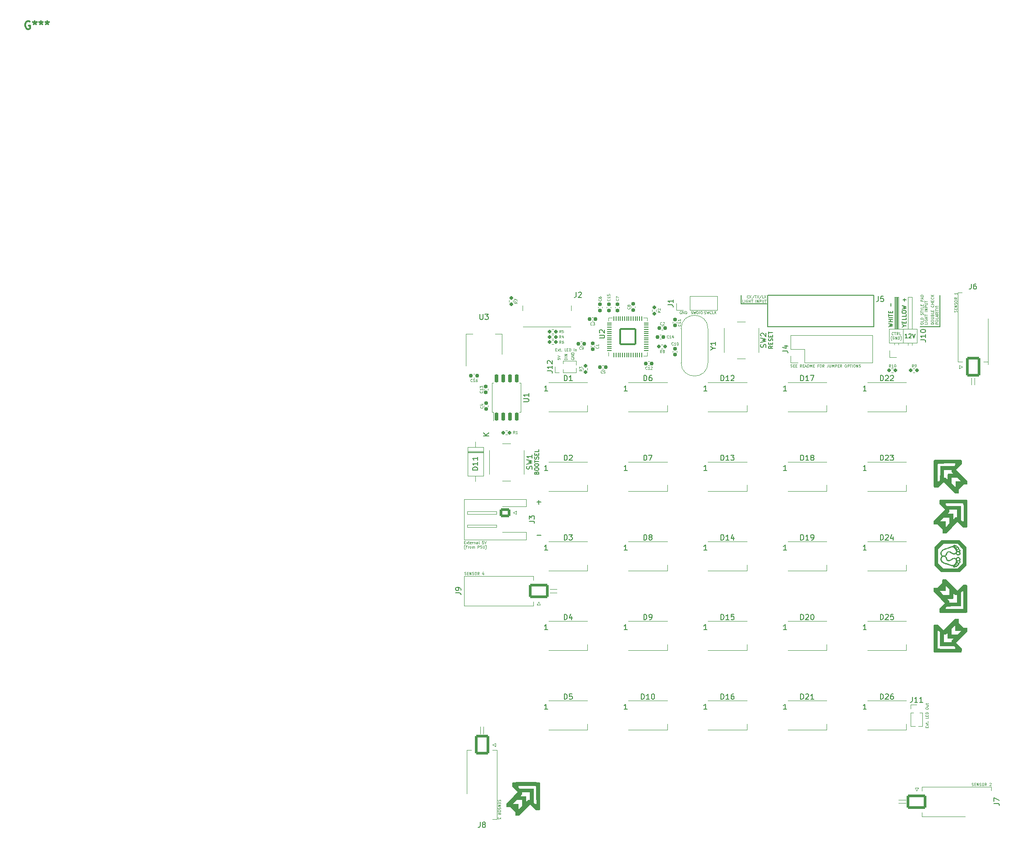
<source format=gto>
%TF.GenerationSoftware,KiCad,Pcbnew,(6.0.8)*%
%TF.CreationDate,2023-01-27T16:13:29-07:00*%
%TF.ProjectId,Panel,50616e65-6c2e-46b6-9963-61645f706362,rev?*%
%TF.SameCoordinates,Original*%
%TF.FileFunction,Legend,Top*%
%TF.FilePolarity,Positive*%
%FSLAX46Y46*%
G04 Gerber Fmt 4.6, Leading zero omitted, Abs format (unit mm)*
G04 Created by KiCad (PCBNEW (6.0.8)) date 2023-01-27 16:13:29*
%MOMM*%
%LPD*%
G01*
G04 APERTURE LIST*
G04 Aperture macros list*
%AMRoundRect*
0 Rectangle with rounded corners*
0 $1 Rounding radius*
0 $2 $3 $4 $5 $6 $7 $8 $9 X,Y pos of 4 corners*
0 Add a 4 corners polygon primitive as box body*
4,1,4,$2,$3,$4,$5,$6,$7,$8,$9,$2,$3,0*
0 Add four circle primitives for the rounded corners*
1,1,$1+$1,$2,$3*
1,1,$1+$1,$4,$5*
1,1,$1+$1,$6,$7*
1,1,$1+$1,$8,$9*
0 Add four rect primitives between the rounded corners*
20,1,$1+$1,$2,$3,$4,$5,0*
20,1,$1+$1,$4,$5,$6,$7,0*
20,1,$1+$1,$6,$7,$8,$9,0*
20,1,$1+$1,$8,$9,$2,$3,0*%
G04 Aperture macros list end*
%ADD10C,0.150000*%
%ADD11C,0.125000*%
%ADD12C,0.300000*%
%ADD13C,0.120000*%
%ADD14C,0.127000*%
%ADD15R,1.500000X2.000000*%
%ADD16R,3.800000X2.000000*%
%ADD17R,1.700000X1.700000*%
%ADD18O,1.700000X1.700000*%
%ADD19R,1.500000X0.900000*%
%ADD20RoundRect,0.150000X0.150000X-0.650000X0.150000X0.650000X-0.150000X0.650000X-0.150000X-0.650000X0*%
%ADD21RoundRect,0.160000X0.197500X0.160000X-0.197500X0.160000X-0.197500X-0.160000X0.197500X-0.160000X0*%
%ADD22C,0.700000*%
%ADD23O,0.900000X1.700000*%
%ADD24O,0.900000X2.400000*%
%ADD25RoundRect,0.160000X-0.160000X0.197500X-0.160000X-0.197500X0.160000X-0.197500X0.160000X0.197500X0*%
%ADD26C,2.000000*%
%ADD27RoundRect,0.155000X-0.155000X0.212500X-0.155000X-0.212500X0.155000X-0.212500X0.155000X0.212500X0*%
%ADD28C,3.000000*%
%ADD29RoundRect,0.250001X1.099999X1.599999X-1.099999X1.599999X-1.099999X-1.599999X1.099999X-1.599999X0*%
%ADD30O,2.700000X3.700000*%
%ADD31RoundRect,0.155000X0.155000X-0.212500X0.155000X0.212500X-0.155000X0.212500X-0.155000X-0.212500X0*%
%ADD32RoundRect,0.155000X0.212500X0.155000X-0.212500X0.155000X-0.212500X-0.155000X0.212500X-0.155000X0*%
%ADD33RoundRect,0.155000X-0.212500X-0.155000X0.212500X-0.155000X0.212500X0.155000X-0.212500X0.155000X0*%
%ADD34RoundRect,0.160000X0.160000X-0.197500X0.160000X0.197500X-0.160000X0.197500X-0.160000X-0.197500X0*%
%ADD35R,1.800000X1.800000*%
%ADD36O,1.800000X1.800000*%
%ADD37R,2.200000X2.200000*%
%ADD38O,2.200000X2.200000*%
%ADD39RoundRect,0.050000X0.050000X-0.387500X0.050000X0.387500X-0.050000X0.387500X-0.050000X-0.387500X0*%
%ADD40RoundRect,0.050000X0.387500X-0.050000X0.387500X0.050000X-0.387500X0.050000X-0.387500X-0.050000X0*%
%ADD41RoundRect,0.144000X1.456000X-1.456000X1.456000X1.456000X-1.456000X1.456000X-1.456000X-1.456000X0*%
%ADD42C,1.500000*%
%ADD43R,1.000000X1.000000*%
%ADD44O,1.000000X1.000000*%
%ADD45RoundRect,0.250001X1.599999X-1.099999X1.599999X1.099999X-1.599999X1.099999X-1.599999X-1.099999X0*%
%ADD46O,3.700000X2.700000*%
%ADD47RoundRect,0.250001X-1.099999X-1.599999X1.099999X-1.599999X1.099999X1.599999X-1.099999X1.599999X0*%
%ADD48RoundRect,0.250001X-1.599999X1.099999X-1.599999X-1.099999X1.599999X-1.099999X1.599999X1.099999X0*%
%ADD49RoundRect,0.250000X-0.750000X0.600000X-0.750000X-0.600000X0.750000X-0.600000X0.750000X0.600000X0*%
%ADD50O,2.000000X1.700000*%
%ADD51RoundRect,0.160000X-0.197500X-0.160000X0.197500X-0.160000X0.197500X0.160000X-0.197500X0.160000X0*%
G04 APERTURE END LIST*
D10*
X170000000Y-56750000D02*
X170000000Y-50800000D01*
X137414000Y-52451000D02*
X132588000Y-52451000D01*
X170000000Y-56750000D02*
X166250000Y-56750000D01*
X132588000Y-52451000D02*
X132588000Y-50800000D01*
D11*
X80413497Y-97402585D02*
X80580164Y-97402585D01*
X80651592Y-97664490D02*
X80413497Y-97664490D01*
X80413497Y-97164490D01*
X80651592Y-97164490D01*
X80818259Y-97664490D02*
X81080164Y-97331157D01*
X80818259Y-97331157D02*
X81080164Y-97664490D01*
X81199211Y-97331157D02*
X81389688Y-97331157D01*
X81270640Y-97164490D02*
X81270640Y-97593061D01*
X81294450Y-97640680D01*
X81342069Y-97664490D01*
X81389688Y-97664490D01*
X81746830Y-97640680D02*
X81699211Y-97664490D01*
X81603973Y-97664490D01*
X81556354Y-97640680D01*
X81532545Y-97593061D01*
X81532545Y-97402585D01*
X81556354Y-97354966D01*
X81603973Y-97331157D01*
X81699211Y-97331157D01*
X81746830Y-97354966D01*
X81770640Y-97402585D01*
X81770640Y-97450204D01*
X81532545Y-97497823D01*
X81984926Y-97664490D02*
X81984926Y-97331157D01*
X81984926Y-97426395D02*
X82008735Y-97378776D01*
X82032545Y-97354966D01*
X82080164Y-97331157D01*
X82127783Y-97331157D01*
X82294450Y-97331157D02*
X82294450Y-97664490D01*
X82294450Y-97378776D02*
X82318259Y-97354966D01*
X82365878Y-97331157D01*
X82437307Y-97331157D01*
X82484926Y-97354966D01*
X82508735Y-97402585D01*
X82508735Y-97664490D01*
X82961116Y-97664490D02*
X82961116Y-97402585D01*
X82937307Y-97354966D01*
X82889688Y-97331157D01*
X82794450Y-97331157D01*
X82746830Y-97354966D01*
X82961116Y-97640680D02*
X82913497Y-97664490D01*
X82794450Y-97664490D01*
X82746830Y-97640680D01*
X82723021Y-97593061D01*
X82723021Y-97545442D01*
X82746830Y-97497823D01*
X82794450Y-97474014D01*
X82913497Y-97474014D01*
X82961116Y-97450204D01*
X83270640Y-97664490D02*
X83223021Y-97640680D01*
X83199211Y-97593061D01*
X83199211Y-97164490D01*
X84080164Y-97164490D02*
X83842069Y-97164490D01*
X83818259Y-97402585D01*
X83842069Y-97378776D01*
X83889688Y-97354966D01*
X84008735Y-97354966D01*
X84056354Y-97378776D01*
X84080164Y-97402585D01*
X84103973Y-97450204D01*
X84103973Y-97569252D01*
X84080164Y-97616871D01*
X84056354Y-97640680D01*
X84008735Y-97664490D01*
X83889688Y-97664490D01*
X83842069Y-97640680D01*
X83818259Y-97616871D01*
X84246830Y-97164490D02*
X84413497Y-97664490D01*
X84580164Y-97164490D01*
X80556354Y-98659966D02*
X80532545Y-98636157D01*
X80484926Y-98564728D01*
X80461116Y-98517109D01*
X80437307Y-98445680D01*
X80413497Y-98326633D01*
X80413497Y-98231395D01*
X80437307Y-98112347D01*
X80461116Y-98040919D01*
X80484926Y-97993300D01*
X80532545Y-97921871D01*
X80556354Y-97898061D01*
X80913497Y-98207585D02*
X80746830Y-98207585D01*
X80746830Y-98469490D02*
X80746830Y-97969490D01*
X80984926Y-97969490D01*
X81175402Y-98469490D02*
X81175402Y-98136157D01*
X81175402Y-98231395D02*
X81199211Y-98183776D01*
X81223021Y-98159966D01*
X81270640Y-98136157D01*
X81318259Y-98136157D01*
X81556354Y-98469490D02*
X81508735Y-98445680D01*
X81484926Y-98421871D01*
X81461116Y-98374252D01*
X81461116Y-98231395D01*
X81484926Y-98183776D01*
X81508735Y-98159966D01*
X81556354Y-98136157D01*
X81627783Y-98136157D01*
X81675402Y-98159966D01*
X81699211Y-98183776D01*
X81723021Y-98231395D01*
X81723021Y-98374252D01*
X81699211Y-98421871D01*
X81675402Y-98445680D01*
X81627783Y-98469490D01*
X81556354Y-98469490D01*
X81937307Y-98469490D02*
X81937307Y-98136157D01*
X81937307Y-98183776D02*
X81961116Y-98159966D01*
X82008735Y-98136157D01*
X82080164Y-98136157D01*
X82127783Y-98159966D01*
X82151592Y-98207585D01*
X82151592Y-98469490D01*
X82151592Y-98207585D02*
X82175402Y-98159966D01*
X82223021Y-98136157D01*
X82294450Y-98136157D01*
X82342069Y-98159966D01*
X82365878Y-98207585D01*
X82365878Y-98469490D01*
X82984926Y-98469490D02*
X82984926Y-97969490D01*
X83175402Y-97969490D01*
X83223021Y-97993300D01*
X83246830Y-98017109D01*
X83270640Y-98064728D01*
X83270640Y-98136157D01*
X83246830Y-98183776D01*
X83223021Y-98207585D01*
X83175402Y-98231395D01*
X82984926Y-98231395D01*
X83461116Y-98445680D02*
X83532545Y-98469490D01*
X83651592Y-98469490D01*
X83699211Y-98445680D01*
X83723021Y-98421871D01*
X83746830Y-98374252D01*
X83746830Y-98326633D01*
X83723021Y-98279014D01*
X83699211Y-98255204D01*
X83651592Y-98231395D01*
X83556354Y-98207585D01*
X83508735Y-98183776D01*
X83484926Y-98159966D01*
X83461116Y-98112347D01*
X83461116Y-98064728D01*
X83484926Y-98017109D01*
X83508735Y-97993300D01*
X83556354Y-97969490D01*
X83675402Y-97969490D01*
X83746830Y-97993300D01*
X83961116Y-97969490D02*
X83961116Y-98374252D01*
X83984926Y-98421871D01*
X84008735Y-98445680D01*
X84056354Y-98469490D01*
X84151592Y-98469490D01*
X84199211Y-98445680D01*
X84223021Y-98421871D01*
X84246830Y-98374252D01*
X84246830Y-97969490D01*
X84437307Y-98659966D02*
X84461116Y-98636157D01*
X84508735Y-98564728D01*
X84532545Y-98517109D01*
X84556354Y-98445680D01*
X84580164Y-98326633D01*
X84580164Y-98231395D01*
X84556354Y-98112347D01*
X84532545Y-98040919D01*
X84508735Y-97993300D01*
X84461116Y-97921871D01*
X84437307Y-97898061D01*
X123146476Y-54304380D02*
X123217904Y-54328190D01*
X123336952Y-54328190D01*
X123384571Y-54304380D01*
X123408380Y-54280571D01*
X123432190Y-54232952D01*
X123432190Y-54185333D01*
X123408380Y-54137714D01*
X123384571Y-54113904D01*
X123336952Y-54090095D01*
X123241714Y-54066285D01*
X123194095Y-54042476D01*
X123170285Y-54018666D01*
X123146476Y-53971047D01*
X123146476Y-53923428D01*
X123170285Y-53875809D01*
X123194095Y-53852000D01*
X123241714Y-53828190D01*
X123360761Y-53828190D01*
X123432190Y-53852000D01*
X123598857Y-53828190D02*
X123717904Y-54328190D01*
X123813142Y-53971047D01*
X123908380Y-54328190D01*
X124027428Y-53828190D01*
X124217904Y-54328190D02*
X124217904Y-53828190D01*
X124336952Y-53828190D01*
X124408380Y-53852000D01*
X124456000Y-53899619D01*
X124479809Y-53947238D01*
X124503619Y-54042476D01*
X124503619Y-54113904D01*
X124479809Y-54209142D01*
X124456000Y-54256761D01*
X124408380Y-54304380D01*
X124336952Y-54328190D01*
X124217904Y-54328190D01*
X124717904Y-54328190D02*
X124717904Y-53828190D01*
X125051238Y-53828190D02*
X125146476Y-53828190D01*
X125194095Y-53852000D01*
X125241714Y-53899619D01*
X125265523Y-53994857D01*
X125265523Y-54161523D01*
X125241714Y-54256761D01*
X125194095Y-54304380D01*
X125146476Y-54328190D01*
X125051238Y-54328190D01*
X125003619Y-54304380D01*
X124956000Y-54256761D01*
X124932190Y-54161523D01*
X124932190Y-53994857D01*
X124956000Y-53899619D01*
X125003619Y-53852000D01*
X125051238Y-53828190D01*
X125615047Y-54304380D02*
X125686476Y-54328190D01*
X125805523Y-54328190D01*
X125853142Y-54304380D01*
X125876952Y-54280571D01*
X125900761Y-54232952D01*
X125900761Y-54185333D01*
X125876952Y-54137714D01*
X125853142Y-54113904D01*
X125805523Y-54090095D01*
X125710285Y-54066285D01*
X125662666Y-54042476D01*
X125638857Y-54018666D01*
X125615047Y-53971047D01*
X125615047Y-53923428D01*
X125638857Y-53875809D01*
X125662666Y-53852000D01*
X125710285Y-53828190D01*
X125829333Y-53828190D01*
X125900761Y-53852000D01*
X126067428Y-53828190D02*
X126186476Y-54328190D01*
X126281714Y-53971047D01*
X126376952Y-54328190D01*
X126496000Y-53828190D01*
X126972190Y-54280571D02*
X126948380Y-54304380D01*
X126876952Y-54328190D01*
X126829333Y-54328190D01*
X126757904Y-54304380D01*
X126710285Y-54256761D01*
X126686476Y-54209142D01*
X126662666Y-54113904D01*
X126662666Y-54042476D01*
X126686476Y-53947238D01*
X126710285Y-53899619D01*
X126757904Y-53852000D01*
X126829333Y-53828190D01*
X126876952Y-53828190D01*
X126948380Y-53852000D01*
X126972190Y-53875809D01*
X127424571Y-54328190D02*
X127186476Y-54328190D01*
X127186476Y-53828190D01*
X127591238Y-54328190D02*
X127591238Y-53828190D01*
X127876952Y-54328190D02*
X127662666Y-54042476D01*
X127876952Y-53828190D02*
X127591238Y-54113904D01*
X121285047Y-53852000D02*
X121237428Y-53828190D01*
X121166000Y-53828190D01*
X121094571Y-53852000D01*
X121046952Y-53899619D01*
X121023142Y-53947238D01*
X120999333Y-54042476D01*
X120999333Y-54113904D01*
X121023142Y-54209142D01*
X121046952Y-54256761D01*
X121094571Y-54304380D01*
X121166000Y-54328190D01*
X121213619Y-54328190D01*
X121285047Y-54304380D01*
X121308857Y-54280571D01*
X121308857Y-54113904D01*
X121213619Y-54113904D01*
X121523142Y-54328190D02*
X121523142Y-53828190D01*
X121808857Y-54328190D01*
X121808857Y-53828190D01*
X122046952Y-54328190D02*
X122046952Y-53828190D01*
X122166000Y-53828190D01*
X122237428Y-53852000D01*
X122285047Y-53899619D01*
X122308857Y-53947238D01*
X122332666Y-54042476D01*
X122332666Y-54113904D01*
X122308857Y-54209142D01*
X122285047Y-54256761D01*
X122237428Y-54304380D01*
X122166000Y-54328190D01*
X122046952Y-54328190D01*
X167509074Y-132309904D02*
X167509074Y-132143238D01*
X167770979Y-132071809D02*
X167770979Y-132309904D01*
X167270979Y-132309904D01*
X167270979Y-132071809D01*
X167770979Y-131905142D02*
X167437646Y-131643238D01*
X167437646Y-131905142D02*
X167770979Y-131643238D01*
X167437646Y-131524190D02*
X167437646Y-131333714D01*
X167270979Y-131452761D02*
X167699550Y-131452761D01*
X167747169Y-131428952D01*
X167770979Y-131381333D01*
X167770979Y-131333714D01*
X167723360Y-131167047D02*
X167747169Y-131143238D01*
X167770979Y-131167047D01*
X167747169Y-131190857D01*
X167723360Y-131167047D01*
X167770979Y-131167047D01*
X167770979Y-130309904D02*
X167770979Y-130548000D01*
X167270979Y-130548000D01*
X167509074Y-130143238D02*
X167509074Y-129976571D01*
X167770979Y-129905142D02*
X167770979Y-130143238D01*
X167270979Y-130143238D01*
X167270979Y-129905142D01*
X167770979Y-129690857D02*
X167270979Y-129690857D01*
X167270979Y-129571809D01*
X167294789Y-129500380D01*
X167342408Y-129452761D01*
X167390027Y-129428952D01*
X167485265Y-129405142D01*
X167556693Y-129405142D01*
X167651931Y-129428952D01*
X167699550Y-129452761D01*
X167747169Y-129500380D01*
X167770979Y-129571809D01*
X167770979Y-129690857D01*
X167270979Y-128714666D02*
X167270979Y-128619428D01*
X167294789Y-128571809D01*
X167342408Y-128524190D01*
X167437646Y-128500380D01*
X167604312Y-128500380D01*
X167699550Y-128524190D01*
X167747169Y-128571809D01*
X167770979Y-128619428D01*
X167770979Y-128714666D01*
X167747169Y-128762285D01*
X167699550Y-128809904D01*
X167604312Y-128833714D01*
X167437646Y-128833714D01*
X167342408Y-128809904D01*
X167294789Y-128762285D01*
X167270979Y-128714666D01*
X167437646Y-128071809D02*
X167770979Y-128071809D01*
X167437646Y-128286095D02*
X167699550Y-128286095D01*
X167747169Y-128262285D01*
X167770979Y-128214666D01*
X167770979Y-128143238D01*
X167747169Y-128095619D01*
X167723360Y-128071809D01*
X167437646Y-127905142D02*
X167437646Y-127714666D01*
X167270979Y-127833714D02*
X167699550Y-127833714D01*
X167747169Y-127809904D01*
X167770979Y-127762285D01*
X167770979Y-127714666D01*
X133975607Y-51312671D02*
X133951797Y-51336480D01*
X133880369Y-51360290D01*
X133832750Y-51360290D01*
X133761321Y-51336480D01*
X133713702Y-51288861D01*
X133689892Y-51241242D01*
X133666083Y-51146004D01*
X133666083Y-51074576D01*
X133689892Y-50979338D01*
X133713702Y-50931719D01*
X133761321Y-50884100D01*
X133832750Y-50860290D01*
X133880369Y-50860290D01*
X133951797Y-50884100D01*
X133975607Y-50907909D01*
X134142273Y-50860290D02*
X134475607Y-51360290D01*
X134475607Y-50860290D02*
X134142273Y-51360290D01*
X135023226Y-50836480D02*
X134594654Y-51479338D01*
X135118464Y-50860290D02*
X135404178Y-50860290D01*
X135261321Y-51360290D02*
X135261321Y-50860290D01*
X135523226Y-50860290D02*
X135856559Y-51360290D01*
X135856559Y-50860290D02*
X135523226Y-51360290D01*
X136404178Y-50836480D02*
X135975607Y-51479338D01*
X136808940Y-51360290D02*
X136570845Y-51360290D01*
X136570845Y-50860290D01*
X136927988Y-50860290D02*
X137261321Y-51360290D01*
X137261321Y-50860290D02*
X136927988Y-51360290D01*
X133094654Y-52165290D02*
X132856559Y-52165290D01*
X132856559Y-51665290D01*
X133261321Y-52165290D02*
X133261321Y-51665290D01*
X133761321Y-51689100D02*
X133713702Y-51665290D01*
X133642273Y-51665290D01*
X133570845Y-51689100D01*
X133523226Y-51736719D01*
X133499416Y-51784338D01*
X133475607Y-51879576D01*
X133475607Y-51951004D01*
X133499416Y-52046242D01*
X133523226Y-52093861D01*
X133570845Y-52141480D01*
X133642273Y-52165290D01*
X133689892Y-52165290D01*
X133761321Y-52141480D01*
X133785130Y-52117671D01*
X133785130Y-51951004D01*
X133689892Y-51951004D01*
X133999416Y-52165290D02*
X133999416Y-51665290D01*
X133999416Y-51903385D02*
X134285130Y-51903385D01*
X134285130Y-52165290D02*
X134285130Y-51665290D01*
X134451797Y-51665290D02*
X134737511Y-51665290D01*
X134594654Y-52165290D02*
X134594654Y-51665290D01*
X135285130Y-52165290D02*
X135285130Y-51665290D01*
X135523226Y-52165290D02*
X135523226Y-51665290D01*
X135808940Y-52165290D01*
X135808940Y-51665290D01*
X136047035Y-52165290D02*
X136047035Y-51665290D01*
X136237511Y-51665290D01*
X136285130Y-51689100D01*
X136308940Y-51712909D01*
X136332750Y-51760528D01*
X136332750Y-51831957D01*
X136308940Y-51879576D01*
X136285130Y-51903385D01*
X136237511Y-51927195D01*
X136047035Y-51927195D01*
X136547035Y-51665290D02*
X136547035Y-52070052D01*
X136570845Y-52117671D01*
X136594654Y-52141480D01*
X136642273Y-52165290D01*
X136737511Y-52165290D01*
X136785130Y-52141480D01*
X136808940Y-52117671D01*
X136832750Y-52070052D01*
X136832750Y-51665290D01*
X136999416Y-51665290D02*
X137285130Y-51665290D01*
X137142273Y-52165290D02*
X137142273Y-51665290D01*
X173176380Y-54006523D02*
X173200190Y-53935095D01*
X173200190Y-53816047D01*
X173176380Y-53768428D01*
X173152571Y-53744619D01*
X173104952Y-53720809D01*
X173057333Y-53720809D01*
X173009714Y-53744619D01*
X172985904Y-53768428D01*
X172962095Y-53816047D01*
X172938285Y-53911285D01*
X172914476Y-53958904D01*
X172890666Y-53982714D01*
X172843047Y-54006523D01*
X172795428Y-54006523D01*
X172747809Y-53982714D01*
X172724000Y-53958904D01*
X172700190Y-53911285D01*
X172700190Y-53792238D01*
X172724000Y-53720809D01*
X172938285Y-53506523D02*
X172938285Y-53339857D01*
X173200190Y-53268428D02*
X173200190Y-53506523D01*
X172700190Y-53506523D01*
X172700190Y-53268428D01*
X173200190Y-53054142D02*
X172700190Y-53054142D01*
X173200190Y-52768428D01*
X172700190Y-52768428D01*
X173176380Y-52554142D02*
X173200190Y-52482714D01*
X173200190Y-52363666D01*
X173176380Y-52316047D01*
X173152571Y-52292238D01*
X173104952Y-52268428D01*
X173057333Y-52268428D01*
X173009714Y-52292238D01*
X172985904Y-52316047D01*
X172962095Y-52363666D01*
X172938285Y-52458904D01*
X172914476Y-52506523D01*
X172890666Y-52530333D01*
X172843047Y-52554142D01*
X172795428Y-52554142D01*
X172747809Y-52530333D01*
X172724000Y-52506523D01*
X172700190Y-52458904D01*
X172700190Y-52339857D01*
X172724000Y-52268428D01*
X172700190Y-51958904D02*
X172700190Y-51863666D01*
X172724000Y-51816047D01*
X172771619Y-51768428D01*
X172866857Y-51744619D01*
X173033523Y-51744619D01*
X173128761Y-51768428D01*
X173176380Y-51816047D01*
X173200190Y-51863666D01*
X173200190Y-51958904D01*
X173176380Y-52006523D01*
X173128761Y-52054142D01*
X173033523Y-52077952D01*
X172866857Y-52077952D01*
X172771619Y-52054142D01*
X172724000Y-52006523D01*
X172700190Y-51958904D01*
X173200190Y-51244619D02*
X172962095Y-51411285D01*
X173200190Y-51530333D02*
X172700190Y-51530333D01*
X172700190Y-51339857D01*
X172724000Y-51292238D01*
X172747809Y-51268428D01*
X172795428Y-51244619D01*
X172866857Y-51244619D01*
X172914476Y-51268428D01*
X172938285Y-51292238D01*
X172962095Y-51339857D01*
X172962095Y-51530333D01*
X173200190Y-50387476D02*
X173200190Y-50673190D01*
X173200190Y-50530333D02*
X172700190Y-50530333D01*
X172771619Y-50577952D01*
X172819238Y-50625571D01*
X172843047Y-50673190D01*
X97993386Y-62680838D02*
X97993386Y-62918933D01*
X98231481Y-62942742D01*
X98207672Y-62918933D01*
X98183862Y-62871314D01*
X98183862Y-62752266D01*
X98207672Y-62704647D01*
X98231481Y-62680838D01*
X98279100Y-62657028D01*
X98398148Y-62657028D01*
X98445767Y-62680838D01*
X98469576Y-62704647D01*
X98493386Y-62752266D01*
X98493386Y-62871314D01*
X98469576Y-62918933D01*
X98445767Y-62942742D01*
X97993386Y-62514171D02*
X98493386Y-62347504D01*
X97993386Y-62180838D01*
X97591809Y-61102085D02*
X97758476Y-61102085D01*
X97829904Y-61363990D02*
X97591809Y-61363990D01*
X97591809Y-60863990D01*
X97829904Y-60863990D01*
X97996571Y-61363990D02*
X98258476Y-61030657D01*
X97996571Y-61030657D02*
X98258476Y-61363990D01*
X98377523Y-61030657D02*
X98568000Y-61030657D01*
X98448952Y-60863990D02*
X98448952Y-61292561D01*
X98472761Y-61340180D01*
X98520380Y-61363990D01*
X98568000Y-61363990D01*
X98734666Y-61316371D02*
X98758476Y-61340180D01*
X98734666Y-61363990D01*
X98710857Y-61340180D01*
X98734666Y-61316371D01*
X98734666Y-61363990D01*
X99591809Y-61363990D02*
X99353714Y-61363990D01*
X99353714Y-60863990D01*
X99758476Y-61102085D02*
X99925142Y-61102085D01*
X99996571Y-61363990D02*
X99758476Y-61363990D01*
X99758476Y-60863990D01*
X99996571Y-60863990D01*
X100210857Y-61363990D02*
X100210857Y-60863990D01*
X100329904Y-60863990D01*
X100401333Y-60887800D01*
X100448952Y-60935419D01*
X100472761Y-60983038D01*
X100496571Y-61078276D01*
X100496571Y-61149704D01*
X100472761Y-61244942D01*
X100448952Y-61292561D01*
X100401333Y-61340180D01*
X100329904Y-61363990D01*
X100210857Y-61363990D01*
X101091809Y-61363990D02*
X101091809Y-60863990D01*
X101329904Y-61030657D02*
X101329904Y-61363990D01*
X101329904Y-61078276D02*
X101353714Y-61054466D01*
X101401333Y-61030657D01*
X101472761Y-61030657D01*
X101520380Y-61054466D01*
X101544190Y-61102085D01*
X101544190Y-61363990D01*
X99819590Y-62945104D02*
X99319590Y-62945104D01*
X99319590Y-62826057D01*
X99343400Y-62754628D01*
X99391019Y-62707009D01*
X99438638Y-62683200D01*
X99533876Y-62659390D01*
X99605304Y-62659390D01*
X99700542Y-62683200D01*
X99748161Y-62707009D01*
X99795780Y-62754628D01*
X99819590Y-62826057D01*
X99819590Y-62945104D01*
X99819590Y-62445104D02*
X99319590Y-62445104D01*
X99819590Y-62207009D02*
X99319590Y-62207009D01*
X99819590Y-61921295D01*
X99319590Y-61921295D01*
D10*
X160339285Y-56795357D02*
X161089285Y-56616785D01*
X160553571Y-56473928D01*
X161089285Y-56331071D01*
X160339285Y-56152500D01*
X161089285Y-55866785D02*
X160339285Y-55866785D01*
X160696428Y-55866785D02*
X160696428Y-55438214D01*
X161089285Y-55438214D02*
X160339285Y-55438214D01*
X161089285Y-55081071D02*
X160339285Y-55081071D01*
X160339285Y-54831071D02*
X160339285Y-54402500D01*
X161089285Y-54616785D02*
X160339285Y-54616785D01*
X160696428Y-54152500D02*
X160696428Y-53902500D01*
X161089285Y-53795357D02*
X161089285Y-54152500D01*
X160339285Y-54152500D01*
X160339285Y-53795357D01*
X160803571Y-52902500D02*
X160803571Y-52331071D01*
X138515285Y-60398285D02*
X138158142Y-60648285D01*
X138515285Y-60826857D02*
X137765285Y-60826857D01*
X137765285Y-60541142D01*
X137801000Y-60469714D01*
X137836714Y-60434000D01*
X137908142Y-60398285D01*
X138015285Y-60398285D01*
X138086714Y-60434000D01*
X138122428Y-60469714D01*
X138158142Y-60541142D01*
X138158142Y-60826857D01*
X138122428Y-60076857D02*
X138122428Y-59826857D01*
X138515285Y-59719714D02*
X138515285Y-60076857D01*
X137765285Y-60076857D01*
X137765285Y-59719714D01*
X138479571Y-59434000D02*
X138515285Y-59326857D01*
X138515285Y-59148285D01*
X138479571Y-59076857D01*
X138443857Y-59041142D01*
X138372428Y-59005428D01*
X138301000Y-59005428D01*
X138229571Y-59041142D01*
X138193857Y-59076857D01*
X138158142Y-59148285D01*
X138122428Y-59291142D01*
X138086714Y-59362571D01*
X138051000Y-59398285D01*
X137979571Y-59434000D01*
X137908142Y-59434000D01*
X137836714Y-59398285D01*
X137801000Y-59362571D01*
X137765285Y-59291142D01*
X137765285Y-59112571D01*
X137801000Y-59005428D01*
X138122428Y-58684000D02*
X138122428Y-58434000D01*
X138515285Y-58326857D02*
X138515285Y-58684000D01*
X137765285Y-58684000D01*
X137765285Y-58326857D01*
X137765285Y-58112571D02*
X137765285Y-57684000D01*
X138515285Y-57898285D02*
X137765285Y-57898285D01*
D11*
X161259104Y-58246871D02*
X161235295Y-58270680D01*
X161163866Y-58294490D01*
X161116247Y-58294490D01*
X161044819Y-58270680D01*
X160997200Y-58223061D01*
X160973390Y-58175442D01*
X160949580Y-58080204D01*
X160949580Y-58008776D01*
X160973390Y-57913538D01*
X160997200Y-57865919D01*
X161044819Y-57818300D01*
X161116247Y-57794490D01*
X161163866Y-57794490D01*
X161235295Y-57818300D01*
X161259104Y-57842109D01*
X161401961Y-57794490D02*
X161687676Y-57794490D01*
X161544819Y-58294490D02*
X161544819Y-57794490D01*
X162140057Y-58294490D02*
X161973390Y-58056395D01*
X161854342Y-58294490D02*
X161854342Y-57794490D01*
X162044819Y-57794490D01*
X162092438Y-57818300D01*
X162116247Y-57842109D01*
X162140057Y-57889728D01*
X162140057Y-57961157D01*
X162116247Y-58008776D01*
X162092438Y-58032585D01*
X162044819Y-58056395D01*
X161854342Y-58056395D01*
X162592438Y-58294490D02*
X162354342Y-58294490D01*
X162354342Y-57794490D01*
X160913866Y-59289966D02*
X160890057Y-59266157D01*
X160842438Y-59194728D01*
X160818628Y-59147109D01*
X160794819Y-59075680D01*
X160771009Y-58956633D01*
X160771009Y-58861395D01*
X160794819Y-58742347D01*
X160818628Y-58670919D01*
X160842438Y-58623300D01*
X160890057Y-58551871D01*
X160913866Y-58528061D01*
X161366247Y-58623300D02*
X161318628Y-58599490D01*
X161247200Y-58599490D01*
X161175771Y-58623300D01*
X161128152Y-58670919D01*
X161104342Y-58718538D01*
X161080533Y-58813776D01*
X161080533Y-58885204D01*
X161104342Y-58980442D01*
X161128152Y-59028061D01*
X161175771Y-59075680D01*
X161247200Y-59099490D01*
X161294819Y-59099490D01*
X161366247Y-59075680D01*
X161390057Y-59051871D01*
X161390057Y-58885204D01*
X161294819Y-58885204D01*
X161604342Y-59099490D02*
X161604342Y-58599490D01*
X161890057Y-59099490D01*
X161890057Y-58599490D01*
X162128152Y-59099490D02*
X162128152Y-58599490D01*
X162247200Y-58599490D01*
X162318628Y-58623300D01*
X162366247Y-58670919D01*
X162390057Y-58718538D01*
X162413866Y-58813776D01*
X162413866Y-58885204D01*
X162390057Y-58980442D01*
X162366247Y-59028061D01*
X162318628Y-59075680D01*
X162247200Y-59099490D01*
X162128152Y-59099490D01*
X162580533Y-59289966D02*
X162604342Y-59266157D01*
X162651961Y-59194728D01*
X162675771Y-59147109D01*
X162699580Y-59075680D01*
X162723390Y-58956633D01*
X162723390Y-58861395D01*
X162699580Y-58742347D01*
X162675771Y-58670919D01*
X162651961Y-58623300D01*
X162604342Y-58551871D01*
X162580533Y-58528061D01*
X80486476Y-103453380D02*
X80557904Y-103477190D01*
X80676952Y-103477190D01*
X80724571Y-103453380D01*
X80748380Y-103429571D01*
X80772190Y-103381952D01*
X80772190Y-103334333D01*
X80748380Y-103286714D01*
X80724571Y-103262904D01*
X80676952Y-103239095D01*
X80581714Y-103215285D01*
X80534095Y-103191476D01*
X80510285Y-103167666D01*
X80486476Y-103120047D01*
X80486476Y-103072428D01*
X80510285Y-103024809D01*
X80534095Y-103001000D01*
X80581714Y-102977190D01*
X80700761Y-102977190D01*
X80772190Y-103001000D01*
X80986476Y-103215285D02*
X81153142Y-103215285D01*
X81224571Y-103477190D02*
X80986476Y-103477190D01*
X80986476Y-102977190D01*
X81224571Y-102977190D01*
X81438857Y-103477190D02*
X81438857Y-102977190D01*
X81724571Y-103477190D01*
X81724571Y-102977190D01*
X81938857Y-103453380D02*
X82010285Y-103477190D01*
X82129333Y-103477190D01*
X82176952Y-103453380D01*
X82200761Y-103429571D01*
X82224571Y-103381952D01*
X82224571Y-103334333D01*
X82200761Y-103286714D01*
X82176952Y-103262904D01*
X82129333Y-103239095D01*
X82034095Y-103215285D01*
X81986476Y-103191476D01*
X81962666Y-103167666D01*
X81938857Y-103120047D01*
X81938857Y-103072428D01*
X81962666Y-103024809D01*
X81986476Y-103001000D01*
X82034095Y-102977190D01*
X82153142Y-102977190D01*
X82224571Y-103001000D01*
X82534095Y-102977190D02*
X82629333Y-102977190D01*
X82676952Y-103001000D01*
X82724571Y-103048619D01*
X82748380Y-103143857D01*
X82748380Y-103310523D01*
X82724571Y-103405761D01*
X82676952Y-103453380D01*
X82629333Y-103477190D01*
X82534095Y-103477190D01*
X82486476Y-103453380D01*
X82438857Y-103405761D01*
X82415047Y-103310523D01*
X82415047Y-103143857D01*
X82438857Y-103048619D01*
X82486476Y-103001000D01*
X82534095Y-102977190D01*
X83248380Y-103477190D02*
X83081714Y-103239095D01*
X82962666Y-103477190D02*
X82962666Y-102977190D01*
X83153142Y-102977190D01*
X83200761Y-103001000D01*
X83224571Y-103024809D01*
X83248380Y-103072428D01*
X83248380Y-103143857D01*
X83224571Y-103191476D01*
X83200761Y-103215285D01*
X83153142Y-103239095D01*
X82962666Y-103239095D01*
X84057904Y-103143857D02*
X84057904Y-103477190D01*
X83938857Y-102953380D02*
X83819809Y-103310523D01*
X84129333Y-103310523D01*
D12*
X-1342571Y762000D02*
X-1487714Y834571D01*
X-1705428Y834571D01*
X-1923142Y762000D01*
X-2068285Y616857D01*
X-2140857Y471714D01*
X-2213428Y181428D01*
X-2213428Y-36285D01*
X-2140857Y-326571D01*
X-2068285Y-471714D01*
X-1923142Y-616857D01*
X-1705428Y-689428D01*
X-1560285Y-689428D01*
X-1342571Y-616857D01*
X-1269999Y-544285D01*
X-1269999Y-36285D01*
X-1560285Y-36285D01*
X-399142Y834571D02*
X-399142Y471714D01*
X-761999Y616857D02*
X-399142Y471714D01*
X-36285Y616857D01*
X-616857Y181428D02*
X-399142Y471714D01*
X-181428Y181428D01*
X762000Y834571D02*
X762000Y471714D01*
X399142Y616857D02*
X762000Y471714D01*
X1124857Y616857D01*
X544285Y181428D02*
X762000Y471714D01*
X979714Y181428D01*
X1923142Y834571D02*
X1923142Y471714D01*
X1560285Y616857D02*
X1923142Y471714D01*
X2286000Y616857D01*
X1705428Y181428D02*
X1923142Y471714D01*
X2140857Y181428D01*
D11*
X100613400Y-62661311D02*
X100589590Y-62708930D01*
X100589590Y-62780359D01*
X100613400Y-62851787D01*
X100661019Y-62899406D01*
X100708638Y-62923216D01*
X100803876Y-62947025D01*
X100875304Y-62947025D01*
X100970542Y-62923216D01*
X101018161Y-62899406D01*
X101065780Y-62851787D01*
X101089590Y-62780359D01*
X101089590Y-62732739D01*
X101065780Y-62661311D01*
X101041971Y-62637501D01*
X100875304Y-62637501D01*
X100875304Y-62732739D01*
X101089590Y-62423216D02*
X100589590Y-62423216D01*
X101089590Y-62137501D01*
X100589590Y-62137501D01*
X101089590Y-61899406D02*
X100589590Y-61899406D01*
X100589590Y-61780359D01*
X100613400Y-61708930D01*
X100661019Y-61661311D01*
X100708638Y-61637501D01*
X100803876Y-61613692D01*
X100875304Y-61613692D01*
X100970542Y-61637501D01*
X101018161Y-61661311D01*
X101065780Y-61708930D01*
X101089590Y-61780359D01*
X101089590Y-61899406D01*
D10*
X94053428Y-84313857D02*
X94089142Y-84206714D01*
X94124857Y-84171000D01*
X94196285Y-84135285D01*
X94303428Y-84135285D01*
X94374857Y-84171000D01*
X94410571Y-84206714D01*
X94446285Y-84278142D01*
X94446285Y-84563857D01*
X93696285Y-84563857D01*
X93696285Y-84313857D01*
X93732000Y-84242428D01*
X93767714Y-84206714D01*
X93839142Y-84171000D01*
X93910571Y-84171000D01*
X93982000Y-84206714D01*
X94017714Y-84242428D01*
X94053428Y-84313857D01*
X94053428Y-84563857D01*
X93696285Y-83671000D02*
X93696285Y-83528142D01*
X93732000Y-83456714D01*
X93803428Y-83385285D01*
X93946285Y-83349571D01*
X94196285Y-83349571D01*
X94339142Y-83385285D01*
X94410571Y-83456714D01*
X94446285Y-83528142D01*
X94446285Y-83671000D01*
X94410571Y-83742428D01*
X94339142Y-83813857D01*
X94196285Y-83849571D01*
X93946285Y-83849571D01*
X93803428Y-83813857D01*
X93732000Y-83742428D01*
X93696285Y-83671000D01*
X93696285Y-82885285D02*
X93696285Y-82742428D01*
X93732000Y-82671000D01*
X93803428Y-82599571D01*
X93946285Y-82563857D01*
X94196285Y-82563857D01*
X94339142Y-82599571D01*
X94410571Y-82671000D01*
X94446285Y-82742428D01*
X94446285Y-82885285D01*
X94410571Y-82956714D01*
X94339142Y-83028142D01*
X94196285Y-83063857D01*
X93946285Y-83063857D01*
X93803428Y-83028142D01*
X93732000Y-82956714D01*
X93696285Y-82885285D01*
X93696285Y-82349571D02*
X93696285Y-81921000D01*
X94446285Y-82135285D02*
X93696285Y-82135285D01*
X94410571Y-81706714D02*
X94446285Y-81599571D01*
X94446285Y-81421000D01*
X94410571Y-81349571D01*
X94374857Y-81313857D01*
X94303428Y-81278142D01*
X94232000Y-81278142D01*
X94160571Y-81313857D01*
X94124857Y-81349571D01*
X94089142Y-81421000D01*
X94053428Y-81563857D01*
X94017714Y-81635285D01*
X93982000Y-81671000D01*
X93910571Y-81706714D01*
X93839142Y-81706714D01*
X93767714Y-81671000D01*
X93732000Y-81635285D01*
X93696285Y-81563857D01*
X93696285Y-81385285D01*
X93732000Y-81278142D01*
X94053428Y-80956714D02*
X94053428Y-80706714D01*
X94446285Y-80599571D02*
X94446285Y-80956714D01*
X93696285Y-80956714D01*
X93696285Y-80599571D01*
X94446285Y-79921000D02*
X94446285Y-80278142D01*
X93696285Y-80278142D01*
D11*
X168823690Y-56299702D02*
X168323690Y-56299702D01*
X168323690Y-56180654D01*
X168347500Y-56109226D01*
X168395119Y-56061607D01*
X168442738Y-56037797D01*
X168537976Y-56013988D01*
X168609404Y-56013988D01*
X168704642Y-56037797D01*
X168752261Y-56061607D01*
X168799880Y-56109226D01*
X168823690Y-56180654D01*
X168823690Y-56299702D01*
X168323690Y-55704464D02*
X168323690Y-55609226D01*
X168347500Y-55561607D01*
X168395119Y-55513988D01*
X168490357Y-55490178D01*
X168657023Y-55490178D01*
X168752261Y-55513988D01*
X168799880Y-55561607D01*
X168823690Y-55609226D01*
X168823690Y-55704464D01*
X168799880Y-55752083D01*
X168752261Y-55799702D01*
X168657023Y-55823511D01*
X168490357Y-55823511D01*
X168395119Y-55799702D01*
X168347500Y-55752083D01*
X168323690Y-55704464D01*
X168323690Y-55275892D02*
X168728452Y-55275892D01*
X168776071Y-55252083D01*
X168799880Y-55228273D01*
X168823690Y-55180654D01*
X168823690Y-55085416D01*
X168799880Y-55037797D01*
X168776071Y-55013988D01*
X168728452Y-54990178D01*
X168323690Y-54990178D01*
X168561785Y-54585416D02*
X168585595Y-54513988D01*
X168609404Y-54490178D01*
X168657023Y-54466369D01*
X168728452Y-54466369D01*
X168776071Y-54490178D01*
X168799880Y-54513988D01*
X168823690Y-54561607D01*
X168823690Y-54752083D01*
X168323690Y-54752083D01*
X168323690Y-54585416D01*
X168347500Y-54537797D01*
X168371309Y-54513988D01*
X168418928Y-54490178D01*
X168466547Y-54490178D01*
X168514166Y-54513988D01*
X168537976Y-54537797D01*
X168561785Y-54585416D01*
X168561785Y-54752083D01*
X168823690Y-54013988D02*
X168823690Y-54252083D01*
X168323690Y-54252083D01*
X168561785Y-53847321D02*
X168561785Y-53680654D01*
X168823690Y-53609226D02*
X168823690Y-53847321D01*
X168323690Y-53847321D01*
X168323690Y-53609226D01*
X168776071Y-52728273D02*
X168799880Y-52752083D01*
X168823690Y-52823511D01*
X168823690Y-52871130D01*
X168799880Y-52942559D01*
X168752261Y-52990178D01*
X168704642Y-53013988D01*
X168609404Y-53037797D01*
X168537976Y-53037797D01*
X168442738Y-53013988D01*
X168395119Y-52990178D01*
X168347500Y-52942559D01*
X168323690Y-52871130D01*
X168323690Y-52823511D01*
X168347500Y-52752083D01*
X168371309Y-52728273D01*
X168823690Y-52513988D02*
X168323690Y-52513988D01*
X168561785Y-52513988D02*
X168561785Y-52228273D01*
X168823690Y-52228273D02*
X168323690Y-52228273D01*
X168561785Y-51990178D02*
X168561785Y-51823511D01*
X168823690Y-51752083D02*
X168823690Y-51990178D01*
X168323690Y-51990178D01*
X168323690Y-51752083D01*
X168776071Y-51252083D02*
X168799880Y-51275892D01*
X168823690Y-51347321D01*
X168823690Y-51394940D01*
X168799880Y-51466369D01*
X168752261Y-51513988D01*
X168704642Y-51537797D01*
X168609404Y-51561607D01*
X168537976Y-51561607D01*
X168442738Y-51537797D01*
X168395119Y-51513988D01*
X168347500Y-51466369D01*
X168323690Y-51394940D01*
X168323690Y-51347321D01*
X168347500Y-51275892D01*
X168371309Y-51252083D01*
X168823690Y-51037797D02*
X168323690Y-51037797D01*
X168823690Y-50752083D02*
X168537976Y-50966369D01*
X168323690Y-50752083D02*
X168609404Y-51037797D01*
X169628690Y-56299702D02*
X169128690Y-56299702D01*
X169128690Y-56109226D01*
X169152500Y-56061607D01*
X169176309Y-56037797D01*
X169223928Y-56013988D01*
X169295357Y-56013988D01*
X169342976Y-56037797D01*
X169366785Y-56061607D01*
X169390595Y-56109226D01*
X169390595Y-56299702D01*
X169128690Y-55704464D02*
X169128690Y-55609226D01*
X169152500Y-55561607D01*
X169200119Y-55513988D01*
X169295357Y-55490178D01*
X169462023Y-55490178D01*
X169557261Y-55513988D01*
X169604880Y-55561607D01*
X169628690Y-55609226D01*
X169628690Y-55704464D01*
X169604880Y-55752083D01*
X169557261Y-55799702D01*
X169462023Y-55823511D01*
X169295357Y-55823511D01*
X169200119Y-55799702D01*
X169152500Y-55752083D01*
X169128690Y-55704464D01*
X169628690Y-55037797D02*
X169628690Y-55275892D01*
X169128690Y-55275892D01*
X169485833Y-54894940D02*
X169485833Y-54656845D01*
X169628690Y-54942559D02*
X169128690Y-54775892D01*
X169628690Y-54609226D01*
X169628690Y-54156845D02*
X169390595Y-54323511D01*
X169628690Y-54442559D02*
X169128690Y-54442559D01*
X169128690Y-54252083D01*
X169152500Y-54204464D01*
X169176309Y-54180654D01*
X169223928Y-54156845D01*
X169295357Y-54156845D01*
X169342976Y-54180654D01*
X169366785Y-54204464D01*
X169390595Y-54252083D01*
X169390595Y-54442559D01*
X169628690Y-53942559D02*
X169128690Y-53942559D01*
X169128690Y-53775892D02*
X169128690Y-53490178D01*
X169628690Y-53633035D02*
X169128690Y-53633035D01*
X169390595Y-53228273D02*
X169628690Y-53228273D01*
X169128690Y-53394940D02*
X169390595Y-53228273D01*
X169128690Y-53061607D01*
X169581071Y-52894940D02*
X169604880Y-52871130D01*
X169628690Y-52894940D01*
X169604880Y-52918750D01*
X169581071Y-52894940D01*
X169628690Y-52894940D01*
X169438214Y-52894940D02*
X169152500Y-52918750D01*
X169128690Y-52894940D01*
X169152500Y-52871130D01*
X169438214Y-52894940D01*
X169128690Y-52894940D01*
D10*
X163272142Y-56581071D02*
X163629285Y-56581071D01*
X162879285Y-56831071D02*
X163272142Y-56581071D01*
X162879285Y-56331071D01*
X163236428Y-56081071D02*
X163236428Y-55831071D01*
X163629285Y-55723928D02*
X163629285Y-56081071D01*
X162879285Y-56081071D01*
X162879285Y-55723928D01*
X163629285Y-55045357D02*
X163629285Y-55402500D01*
X162879285Y-55402500D01*
X163629285Y-54438214D02*
X163629285Y-54795357D01*
X162879285Y-54795357D01*
X162879285Y-54045357D02*
X162879285Y-53902500D01*
X162915000Y-53831071D01*
X162986428Y-53759642D01*
X163129285Y-53723928D01*
X163379285Y-53723928D01*
X163522142Y-53759642D01*
X163593571Y-53831071D01*
X163629285Y-53902500D01*
X163629285Y-54045357D01*
X163593571Y-54116785D01*
X163522142Y-54188214D01*
X163379285Y-54223928D01*
X163129285Y-54223928D01*
X162986428Y-54188214D01*
X162915000Y-54116785D01*
X162879285Y-54045357D01*
X162879285Y-53473928D02*
X163629285Y-53295357D01*
X163093571Y-53152500D01*
X163629285Y-53009642D01*
X162879285Y-52831071D01*
X163343571Y-51973928D02*
X163343571Y-51402500D01*
X163629285Y-51688214D02*
X163057857Y-51688214D01*
D11*
X166323690Y-56204464D02*
X166323690Y-56109226D01*
X166347500Y-56061607D01*
X166395119Y-56013988D01*
X166490357Y-55990178D01*
X166657023Y-55990178D01*
X166752261Y-56013988D01*
X166799880Y-56061607D01*
X166823690Y-56109226D01*
X166823690Y-56204464D01*
X166799880Y-56252083D01*
X166752261Y-56299702D01*
X166657023Y-56323511D01*
X166490357Y-56323511D01*
X166395119Y-56299702D01*
X166347500Y-56252083D01*
X166323690Y-56204464D01*
X166823690Y-55537797D02*
X166823690Y-55775892D01*
X166323690Y-55775892D01*
X166823690Y-55371130D02*
X166323690Y-55371130D01*
X166323690Y-55252083D01*
X166347500Y-55180654D01*
X166395119Y-55133035D01*
X166442738Y-55109226D01*
X166537976Y-55085416D01*
X166609404Y-55085416D01*
X166704642Y-55109226D01*
X166752261Y-55133035D01*
X166799880Y-55180654D01*
X166823690Y-55252083D01*
X166823690Y-55371130D01*
X166799880Y-54513988D02*
X166823690Y-54442559D01*
X166823690Y-54323511D01*
X166799880Y-54275892D01*
X166776071Y-54252083D01*
X166728452Y-54228273D01*
X166680833Y-54228273D01*
X166633214Y-54252083D01*
X166609404Y-54275892D01*
X166585595Y-54323511D01*
X166561785Y-54418750D01*
X166537976Y-54466369D01*
X166514166Y-54490178D01*
X166466547Y-54513988D01*
X166418928Y-54513988D01*
X166371309Y-54490178D01*
X166347500Y-54466369D01*
X166323690Y-54418750D01*
X166323690Y-54299702D01*
X166347500Y-54228273D01*
X166323690Y-54085416D02*
X166323690Y-53799702D01*
X166823690Y-53942559D02*
X166323690Y-53942559D01*
X166585595Y-53537797D02*
X166823690Y-53537797D01*
X166323690Y-53704464D02*
X166585595Y-53537797D01*
X166323690Y-53371130D01*
X166823690Y-52966369D02*
X166823690Y-53204464D01*
X166323690Y-53204464D01*
X166561785Y-52799702D02*
X166561785Y-52633035D01*
X166823690Y-52561607D02*
X166823690Y-52799702D01*
X166323690Y-52799702D01*
X166323690Y-52561607D01*
X166823690Y-51966369D02*
X166323690Y-51966369D01*
X166323690Y-51775892D01*
X166347500Y-51728273D01*
X166371309Y-51704464D01*
X166418928Y-51680654D01*
X166490357Y-51680654D01*
X166537976Y-51704464D01*
X166561785Y-51728273D01*
X166585595Y-51775892D01*
X166585595Y-51966369D01*
X166680833Y-51490178D02*
X166680833Y-51252083D01*
X166823690Y-51537797D02*
X166323690Y-51371130D01*
X166823690Y-51204464D01*
X166823690Y-51037797D02*
X166323690Y-51037797D01*
X166323690Y-50918750D01*
X166347500Y-50847321D01*
X166395119Y-50799702D01*
X166442738Y-50775892D01*
X166537976Y-50752083D01*
X166609404Y-50752083D01*
X166704642Y-50775892D01*
X166752261Y-50799702D01*
X166799880Y-50847321D01*
X166823690Y-50918750D01*
X166823690Y-51037797D01*
X167628690Y-56061607D02*
X167628690Y-56299702D01*
X167128690Y-56299702D01*
X167628690Y-55894940D02*
X167128690Y-55894940D01*
X167152500Y-55394940D02*
X167128690Y-55442559D01*
X167128690Y-55513988D01*
X167152500Y-55585416D01*
X167200119Y-55633035D01*
X167247738Y-55656845D01*
X167342976Y-55680654D01*
X167414404Y-55680654D01*
X167509642Y-55656845D01*
X167557261Y-55633035D01*
X167604880Y-55585416D01*
X167628690Y-55513988D01*
X167628690Y-55466369D01*
X167604880Y-55394940D01*
X167581071Y-55371130D01*
X167414404Y-55371130D01*
X167414404Y-55466369D01*
X167628690Y-55156845D02*
X167128690Y-55156845D01*
X167366785Y-55156845D02*
X167366785Y-54871130D01*
X167628690Y-54871130D02*
X167128690Y-54871130D01*
X167128690Y-54704464D02*
X167128690Y-54418750D01*
X167628690Y-54561607D02*
X167128690Y-54561607D01*
X167628690Y-53871130D02*
X167128690Y-53871130D01*
X167628690Y-53633035D02*
X167128690Y-53633035D01*
X167628690Y-53347321D01*
X167128690Y-53347321D01*
X167628690Y-53109226D02*
X167128690Y-53109226D01*
X167128690Y-52918750D01*
X167152500Y-52871130D01*
X167176309Y-52847321D01*
X167223928Y-52823511D01*
X167295357Y-52823511D01*
X167342976Y-52847321D01*
X167366785Y-52871130D01*
X167390595Y-52918750D01*
X167390595Y-53109226D01*
X167128690Y-52609226D02*
X167533452Y-52609226D01*
X167581071Y-52585416D01*
X167604880Y-52561607D01*
X167628690Y-52513988D01*
X167628690Y-52418750D01*
X167604880Y-52371130D01*
X167581071Y-52347321D01*
X167533452Y-52323511D01*
X167128690Y-52323511D01*
X167128690Y-52156845D02*
X167128690Y-51871130D01*
X167628690Y-52013988D02*
X167128690Y-52013988D01*
D10*
X94119047Y-96071428D02*
X94880952Y-96071428D01*
D11*
X141879666Y-64332992D02*
X141951095Y-64356802D01*
X142070142Y-64356802D01*
X142117761Y-64332992D01*
X142141571Y-64309183D01*
X142165380Y-64261564D01*
X142165380Y-64213945D01*
X142141571Y-64166326D01*
X142117761Y-64142516D01*
X142070142Y-64118707D01*
X141974904Y-64094897D01*
X141927285Y-64071088D01*
X141903476Y-64047278D01*
X141879666Y-63999659D01*
X141879666Y-63952040D01*
X141903476Y-63904421D01*
X141927285Y-63880612D01*
X141974904Y-63856802D01*
X142093952Y-63856802D01*
X142165380Y-63880612D01*
X142379666Y-64094897D02*
X142546333Y-64094897D01*
X142617761Y-64356802D02*
X142379666Y-64356802D01*
X142379666Y-63856802D01*
X142617761Y-63856802D01*
X142832047Y-64094897D02*
X142998714Y-64094897D01*
X143070142Y-64356802D02*
X142832047Y-64356802D01*
X142832047Y-63856802D01*
X143070142Y-63856802D01*
X143951095Y-64356802D02*
X143784428Y-64118707D01*
X143665380Y-64356802D02*
X143665380Y-63856802D01*
X143855857Y-63856802D01*
X143903476Y-63880612D01*
X143927285Y-63904421D01*
X143951095Y-63952040D01*
X143951095Y-64023469D01*
X143927285Y-64071088D01*
X143903476Y-64094897D01*
X143855857Y-64118707D01*
X143665380Y-64118707D01*
X144165380Y-64094897D02*
X144332047Y-64094897D01*
X144403476Y-64356802D02*
X144165380Y-64356802D01*
X144165380Y-63856802D01*
X144403476Y-63856802D01*
X144593952Y-64213945D02*
X144832047Y-64213945D01*
X144546333Y-64356802D02*
X144713000Y-63856802D01*
X144879666Y-64356802D01*
X145046333Y-64356802D02*
X145046333Y-63856802D01*
X145165380Y-63856802D01*
X145236809Y-63880612D01*
X145284428Y-63928231D01*
X145308238Y-63975850D01*
X145332047Y-64071088D01*
X145332047Y-64142516D01*
X145308238Y-64237754D01*
X145284428Y-64285373D01*
X145236809Y-64332992D01*
X145165380Y-64356802D01*
X145046333Y-64356802D01*
X145546333Y-64356802D02*
X145546333Y-63856802D01*
X145713000Y-64213945D01*
X145879666Y-63856802D01*
X145879666Y-64356802D01*
X146117761Y-64094897D02*
X146284428Y-64094897D01*
X146355857Y-64356802D02*
X146117761Y-64356802D01*
X146117761Y-63856802D01*
X146355857Y-63856802D01*
X147117761Y-64094897D02*
X146951095Y-64094897D01*
X146951095Y-64356802D02*
X146951095Y-63856802D01*
X147189190Y-63856802D01*
X147474904Y-63856802D02*
X147570142Y-63856802D01*
X147617761Y-63880612D01*
X147665380Y-63928231D01*
X147689190Y-64023469D01*
X147689190Y-64190135D01*
X147665380Y-64285373D01*
X147617761Y-64332992D01*
X147570142Y-64356802D01*
X147474904Y-64356802D01*
X147427285Y-64332992D01*
X147379666Y-64285373D01*
X147355857Y-64190135D01*
X147355857Y-64023469D01*
X147379666Y-63928231D01*
X147427285Y-63880612D01*
X147474904Y-63856802D01*
X148189190Y-64356802D02*
X148022523Y-64118707D01*
X147903476Y-64356802D02*
X147903476Y-63856802D01*
X148093952Y-63856802D01*
X148141571Y-63880612D01*
X148165380Y-63904421D01*
X148189190Y-63952040D01*
X148189190Y-64023469D01*
X148165380Y-64071088D01*
X148141571Y-64094897D01*
X148093952Y-64118707D01*
X147903476Y-64118707D01*
X148927285Y-63856802D02*
X148927285Y-64213945D01*
X148903476Y-64285373D01*
X148855857Y-64332992D01*
X148784428Y-64356802D01*
X148736809Y-64356802D01*
X149165380Y-63856802D02*
X149165380Y-64261564D01*
X149189190Y-64309183D01*
X149213000Y-64332992D01*
X149260619Y-64356802D01*
X149355857Y-64356802D01*
X149403476Y-64332992D01*
X149427285Y-64309183D01*
X149451095Y-64261564D01*
X149451095Y-63856802D01*
X149689190Y-64356802D02*
X149689190Y-63856802D01*
X149855857Y-64213945D01*
X150022523Y-63856802D01*
X150022523Y-64356802D01*
X150260619Y-64356802D02*
X150260619Y-63856802D01*
X150451095Y-63856802D01*
X150498714Y-63880612D01*
X150522523Y-63904421D01*
X150546333Y-63952040D01*
X150546333Y-64023469D01*
X150522523Y-64071088D01*
X150498714Y-64094897D01*
X150451095Y-64118707D01*
X150260619Y-64118707D01*
X150760619Y-64094897D02*
X150927285Y-64094897D01*
X150998714Y-64356802D02*
X150760619Y-64356802D01*
X150760619Y-63856802D01*
X150998714Y-63856802D01*
X151498714Y-64356802D02*
X151332047Y-64118707D01*
X151213000Y-64356802D02*
X151213000Y-63856802D01*
X151403476Y-63856802D01*
X151451095Y-63880612D01*
X151474904Y-63904421D01*
X151498714Y-63952040D01*
X151498714Y-64023469D01*
X151474904Y-64071088D01*
X151451095Y-64094897D01*
X151403476Y-64118707D01*
X151213000Y-64118707D01*
X152189190Y-63856802D02*
X152284428Y-63856802D01*
X152332047Y-63880612D01*
X152379666Y-63928231D01*
X152403476Y-64023469D01*
X152403476Y-64190135D01*
X152379666Y-64285373D01*
X152332047Y-64332992D01*
X152284428Y-64356802D01*
X152189190Y-64356802D01*
X152141571Y-64332992D01*
X152093952Y-64285373D01*
X152070142Y-64190135D01*
X152070142Y-64023469D01*
X152093952Y-63928231D01*
X152141571Y-63880612D01*
X152189190Y-63856802D01*
X152617761Y-64356802D02*
X152617761Y-63856802D01*
X152808238Y-63856802D01*
X152855857Y-63880612D01*
X152879666Y-63904421D01*
X152903476Y-63952040D01*
X152903476Y-64023469D01*
X152879666Y-64071088D01*
X152855857Y-64094897D01*
X152808238Y-64118707D01*
X152617761Y-64118707D01*
X153046333Y-63856802D02*
X153332047Y-63856802D01*
X153189190Y-64356802D02*
X153189190Y-63856802D01*
X153498714Y-64356802D02*
X153498714Y-63856802D01*
X153832047Y-63856802D02*
X153927285Y-63856802D01*
X153974904Y-63880612D01*
X154022523Y-63928231D01*
X154046333Y-64023469D01*
X154046333Y-64190135D01*
X154022523Y-64285373D01*
X153974904Y-64332992D01*
X153927285Y-64356802D01*
X153832047Y-64356802D01*
X153784428Y-64332992D01*
X153736809Y-64285373D01*
X153713000Y-64190135D01*
X153713000Y-64023469D01*
X153736809Y-63928231D01*
X153784428Y-63880612D01*
X153832047Y-63856802D01*
X154260619Y-64356802D02*
X154260619Y-63856802D01*
X154546333Y-64356802D01*
X154546333Y-63856802D01*
X154760619Y-64332992D02*
X154832047Y-64356802D01*
X154951095Y-64356802D01*
X154998714Y-64332992D01*
X155022523Y-64309183D01*
X155046333Y-64261564D01*
X155046333Y-64213945D01*
X155022523Y-64166326D01*
X154998714Y-64142516D01*
X154951095Y-64118707D01*
X154855857Y-64094897D01*
X154808238Y-64071088D01*
X154784428Y-64047278D01*
X154760619Y-63999659D01*
X154760619Y-63952040D01*
X154784428Y-63904421D01*
X154808238Y-63880612D01*
X154855857Y-63856802D01*
X154974904Y-63856802D01*
X155046333Y-63880612D01*
D10*
X163873714Y-58860885D02*
X163445142Y-58860885D01*
X163659428Y-58860885D02*
X163659428Y-58110885D01*
X163588000Y-58218028D01*
X163516571Y-58289457D01*
X163445142Y-58325171D01*
X164159428Y-58182314D02*
X164195142Y-58146600D01*
X164266571Y-58110885D01*
X164445142Y-58110885D01*
X164516571Y-58146600D01*
X164552285Y-58182314D01*
X164588000Y-58253742D01*
X164588000Y-58325171D01*
X164552285Y-58432314D01*
X164123714Y-58860885D01*
X164588000Y-58860885D01*
X164802285Y-58110885D02*
X165052285Y-58860885D01*
X165302285Y-58110885D01*
D11*
X86792619Y-145891476D02*
X86768809Y-145962904D01*
X86768809Y-146081952D01*
X86792619Y-146129571D01*
X86816428Y-146153380D01*
X86864047Y-146177190D01*
X86911666Y-146177190D01*
X86959285Y-146153380D01*
X86983095Y-146129571D01*
X87006904Y-146081952D01*
X87030714Y-145986714D01*
X87054523Y-145939095D01*
X87078333Y-145915285D01*
X87125952Y-145891476D01*
X87173571Y-145891476D01*
X87221190Y-145915285D01*
X87245000Y-145939095D01*
X87268809Y-145986714D01*
X87268809Y-146105761D01*
X87245000Y-146177190D01*
X87030714Y-146391476D02*
X87030714Y-146558142D01*
X86768809Y-146629571D02*
X86768809Y-146391476D01*
X87268809Y-146391476D01*
X87268809Y-146629571D01*
X86768809Y-146843857D02*
X87268809Y-146843857D01*
X86768809Y-147129571D01*
X87268809Y-147129571D01*
X86792619Y-147343857D02*
X86768809Y-147415285D01*
X86768809Y-147534333D01*
X86792619Y-147581952D01*
X86816428Y-147605761D01*
X86864047Y-147629571D01*
X86911666Y-147629571D01*
X86959285Y-147605761D01*
X86983095Y-147581952D01*
X87006904Y-147534333D01*
X87030714Y-147439095D01*
X87054523Y-147391476D01*
X87078333Y-147367666D01*
X87125952Y-147343857D01*
X87173571Y-147343857D01*
X87221190Y-147367666D01*
X87245000Y-147391476D01*
X87268809Y-147439095D01*
X87268809Y-147558142D01*
X87245000Y-147629571D01*
X87268809Y-147939095D02*
X87268809Y-148034333D01*
X87245000Y-148081952D01*
X87197380Y-148129571D01*
X87102142Y-148153380D01*
X86935476Y-148153380D01*
X86840238Y-148129571D01*
X86792619Y-148081952D01*
X86768809Y-148034333D01*
X86768809Y-147939095D01*
X86792619Y-147891476D01*
X86840238Y-147843857D01*
X86935476Y-147820047D01*
X87102142Y-147820047D01*
X87197380Y-147843857D01*
X87245000Y-147891476D01*
X87268809Y-147939095D01*
X86768809Y-148653380D02*
X87006904Y-148486714D01*
X86768809Y-148367666D02*
X87268809Y-148367666D01*
X87268809Y-148558142D01*
X87245000Y-148605761D01*
X87221190Y-148629571D01*
X87173571Y-148653380D01*
X87102142Y-148653380D01*
X87054523Y-148629571D01*
X87030714Y-148605761D01*
X87006904Y-148558142D01*
X87006904Y-148367666D01*
X87268809Y-149201000D02*
X87268809Y-149510523D01*
X87078333Y-149343857D01*
X87078333Y-149415285D01*
X87054523Y-149462904D01*
X87030714Y-149486714D01*
X86983095Y-149510523D01*
X86864047Y-149510523D01*
X86816428Y-149486714D01*
X86792619Y-149462904D01*
X86768809Y-149415285D01*
X86768809Y-149272428D01*
X86792619Y-149224809D01*
X86816428Y-149201000D01*
D10*
X94119047Y-89821428D02*
X94880952Y-89821428D01*
X94500000Y-90202380D02*
X94500000Y-89440476D01*
D11*
X175990476Y-143204380D02*
X176061904Y-143228190D01*
X176180952Y-143228190D01*
X176228571Y-143204380D01*
X176252380Y-143180571D01*
X176276190Y-143132952D01*
X176276190Y-143085333D01*
X176252380Y-143037714D01*
X176228571Y-143013904D01*
X176180952Y-142990095D01*
X176085714Y-142966285D01*
X176038095Y-142942476D01*
X176014285Y-142918666D01*
X175990476Y-142871047D01*
X175990476Y-142823428D01*
X176014285Y-142775809D01*
X176038095Y-142752000D01*
X176085714Y-142728190D01*
X176204761Y-142728190D01*
X176276190Y-142752000D01*
X176490476Y-142966285D02*
X176657142Y-142966285D01*
X176728571Y-143228190D02*
X176490476Y-143228190D01*
X176490476Y-142728190D01*
X176728571Y-142728190D01*
X176942857Y-143228190D02*
X176942857Y-142728190D01*
X177228571Y-143228190D01*
X177228571Y-142728190D01*
X177442857Y-143204380D02*
X177514285Y-143228190D01*
X177633333Y-143228190D01*
X177680952Y-143204380D01*
X177704761Y-143180571D01*
X177728571Y-143132952D01*
X177728571Y-143085333D01*
X177704761Y-143037714D01*
X177680952Y-143013904D01*
X177633333Y-142990095D01*
X177538095Y-142966285D01*
X177490476Y-142942476D01*
X177466666Y-142918666D01*
X177442857Y-142871047D01*
X177442857Y-142823428D01*
X177466666Y-142775809D01*
X177490476Y-142752000D01*
X177538095Y-142728190D01*
X177657142Y-142728190D01*
X177728571Y-142752000D01*
X178038095Y-142728190D02*
X178133333Y-142728190D01*
X178180952Y-142752000D01*
X178228571Y-142799619D01*
X178252380Y-142894857D01*
X178252380Y-143061523D01*
X178228571Y-143156761D01*
X178180952Y-143204380D01*
X178133333Y-143228190D01*
X178038095Y-143228190D01*
X177990476Y-143204380D01*
X177942857Y-143156761D01*
X177919047Y-143061523D01*
X177919047Y-142894857D01*
X177942857Y-142799619D01*
X177990476Y-142752000D01*
X178038095Y-142728190D01*
X178752380Y-143228190D02*
X178585714Y-142990095D01*
X178466666Y-143228190D02*
X178466666Y-142728190D01*
X178657142Y-142728190D01*
X178704761Y-142752000D01*
X178728571Y-142775809D01*
X178752380Y-142823428D01*
X178752380Y-142894857D01*
X178728571Y-142942476D01*
X178704761Y-142966285D01*
X178657142Y-142990095D01*
X178466666Y-142990095D01*
X179323809Y-142775809D02*
X179347619Y-142752000D01*
X179395238Y-142728190D01*
X179514285Y-142728190D01*
X179561904Y-142752000D01*
X179585714Y-142775809D01*
X179609523Y-142823428D01*
X179609523Y-142871047D01*
X179585714Y-142942476D01*
X179300000Y-143228190D01*
X179609523Y-143228190D01*
D10*
%TO.C,U3*%
X83388295Y-54392580D02*
X83388295Y-55202104D01*
X83435914Y-55297342D01*
X83483533Y-55344961D01*
X83578771Y-55392580D01*
X83769247Y-55392580D01*
X83864485Y-55344961D01*
X83912104Y-55297342D01*
X83959723Y-55202104D01*
X83959723Y-54392580D01*
X84340676Y-54392580D02*
X84959723Y-54392580D01*
X84626390Y-54773533D01*
X84769247Y-54773533D01*
X84864485Y-54821152D01*
X84912104Y-54868771D01*
X84959723Y-54964009D01*
X84959723Y-55202104D01*
X84912104Y-55297342D01*
X84864485Y-55344961D01*
X84769247Y-55392580D01*
X84483533Y-55392580D01*
X84388295Y-55344961D01*
X84340676Y-55297342D01*
%TO.C,J10*%
X166330380Y-59229523D02*
X167044666Y-59229523D01*
X167187523Y-59277142D01*
X167282761Y-59372380D01*
X167330380Y-59515238D01*
X167330380Y-59610476D01*
X167330380Y-58229523D02*
X167330380Y-58800952D01*
X167330380Y-58515238D02*
X166330380Y-58515238D01*
X166473238Y-58610476D01*
X166568476Y-58705714D01*
X166616095Y-58800952D01*
X166330380Y-57610476D02*
X166330380Y-57515238D01*
X166378000Y-57420000D01*
X166425619Y-57372380D01*
X166520857Y-57324761D01*
X166711333Y-57277142D01*
X166949428Y-57277142D01*
X167139904Y-57324761D01*
X167235142Y-57372380D01*
X167282761Y-57420000D01*
X167330380Y-57515238D01*
X167330380Y-57610476D01*
X167282761Y-57705714D01*
X167235142Y-57753333D01*
X167139904Y-57800952D01*
X166949428Y-57848571D01*
X166711333Y-57848571D01*
X166520857Y-57800952D01*
X166425619Y-57753333D01*
X166378000Y-57705714D01*
X166330380Y-57610476D01*
%TO.C,D5*%
X99261904Y-126952380D02*
X99261904Y-125952380D01*
X99500000Y-125952380D01*
X99642857Y-126000000D01*
X99738095Y-126095238D01*
X99785714Y-126190476D01*
X99833333Y-126380952D01*
X99833333Y-126523809D01*
X99785714Y-126714285D01*
X99738095Y-126809523D01*
X99642857Y-126904761D01*
X99500000Y-126952380D01*
X99261904Y-126952380D01*
X100738095Y-125952380D02*
X100261904Y-125952380D01*
X100214285Y-126428571D01*
X100261904Y-126380952D01*
X100357142Y-126333333D01*
X100595238Y-126333333D01*
X100690476Y-126380952D01*
X100738095Y-126428571D01*
X100785714Y-126523809D01*
X100785714Y-126761904D01*
X100738095Y-126857142D01*
X100690476Y-126904761D01*
X100595238Y-126952380D01*
X100357142Y-126952380D01*
X100261904Y-126904761D01*
X100214285Y-126857142D01*
X96135714Y-128852380D02*
X95564285Y-128852380D01*
X95850000Y-128852380D02*
X95850000Y-127852380D01*
X95754761Y-127995238D01*
X95659523Y-128090476D01*
X95564285Y-128138095D01*
%TO.C,U1*%
X91578180Y-70891304D02*
X92387704Y-70891304D01*
X92482942Y-70843685D01*
X92530561Y-70796066D01*
X92578180Y-70700828D01*
X92578180Y-70510352D01*
X92530561Y-70415114D01*
X92482942Y-70367495D01*
X92387704Y-70319876D01*
X91578180Y-70319876D01*
X92578180Y-69319876D02*
X92578180Y-69891304D01*
X92578180Y-69605590D02*
X91578180Y-69605590D01*
X91721038Y-69700828D01*
X91816276Y-69796066D01*
X91863895Y-69891304D01*
%TO.C,D18*%
X143785714Y-81952380D02*
X143785714Y-80952380D01*
X144023809Y-80952380D01*
X144166666Y-81000000D01*
X144261904Y-81095238D01*
X144309523Y-81190476D01*
X144357142Y-81380952D01*
X144357142Y-81523809D01*
X144309523Y-81714285D01*
X144261904Y-81809523D01*
X144166666Y-81904761D01*
X144023809Y-81952380D01*
X143785714Y-81952380D01*
X145309523Y-81952380D02*
X144738095Y-81952380D01*
X145023809Y-81952380D02*
X145023809Y-80952380D01*
X144928571Y-81095238D01*
X144833333Y-81190476D01*
X144738095Y-81238095D01*
X145880952Y-81380952D02*
X145785714Y-81333333D01*
X145738095Y-81285714D01*
X145690476Y-81190476D01*
X145690476Y-81142857D01*
X145738095Y-81047619D01*
X145785714Y-81000000D01*
X145880952Y-80952380D01*
X146071428Y-80952380D01*
X146166666Y-81000000D01*
X146214285Y-81047619D01*
X146261904Y-81142857D01*
X146261904Y-81190476D01*
X146214285Y-81285714D01*
X146166666Y-81333333D01*
X146071428Y-81380952D01*
X145880952Y-81380952D01*
X145785714Y-81428571D01*
X145738095Y-81476190D01*
X145690476Y-81571428D01*
X145690476Y-81761904D01*
X145738095Y-81857142D01*
X145785714Y-81904761D01*
X145880952Y-81952380D01*
X146071428Y-81952380D01*
X146166666Y-81904761D01*
X146214285Y-81857142D01*
X146261904Y-81761904D01*
X146261904Y-81571428D01*
X146214285Y-81476190D01*
X146166666Y-81428571D01*
X146071428Y-81380952D01*
X141135714Y-83852380D02*
X140564285Y-83852380D01*
X140850000Y-83852380D02*
X140850000Y-82852380D01*
X140754761Y-82995238D01*
X140659523Y-83090476D01*
X140564285Y-83138095D01*
%TO.C,D1*%
X99261904Y-66952380D02*
X99261904Y-65952380D01*
X99500000Y-65952380D01*
X99642857Y-66000000D01*
X99738095Y-66095238D01*
X99785714Y-66190476D01*
X99833333Y-66380952D01*
X99833333Y-66523809D01*
X99785714Y-66714285D01*
X99738095Y-66809523D01*
X99642857Y-66904761D01*
X99500000Y-66952380D01*
X99261904Y-66952380D01*
X100785714Y-66952380D02*
X100214285Y-66952380D01*
X100500000Y-66952380D02*
X100500000Y-65952380D01*
X100404761Y-66095238D01*
X100309523Y-66190476D01*
X100214285Y-66238095D01*
X96135714Y-68852380D02*
X95564285Y-68852380D01*
X95850000Y-68852380D02*
X95850000Y-67852380D01*
X95754761Y-67995238D01*
X95659523Y-68090476D01*
X95564285Y-68138095D01*
D11*
%TO.C,R9*%
X165016666Y-64361190D02*
X164850000Y-64123095D01*
X164730952Y-64361190D02*
X164730952Y-63861190D01*
X164921428Y-63861190D01*
X164969047Y-63885000D01*
X164992857Y-63908809D01*
X165016666Y-63956428D01*
X165016666Y-64027857D01*
X164992857Y-64075476D01*
X164969047Y-64099285D01*
X164921428Y-64123095D01*
X164730952Y-64123095D01*
X165254761Y-64361190D02*
X165350000Y-64361190D01*
X165397619Y-64337380D01*
X165421428Y-64313571D01*
X165469047Y-64242142D01*
X165492857Y-64146904D01*
X165492857Y-63956428D01*
X165469047Y-63908809D01*
X165445238Y-63885000D01*
X165397619Y-63861190D01*
X165302380Y-63861190D01*
X165254761Y-63885000D01*
X165230952Y-63908809D01*
X165207142Y-63956428D01*
X165207142Y-64075476D01*
X165230952Y-64123095D01*
X165254761Y-64146904D01*
X165302380Y-64170714D01*
X165397619Y-64170714D01*
X165445238Y-64146904D01*
X165469047Y-64123095D01*
X165492857Y-64075476D01*
D10*
%TO.C,J2*%
X101508666Y-50252380D02*
X101508666Y-50966666D01*
X101461047Y-51109523D01*
X101365809Y-51204761D01*
X101222952Y-51252380D01*
X101127714Y-51252380D01*
X101937238Y-50347619D02*
X101984857Y-50300000D01*
X102080095Y-50252380D01*
X102318190Y-50252380D01*
X102413428Y-50300000D01*
X102461047Y-50347619D01*
X102508666Y-50442857D01*
X102508666Y-50538095D01*
X102461047Y-50680952D01*
X101889619Y-51252380D01*
X102508666Y-51252380D01*
%TO.C,D12*%
X128785714Y-66952380D02*
X128785714Y-65952380D01*
X129023809Y-65952380D01*
X129166666Y-66000000D01*
X129261904Y-66095238D01*
X129309523Y-66190476D01*
X129357142Y-66380952D01*
X129357142Y-66523809D01*
X129309523Y-66714285D01*
X129261904Y-66809523D01*
X129166666Y-66904761D01*
X129023809Y-66952380D01*
X128785714Y-66952380D01*
X130309523Y-66952380D02*
X129738095Y-66952380D01*
X130023809Y-66952380D02*
X130023809Y-65952380D01*
X129928571Y-66095238D01*
X129833333Y-66190476D01*
X129738095Y-66238095D01*
X130690476Y-66047619D02*
X130738095Y-66000000D01*
X130833333Y-65952380D01*
X131071428Y-65952380D01*
X131166666Y-66000000D01*
X131214285Y-66047619D01*
X131261904Y-66142857D01*
X131261904Y-66238095D01*
X131214285Y-66380952D01*
X130642857Y-66952380D01*
X131261904Y-66952380D01*
X126135714Y-68852380D02*
X125564285Y-68852380D01*
X125850000Y-68852380D02*
X125850000Y-67852380D01*
X125754761Y-67995238D01*
X125659523Y-68090476D01*
X125564285Y-68138095D01*
%TO.C,D19*%
X143785714Y-96952380D02*
X143785714Y-95952380D01*
X144023809Y-95952380D01*
X144166666Y-96000000D01*
X144261904Y-96095238D01*
X144309523Y-96190476D01*
X144357142Y-96380952D01*
X144357142Y-96523809D01*
X144309523Y-96714285D01*
X144261904Y-96809523D01*
X144166666Y-96904761D01*
X144023809Y-96952380D01*
X143785714Y-96952380D01*
X145309523Y-96952380D02*
X144738095Y-96952380D01*
X145023809Y-96952380D02*
X145023809Y-95952380D01*
X144928571Y-96095238D01*
X144833333Y-96190476D01*
X144738095Y-96238095D01*
X145785714Y-96952380D02*
X145976190Y-96952380D01*
X146071428Y-96904761D01*
X146119047Y-96857142D01*
X146214285Y-96714285D01*
X146261904Y-96523809D01*
X146261904Y-96142857D01*
X146214285Y-96047619D01*
X146166666Y-96000000D01*
X146071428Y-95952380D01*
X145880952Y-95952380D01*
X145785714Y-96000000D01*
X145738095Y-96047619D01*
X145690476Y-96142857D01*
X145690476Y-96380952D01*
X145738095Y-96476190D01*
X145785714Y-96523809D01*
X145880952Y-96571428D01*
X146071428Y-96571428D01*
X146166666Y-96523809D01*
X146214285Y-96476190D01*
X146261904Y-96380952D01*
X141135714Y-98852380D02*
X140564285Y-98852380D01*
X140850000Y-98852380D02*
X140850000Y-97852380D01*
X140754761Y-97995238D01*
X140659523Y-98090476D01*
X140564285Y-98138095D01*
%TO.C,D4*%
X99261904Y-111952380D02*
X99261904Y-110952380D01*
X99500000Y-110952380D01*
X99642857Y-111000000D01*
X99738095Y-111095238D01*
X99785714Y-111190476D01*
X99833333Y-111380952D01*
X99833333Y-111523809D01*
X99785714Y-111714285D01*
X99738095Y-111809523D01*
X99642857Y-111904761D01*
X99500000Y-111952380D01*
X99261904Y-111952380D01*
X100690476Y-111285714D02*
X100690476Y-111952380D01*
X100452380Y-110904761D02*
X100214285Y-111619047D01*
X100833333Y-111619047D01*
X96135714Y-113852380D02*
X95564285Y-113852380D01*
X95850000Y-113852380D02*
X95850000Y-112852380D01*
X95754761Y-112995238D01*
X95659523Y-113090476D01*
X95564285Y-113138095D01*
D11*
%TO.C,R2*%
X117370990Y-53804333D02*
X117132895Y-53971000D01*
X117370990Y-54090047D02*
X116870990Y-54090047D01*
X116870990Y-53899571D01*
X116894800Y-53851952D01*
X116918609Y-53828142D01*
X116966228Y-53804333D01*
X117037657Y-53804333D01*
X117085276Y-53828142D01*
X117109085Y-53851952D01*
X117132895Y-53899571D01*
X117132895Y-54090047D01*
X116918609Y-53613857D02*
X116894800Y-53590047D01*
X116870990Y-53542428D01*
X116870990Y-53423380D01*
X116894800Y-53375761D01*
X116918609Y-53351952D01*
X116966228Y-53328142D01*
X117013847Y-53328142D01*
X117085276Y-53351952D01*
X117370990Y-53637666D01*
X117370990Y-53328142D01*
D10*
%TO.C,SW2*%
X137209161Y-60642333D02*
X137256780Y-60499476D01*
X137256780Y-60261380D01*
X137209161Y-60166142D01*
X137161542Y-60118523D01*
X137066304Y-60070904D01*
X136971066Y-60070904D01*
X136875828Y-60118523D01*
X136828209Y-60166142D01*
X136780590Y-60261380D01*
X136732971Y-60451857D01*
X136685352Y-60547095D01*
X136637733Y-60594714D01*
X136542495Y-60642333D01*
X136447257Y-60642333D01*
X136352019Y-60594714D01*
X136304400Y-60547095D01*
X136256780Y-60451857D01*
X136256780Y-60213761D01*
X136304400Y-60070904D01*
X136256780Y-59737571D02*
X137256780Y-59499476D01*
X136542495Y-59309000D01*
X137256780Y-59118523D01*
X136256780Y-58880428D01*
X136352019Y-58547095D02*
X136304400Y-58499476D01*
X136256780Y-58404238D01*
X136256780Y-58166142D01*
X136304400Y-58070904D01*
X136352019Y-58023285D01*
X136447257Y-57975666D01*
X136542495Y-57975666D01*
X136685352Y-58023285D01*
X137256780Y-58594714D01*
X137256780Y-57975666D01*
%TO.C,D21*%
X143785714Y-126952380D02*
X143785714Y-125952380D01*
X144023809Y-125952380D01*
X144166666Y-126000000D01*
X144261904Y-126095238D01*
X144309523Y-126190476D01*
X144357142Y-126380952D01*
X144357142Y-126523809D01*
X144309523Y-126714285D01*
X144261904Y-126809523D01*
X144166666Y-126904761D01*
X144023809Y-126952380D01*
X143785714Y-126952380D01*
X144738095Y-126047619D02*
X144785714Y-126000000D01*
X144880952Y-125952380D01*
X145119047Y-125952380D01*
X145214285Y-126000000D01*
X145261904Y-126047619D01*
X145309523Y-126142857D01*
X145309523Y-126238095D01*
X145261904Y-126380952D01*
X144690476Y-126952380D01*
X145309523Y-126952380D01*
X146261904Y-126952380D02*
X145690476Y-126952380D01*
X145976190Y-126952380D02*
X145976190Y-125952380D01*
X145880952Y-126095238D01*
X145785714Y-126190476D01*
X145690476Y-126238095D01*
X141135714Y-128852380D02*
X140564285Y-128852380D01*
X140850000Y-128852380D02*
X140850000Y-127852380D01*
X140754761Y-127995238D01*
X140659523Y-128090476D01*
X140564285Y-128138095D01*
%TO.C,D9*%
X114261904Y-111952380D02*
X114261904Y-110952380D01*
X114500000Y-110952380D01*
X114642857Y-111000000D01*
X114738095Y-111095238D01*
X114785714Y-111190476D01*
X114833333Y-111380952D01*
X114833333Y-111523809D01*
X114785714Y-111714285D01*
X114738095Y-111809523D01*
X114642857Y-111904761D01*
X114500000Y-111952380D01*
X114261904Y-111952380D01*
X115309523Y-111952380D02*
X115500000Y-111952380D01*
X115595238Y-111904761D01*
X115642857Y-111857142D01*
X115738095Y-111714285D01*
X115785714Y-111523809D01*
X115785714Y-111142857D01*
X115738095Y-111047619D01*
X115690476Y-111000000D01*
X115595238Y-110952380D01*
X115404761Y-110952380D01*
X115309523Y-111000000D01*
X115261904Y-111047619D01*
X115214285Y-111142857D01*
X115214285Y-111380952D01*
X115261904Y-111476190D01*
X115309523Y-111523809D01*
X115404761Y-111571428D01*
X115595238Y-111571428D01*
X115690476Y-111523809D01*
X115738095Y-111476190D01*
X115785714Y-111380952D01*
X111135714Y-113852380D02*
X110564285Y-113852380D01*
X110850000Y-113852380D02*
X110850000Y-112852380D01*
X110754761Y-112995238D01*
X110659523Y-113090476D01*
X110564285Y-113138095D01*
D11*
%TO.C,C10*%
X119769771Y-60173371D02*
X119745961Y-60197180D01*
X119674533Y-60220990D01*
X119626914Y-60220990D01*
X119555485Y-60197180D01*
X119507866Y-60149561D01*
X119484057Y-60101942D01*
X119460247Y-60006704D01*
X119460247Y-59935276D01*
X119484057Y-59840038D01*
X119507866Y-59792419D01*
X119555485Y-59744800D01*
X119626914Y-59720990D01*
X119674533Y-59720990D01*
X119745961Y-59744800D01*
X119769771Y-59768609D01*
X120245961Y-60220990D02*
X119960247Y-60220990D01*
X120103104Y-60220990D02*
X120103104Y-59720990D01*
X120055485Y-59792419D01*
X120007866Y-59840038D01*
X119960247Y-59863847D01*
X120555485Y-59720990D02*
X120603104Y-59720990D01*
X120650723Y-59744800D01*
X120674533Y-59768609D01*
X120698342Y-59816228D01*
X120722152Y-59911466D01*
X120722152Y-60030514D01*
X120698342Y-60125752D01*
X120674533Y-60173371D01*
X120650723Y-60197180D01*
X120603104Y-60220990D01*
X120555485Y-60220990D01*
X120507866Y-60197180D01*
X120484057Y-60173371D01*
X120460247Y-60125752D01*
X120436438Y-60030514D01*
X120436438Y-59911466D01*
X120460247Y-59816228D01*
X120484057Y-59768609D01*
X120507866Y-59744800D01*
X120555485Y-59720990D01*
D10*
%TO.C,J4*%
X140378380Y-61298333D02*
X141092666Y-61298333D01*
X141235523Y-61345952D01*
X141330761Y-61441190D01*
X141378380Y-61584047D01*
X141378380Y-61679285D01*
X140711714Y-60393571D02*
X141378380Y-60393571D01*
X140330761Y-60631666D02*
X141045047Y-60869761D01*
X141045047Y-60250714D01*
%TO.C,D23*%
X158785714Y-81952380D02*
X158785714Y-80952380D01*
X159023809Y-80952380D01*
X159166666Y-81000000D01*
X159261904Y-81095238D01*
X159309523Y-81190476D01*
X159357142Y-81380952D01*
X159357142Y-81523809D01*
X159309523Y-81714285D01*
X159261904Y-81809523D01*
X159166666Y-81904761D01*
X159023809Y-81952380D01*
X158785714Y-81952380D01*
X159738095Y-81047619D02*
X159785714Y-81000000D01*
X159880952Y-80952380D01*
X160119047Y-80952380D01*
X160214285Y-81000000D01*
X160261904Y-81047619D01*
X160309523Y-81142857D01*
X160309523Y-81238095D01*
X160261904Y-81380952D01*
X159690476Y-81952380D01*
X160309523Y-81952380D01*
X160642857Y-80952380D02*
X161261904Y-80952380D01*
X160928571Y-81333333D01*
X161071428Y-81333333D01*
X161166666Y-81380952D01*
X161214285Y-81428571D01*
X161261904Y-81523809D01*
X161261904Y-81761904D01*
X161214285Y-81857142D01*
X161166666Y-81904761D01*
X161071428Y-81952380D01*
X160785714Y-81952380D01*
X160690476Y-81904761D01*
X160642857Y-81857142D01*
X156135714Y-83852380D02*
X155564285Y-83852380D01*
X155850000Y-83852380D02*
X155850000Y-82852380D01*
X155754761Y-82995238D01*
X155659523Y-83090476D01*
X155564285Y-83138095D01*
%TO.C,J8*%
X83435866Y-150101980D02*
X83435866Y-150816266D01*
X83388247Y-150959123D01*
X83293009Y-151054361D01*
X83150152Y-151101980D01*
X83054914Y-151101980D01*
X84054914Y-150530552D02*
X83959676Y-150482933D01*
X83912057Y-150435314D01*
X83864438Y-150340076D01*
X83864438Y-150292457D01*
X83912057Y-150197219D01*
X83959676Y-150149600D01*
X84054914Y-150101980D01*
X84245390Y-150101980D01*
X84340628Y-150149600D01*
X84388247Y-150197219D01*
X84435866Y-150292457D01*
X84435866Y-150340076D01*
X84388247Y-150435314D01*
X84340628Y-150482933D01*
X84245390Y-150530552D01*
X84054914Y-150530552D01*
X83959676Y-150578171D01*
X83912057Y-150625790D01*
X83864438Y-150721028D01*
X83864438Y-150911504D01*
X83912057Y-151006742D01*
X83959676Y-151054361D01*
X84054914Y-151101980D01*
X84245390Y-151101980D01*
X84340628Y-151054361D01*
X84388247Y-151006742D01*
X84435866Y-150911504D01*
X84435866Y-150721028D01*
X84388247Y-150625790D01*
X84340628Y-150578171D01*
X84245390Y-150530552D01*
%TO.C,D3*%
X99261904Y-96952380D02*
X99261904Y-95952380D01*
X99500000Y-95952380D01*
X99642857Y-96000000D01*
X99738095Y-96095238D01*
X99785714Y-96190476D01*
X99833333Y-96380952D01*
X99833333Y-96523809D01*
X99785714Y-96714285D01*
X99738095Y-96809523D01*
X99642857Y-96904761D01*
X99500000Y-96952380D01*
X99261904Y-96952380D01*
X100166666Y-95952380D02*
X100785714Y-95952380D01*
X100452380Y-96333333D01*
X100595238Y-96333333D01*
X100690476Y-96380952D01*
X100738095Y-96428571D01*
X100785714Y-96523809D01*
X100785714Y-96761904D01*
X100738095Y-96857142D01*
X100690476Y-96904761D01*
X100595238Y-96952380D01*
X100309523Y-96952380D01*
X100214285Y-96904761D01*
X100166666Y-96857142D01*
X96135714Y-98852380D02*
X95564285Y-98852380D01*
X95850000Y-98852380D02*
X95850000Y-97852380D01*
X95754761Y-97995238D01*
X95659523Y-98090476D01*
X95564285Y-98138095D01*
%TO.C,D13*%
X128785714Y-81952380D02*
X128785714Y-80952380D01*
X129023809Y-80952380D01*
X129166666Y-81000000D01*
X129261904Y-81095238D01*
X129309523Y-81190476D01*
X129357142Y-81380952D01*
X129357142Y-81523809D01*
X129309523Y-81714285D01*
X129261904Y-81809523D01*
X129166666Y-81904761D01*
X129023809Y-81952380D01*
X128785714Y-81952380D01*
X130309523Y-81952380D02*
X129738095Y-81952380D01*
X130023809Y-81952380D02*
X130023809Y-80952380D01*
X129928571Y-81095238D01*
X129833333Y-81190476D01*
X129738095Y-81238095D01*
X130642857Y-80952380D02*
X131261904Y-80952380D01*
X130928571Y-81333333D01*
X131071428Y-81333333D01*
X131166666Y-81380952D01*
X131214285Y-81428571D01*
X131261904Y-81523809D01*
X131261904Y-81761904D01*
X131214285Y-81857142D01*
X131166666Y-81904761D01*
X131071428Y-81952380D01*
X130785714Y-81952380D01*
X130690476Y-81904761D01*
X130642857Y-81857142D01*
X126135714Y-83852380D02*
X125564285Y-83852380D01*
X125850000Y-83852380D02*
X125850000Y-82852380D01*
X125754761Y-82995238D01*
X125659523Y-83090476D01*
X125564285Y-83138095D01*
D11*
%TO.C,R10*%
X160714571Y-64361190D02*
X160547904Y-64123095D01*
X160428857Y-64361190D02*
X160428857Y-63861190D01*
X160619333Y-63861190D01*
X160666952Y-63885000D01*
X160690761Y-63908809D01*
X160714571Y-63956428D01*
X160714571Y-64027857D01*
X160690761Y-64075476D01*
X160666952Y-64099285D01*
X160619333Y-64123095D01*
X160428857Y-64123095D01*
X161190761Y-64361190D02*
X160905047Y-64361190D01*
X161047904Y-64361190D02*
X161047904Y-63861190D01*
X161000285Y-63932619D01*
X160952666Y-63980238D01*
X160905047Y-64004047D01*
X161500285Y-63861190D02*
X161547904Y-63861190D01*
X161595523Y-63885000D01*
X161619333Y-63908809D01*
X161643142Y-63956428D01*
X161666952Y-64051666D01*
X161666952Y-64170714D01*
X161643142Y-64265952D01*
X161619333Y-64313571D01*
X161595523Y-64337380D01*
X161547904Y-64361190D01*
X161500285Y-64361190D01*
X161452666Y-64337380D01*
X161428857Y-64313571D01*
X161405047Y-64265952D01*
X161381238Y-64170714D01*
X161381238Y-64051666D01*
X161405047Y-63956428D01*
X161428857Y-63908809D01*
X161452666Y-63885000D01*
X161500285Y-63861190D01*
%TO.C,C11*%
X121133371Y-56303028D02*
X121157180Y-56326838D01*
X121180990Y-56398266D01*
X121180990Y-56445885D01*
X121157180Y-56517314D01*
X121109561Y-56564933D01*
X121061942Y-56588742D01*
X120966704Y-56612552D01*
X120895276Y-56612552D01*
X120800038Y-56588742D01*
X120752419Y-56564933D01*
X120704800Y-56517314D01*
X120680990Y-56445885D01*
X120680990Y-56398266D01*
X120704800Y-56326838D01*
X120728609Y-56303028D01*
X121180990Y-55826838D02*
X121180990Y-56112552D01*
X121180990Y-55969695D02*
X120680990Y-55969695D01*
X120752419Y-56017314D01*
X120800038Y-56064933D01*
X120823847Y-56112552D01*
X121180990Y-55350647D02*
X121180990Y-55636361D01*
X121180990Y-55493504D02*
X120680990Y-55493504D01*
X120752419Y-55541123D01*
X120800038Y-55588742D01*
X120823847Y-55636361D01*
D10*
%TO.C,D16*%
X128785714Y-126952380D02*
X128785714Y-125952380D01*
X129023809Y-125952380D01*
X129166666Y-126000000D01*
X129261904Y-126095238D01*
X129309523Y-126190476D01*
X129357142Y-126380952D01*
X129357142Y-126523809D01*
X129309523Y-126714285D01*
X129261904Y-126809523D01*
X129166666Y-126904761D01*
X129023809Y-126952380D01*
X128785714Y-126952380D01*
X130309523Y-126952380D02*
X129738095Y-126952380D01*
X130023809Y-126952380D02*
X130023809Y-125952380D01*
X129928571Y-126095238D01*
X129833333Y-126190476D01*
X129738095Y-126238095D01*
X131166666Y-125952380D02*
X130976190Y-125952380D01*
X130880952Y-126000000D01*
X130833333Y-126047619D01*
X130738095Y-126190476D01*
X130690476Y-126380952D01*
X130690476Y-126761904D01*
X130738095Y-126857142D01*
X130785714Y-126904761D01*
X130880952Y-126952380D01*
X131071428Y-126952380D01*
X131166666Y-126904761D01*
X131214285Y-126857142D01*
X131261904Y-126761904D01*
X131261904Y-126523809D01*
X131214285Y-126428571D01*
X131166666Y-126380952D01*
X131071428Y-126333333D01*
X130880952Y-126333333D01*
X130785714Y-126380952D01*
X130738095Y-126428571D01*
X130690476Y-126523809D01*
X126135714Y-128852380D02*
X125564285Y-128852380D01*
X125850000Y-128852380D02*
X125850000Y-127852380D01*
X125754761Y-127995238D01*
X125659523Y-128090476D01*
X125564285Y-128138095D01*
D11*
%TO.C,C7*%
X109449371Y-51543733D02*
X109473180Y-51567542D01*
X109496990Y-51638971D01*
X109496990Y-51686590D01*
X109473180Y-51758019D01*
X109425561Y-51805638D01*
X109377942Y-51829447D01*
X109282704Y-51853257D01*
X109211276Y-51853257D01*
X109116038Y-51829447D01*
X109068419Y-51805638D01*
X109020800Y-51758019D01*
X108996990Y-51686590D01*
X108996990Y-51638971D01*
X109020800Y-51567542D01*
X109044609Y-51543733D01*
X108996990Y-51377066D02*
X108996990Y-51043733D01*
X109496990Y-51258019D01*
%TO.C,C5*%
X106469666Y-65456571D02*
X106445857Y-65480380D01*
X106374428Y-65504190D01*
X106326809Y-65504190D01*
X106255380Y-65480380D01*
X106207761Y-65432761D01*
X106183952Y-65385142D01*
X106160142Y-65289904D01*
X106160142Y-65218476D01*
X106183952Y-65123238D01*
X106207761Y-65075619D01*
X106255380Y-65028000D01*
X106326809Y-65004190D01*
X106374428Y-65004190D01*
X106445857Y-65028000D01*
X106469666Y-65051809D01*
X106922047Y-65004190D02*
X106683952Y-65004190D01*
X106660142Y-65242285D01*
X106683952Y-65218476D01*
X106731571Y-65194666D01*
X106850619Y-65194666D01*
X106898238Y-65218476D01*
X106922047Y-65242285D01*
X106945857Y-65289904D01*
X106945857Y-65408952D01*
X106922047Y-65456571D01*
X106898238Y-65480380D01*
X106850619Y-65504190D01*
X106731571Y-65504190D01*
X106683952Y-65480380D01*
X106660142Y-65456571D01*
D10*
%TO.C,D20*%
X143785714Y-111952380D02*
X143785714Y-110952380D01*
X144023809Y-110952380D01*
X144166666Y-111000000D01*
X144261904Y-111095238D01*
X144309523Y-111190476D01*
X144357142Y-111380952D01*
X144357142Y-111523809D01*
X144309523Y-111714285D01*
X144261904Y-111809523D01*
X144166666Y-111904761D01*
X144023809Y-111952380D01*
X143785714Y-111952380D01*
X144738095Y-111047619D02*
X144785714Y-111000000D01*
X144880952Y-110952380D01*
X145119047Y-110952380D01*
X145214285Y-111000000D01*
X145261904Y-111047619D01*
X145309523Y-111142857D01*
X145309523Y-111238095D01*
X145261904Y-111380952D01*
X144690476Y-111952380D01*
X145309523Y-111952380D01*
X145928571Y-110952380D02*
X146023809Y-110952380D01*
X146119047Y-111000000D01*
X146166666Y-111047619D01*
X146214285Y-111142857D01*
X146261904Y-111333333D01*
X146261904Y-111571428D01*
X146214285Y-111761904D01*
X146166666Y-111857142D01*
X146119047Y-111904761D01*
X146023809Y-111952380D01*
X145928571Y-111952380D01*
X145833333Y-111904761D01*
X145785714Y-111857142D01*
X145738095Y-111761904D01*
X145690476Y-111571428D01*
X145690476Y-111333333D01*
X145738095Y-111142857D01*
X145785714Y-111047619D01*
X145833333Y-111000000D01*
X145928571Y-110952380D01*
X141135714Y-113852380D02*
X140564285Y-113852380D01*
X140850000Y-113852380D02*
X140850000Y-112852380D01*
X140754761Y-112995238D01*
X140659523Y-113090476D01*
X140564285Y-113138095D01*
D11*
%TO.C,R7*%
X90396190Y-52043333D02*
X90158095Y-52210000D01*
X90396190Y-52329047D02*
X89896190Y-52329047D01*
X89896190Y-52138571D01*
X89920000Y-52090952D01*
X89943809Y-52067142D01*
X89991428Y-52043333D01*
X90062857Y-52043333D01*
X90110476Y-52067142D01*
X90134285Y-52090952D01*
X90158095Y-52138571D01*
X90158095Y-52329047D01*
X89896190Y-51876666D02*
X89896190Y-51543333D01*
X90396190Y-51757619D01*
D10*
%TO.C,D15*%
X128785714Y-111952380D02*
X128785714Y-110952380D01*
X129023809Y-110952380D01*
X129166666Y-111000000D01*
X129261904Y-111095238D01*
X129309523Y-111190476D01*
X129357142Y-111380952D01*
X129357142Y-111523809D01*
X129309523Y-111714285D01*
X129261904Y-111809523D01*
X129166666Y-111904761D01*
X129023809Y-111952380D01*
X128785714Y-111952380D01*
X130309523Y-111952380D02*
X129738095Y-111952380D01*
X130023809Y-111952380D02*
X130023809Y-110952380D01*
X129928571Y-111095238D01*
X129833333Y-111190476D01*
X129738095Y-111238095D01*
X131214285Y-110952380D02*
X130738095Y-110952380D01*
X130690476Y-111428571D01*
X130738095Y-111380952D01*
X130833333Y-111333333D01*
X131071428Y-111333333D01*
X131166666Y-111380952D01*
X131214285Y-111428571D01*
X131261904Y-111523809D01*
X131261904Y-111761904D01*
X131214285Y-111857142D01*
X131166666Y-111904761D01*
X131071428Y-111952380D01*
X130833333Y-111952380D01*
X130738095Y-111904761D01*
X130690476Y-111857142D01*
X126135714Y-113852380D02*
X125564285Y-113852380D01*
X125850000Y-113852380D02*
X125850000Y-112852380D01*
X125754761Y-112995238D01*
X125659523Y-113090476D01*
X125564285Y-113138095D01*
%TO.C,D26*%
X158785714Y-126952380D02*
X158785714Y-125952380D01*
X159023809Y-125952380D01*
X159166666Y-126000000D01*
X159261904Y-126095238D01*
X159309523Y-126190476D01*
X159357142Y-126380952D01*
X159357142Y-126523809D01*
X159309523Y-126714285D01*
X159261904Y-126809523D01*
X159166666Y-126904761D01*
X159023809Y-126952380D01*
X158785714Y-126952380D01*
X159738095Y-126047619D02*
X159785714Y-126000000D01*
X159880952Y-125952380D01*
X160119047Y-125952380D01*
X160214285Y-126000000D01*
X160261904Y-126047619D01*
X160309523Y-126142857D01*
X160309523Y-126238095D01*
X160261904Y-126380952D01*
X159690476Y-126952380D01*
X160309523Y-126952380D01*
X161166666Y-125952380D02*
X160976190Y-125952380D01*
X160880952Y-126000000D01*
X160833333Y-126047619D01*
X160738095Y-126190476D01*
X160690476Y-126380952D01*
X160690476Y-126761904D01*
X160738095Y-126857142D01*
X160785714Y-126904761D01*
X160880952Y-126952380D01*
X161071428Y-126952380D01*
X161166666Y-126904761D01*
X161214285Y-126857142D01*
X161261904Y-126761904D01*
X161261904Y-126523809D01*
X161214285Y-126428571D01*
X161166666Y-126380952D01*
X161071428Y-126333333D01*
X160880952Y-126333333D01*
X160785714Y-126380952D01*
X160738095Y-126428571D01*
X160690476Y-126523809D01*
X156135714Y-128852380D02*
X155564285Y-128852380D01*
X155850000Y-128852380D02*
X155850000Y-127852380D01*
X155754761Y-127995238D01*
X155659523Y-128090476D01*
X155564285Y-128138095D01*
D11*
%TO.C,C12*%
X114867571Y-64745371D02*
X114843761Y-64769180D01*
X114772333Y-64792990D01*
X114724714Y-64792990D01*
X114653285Y-64769180D01*
X114605666Y-64721561D01*
X114581857Y-64673942D01*
X114558047Y-64578704D01*
X114558047Y-64507276D01*
X114581857Y-64412038D01*
X114605666Y-64364419D01*
X114653285Y-64316800D01*
X114724714Y-64292990D01*
X114772333Y-64292990D01*
X114843761Y-64316800D01*
X114867571Y-64340609D01*
X115343761Y-64792990D02*
X115058047Y-64792990D01*
X115200904Y-64792990D02*
X115200904Y-64292990D01*
X115153285Y-64364419D01*
X115105666Y-64412038D01*
X115058047Y-64435847D01*
X115534238Y-64340609D02*
X115558047Y-64316800D01*
X115605666Y-64292990D01*
X115724714Y-64292990D01*
X115772333Y-64316800D01*
X115796142Y-64340609D01*
X115819952Y-64388228D01*
X115819952Y-64435847D01*
X115796142Y-64507276D01*
X115510428Y-64792990D01*
X115819952Y-64792990D01*
D10*
%TO.C,D17*%
X143785714Y-66952380D02*
X143785714Y-65952380D01*
X144023809Y-65952380D01*
X144166666Y-66000000D01*
X144261904Y-66095238D01*
X144309523Y-66190476D01*
X144357142Y-66380952D01*
X144357142Y-66523809D01*
X144309523Y-66714285D01*
X144261904Y-66809523D01*
X144166666Y-66904761D01*
X144023809Y-66952380D01*
X143785714Y-66952380D01*
X145309523Y-66952380D02*
X144738095Y-66952380D01*
X145023809Y-66952380D02*
X145023809Y-65952380D01*
X144928571Y-66095238D01*
X144833333Y-66190476D01*
X144738095Y-66238095D01*
X145642857Y-65952380D02*
X146309523Y-65952380D01*
X145880952Y-66952380D01*
X141135714Y-68852380D02*
X140564285Y-68852380D01*
X140850000Y-68852380D02*
X140850000Y-67852380D01*
X140754761Y-67995238D01*
X140659523Y-68090476D01*
X140564285Y-68138095D01*
D11*
%TO.C,R8*%
X117620266Y-61643390D02*
X117453600Y-61405295D01*
X117334552Y-61643390D02*
X117334552Y-61143390D01*
X117525028Y-61143390D01*
X117572647Y-61167200D01*
X117596457Y-61191009D01*
X117620266Y-61238628D01*
X117620266Y-61310057D01*
X117596457Y-61357676D01*
X117572647Y-61381485D01*
X117525028Y-61405295D01*
X117334552Y-61405295D01*
X117905980Y-61357676D02*
X117858361Y-61333866D01*
X117834552Y-61310057D01*
X117810742Y-61262438D01*
X117810742Y-61238628D01*
X117834552Y-61191009D01*
X117858361Y-61167200D01*
X117905980Y-61143390D01*
X118001219Y-61143390D01*
X118048838Y-61167200D01*
X118072647Y-61191009D01*
X118096457Y-61238628D01*
X118096457Y-61262438D01*
X118072647Y-61310057D01*
X118048838Y-61333866D01*
X118001219Y-61357676D01*
X117905980Y-61357676D01*
X117858361Y-61381485D01*
X117834552Y-61405295D01*
X117810742Y-61452914D01*
X117810742Y-61548152D01*
X117834552Y-61595771D01*
X117858361Y-61619580D01*
X117905980Y-61643390D01*
X118001219Y-61643390D01*
X118048838Y-61619580D01*
X118072647Y-61595771D01*
X118096457Y-61548152D01*
X118096457Y-61452914D01*
X118072647Y-61405295D01*
X118048838Y-61381485D01*
X118001219Y-61357676D01*
%TO.C,R3*%
X102613590Y-64808333D02*
X102375495Y-64975000D01*
X102613590Y-65094047D02*
X102113590Y-65094047D01*
X102113590Y-64903571D01*
X102137400Y-64855952D01*
X102161209Y-64832142D01*
X102208828Y-64808333D01*
X102280257Y-64808333D01*
X102327876Y-64832142D01*
X102351685Y-64855952D01*
X102375495Y-64903571D01*
X102375495Y-65094047D01*
X102113590Y-64641666D02*
X102113590Y-64332142D01*
X102304066Y-64498809D01*
X102304066Y-64427380D01*
X102327876Y-64379761D01*
X102351685Y-64355952D01*
X102399304Y-64332142D01*
X102518352Y-64332142D01*
X102565971Y-64355952D01*
X102589780Y-64379761D01*
X102613590Y-64427380D01*
X102613590Y-64570238D01*
X102589780Y-64617857D01*
X102565971Y-64641666D01*
D10*
%TO.C,J5*%
X158416666Y-51014380D02*
X158416666Y-51728666D01*
X158369047Y-51871523D01*
X158273809Y-51966761D01*
X158130952Y-52014380D01*
X158035714Y-52014380D01*
X159369047Y-51014380D02*
X158892857Y-51014380D01*
X158845238Y-51490571D01*
X158892857Y-51442952D01*
X158988095Y-51395333D01*
X159226190Y-51395333D01*
X159321428Y-51442952D01*
X159369047Y-51490571D01*
X159416666Y-51585809D01*
X159416666Y-51823904D01*
X159369047Y-51919142D01*
X159321428Y-51966761D01*
X159226190Y-52014380D01*
X158988095Y-52014380D01*
X158892857Y-51966761D01*
X158845238Y-51919142D01*
D11*
%TO.C,C3*%
X104499823Y-56414171D02*
X104476014Y-56437980D01*
X104404585Y-56461790D01*
X104356966Y-56461790D01*
X104285537Y-56437980D01*
X104237918Y-56390361D01*
X104214109Y-56342742D01*
X104190299Y-56247504D01*
X104190299Y-56176076D01*
X104214109Y-56080838D01*
X104237918Y-56033219D01*
X104285537Y-55985600D01*
X104356966Y-55961790D01*
X104404585Y-55961790D01*
X104476014Y-55985600D01*
X104499823Y-56009409D01*
X104666490Y-55961790D02*
X104976014Y-55961790D01*
X104809347Y-56152266D01*
X104880776Y-56152266D01*
X104928395Y-56176076D01*
X104952204Y-56199885D01*
X104976014Y-56247504D01*
X104976014Y-56366552D01*
X104952204Y-56414171D01*
X104928395Y-56437980D01*
X104880776Y-56461790D01*
X104737918Y-56461790D01*
X104690299Y-56437980D01*
X104666490Y-56414171D01*
%TO.C,C2*%
X117620266Y-56363371D02*
X117596457Y-56387180D01*
X117525028Y-56410990D01*
X117477409Y-56410990D01*
X117405980Y-56387180D01*
X117358361Y-56339561D01*
X117334552Y-56291942D01*
X117310742Y-56196704D01*
X117310742Y-56125276D01*
X117334552Y-56030038D01*
X117358361Y-55982419D01*
X117405980Y-55934800D01*
X117477409Y-55910990D01*
X117525028Y-55910990D01*
X117596457Y-55934800D01*
X117620266Y-55958609D01*
X117810742Y-55958609D02*
X117834552Y-55934800D01*
X117882171Y-55910990D01*
X118001219Y-55910990D01*
X118048838Y-55934800D01*
X118072647Y-55958609D01*
X118096457Y-56006228D01*
X118096457Y-56053847D01*
X118072647Y-56125276D01*
X117786933Y-56410990D01*
X118096457Y-56410990D01*
D10*
%TO.C,D8*%
X114261904Y-96952380D02*
X114261904Y-95952380D01*
X114500000Y-95952380D01*
X114642857Y-96000000D01*
X114738095Y-96095238D01*
X114785714Y-96190476D01*
X114833333Y-96380952D01*
X114833333Y-96523809D01*
X114785714Y-96714285D01*
X114738095Y-96809523D01*
X114642857Y-96904761D01*
X114500000Y-96952380D01*
X114261904Y-96952380D01*
X115404761Y-96380952D02*
X115309523Y-96333333D01*
X115261904Y-96285714D01*
X115214285Y-96190476D01*
X115214285Y-96142857D01*
X115261904Y-96047619D01*
X115309523Y-96000000D01*
X115404761Y-95952380D01*
X115595238Y-95952380D01*
X115690476Y-96000000D01*
X115738095Y-96047619D01*
X115785714Y-96142857D01*
X115785714Y-96190476D01*
X115738095Y-96285714D01*
X115690476Y-96333333D01*
X115595238Y-96380952D01*
X115404761Y-96380952D01*
X115309523Y-96428571D01*
X115261904Y-96476190D01*
X115214285Y-96571428D01*
X115214285Y-96761904D01*
X115261904Y-96857142D01*
X115309523Y-96904761D01*
X115404761Y-96952380D01*
X115595238Y-96952380D01*
X115690476Y-96904761D01*
X115738095Y-96857142D01*
X115785714Y-96761904D01*
X115785714Y-96571428D01*
X115738095Y-96476190D01*
X115690476Y-96428571D01*
X115595238Y-96380952D01*
X111135714Y-98852380D02*
X110564285Y-98852380D01*
X110850000Y-98852380D02*
X110850000Y-97852380D01*
X110754761Y-97995238D01*
X110659523Y-98090476D01*
X110564285Y-98138095D01*
%TO.C,D14*%
X128785714Y-96952380D02*
X128785714Y-95952380D01*
X129023809Y-95952380D01*
X129166666Y-96000000D01*
X129261904Y-96095238D01*
X129309523Y-96190476D01*
X129357142Y-96380952D01*
X129357142Y-96523809D01*
X129309523Y-96714285D01*
X129261904Y-96809523D01*
X129166666Y-96904761D01*
X129023809Y-96952380D01*
X128785714Y-96952380D01*
X130309523Y-96952380D02*
X129738095Y-96952380D01*
X130023809Y-96952380D02*
X130023809Y-95952380D01*
X129928571Y-96095238D01*
X129833333Y-96190476D01*
X129738095Y-96238095D01*
X131166666Y-96285714D02*
X131166666Y-96952380D01*
X130928571Y-95904761D02*
X130690476Y-96619047D01*
X131309523Y-96619047D01*
X126135714Y-98852380D02*
X125564285Y-98852380D01*
X125850000Y-98852380D02*
X125850000Y-97852380D01*
X125754761Y-97995238D01*
X125659523Y-98090476D01*
X125564285Y-98138095D01*
%TO.C,D11*%
X83002380Y-83789685D02*
X82002380Y-83789685D01*
X82002380Y-83551590D01*
X82050000Y-83408733D01*
X82145238Y-83313495D01*
X82240476Y-83265876D01*
X82430952Y-83218257D01*
X82573809Y-83218257D01*
X82764285Y-83265876D01*
X82859523Y-83313495D01*
X82954761Y-83408733D01*
X83002380Y-83551590D01*
X83002380Y-83789685D01*
X83002380Y-82265876D02*
X83002380Y-82837304D01*
X83002380Y-82551590D02*
X82002380Y-82551590D01*
X82145238Y-82646828D01*
X82240476Y-82742066D01*
X82288095Y-82837304D01*
X83002380Y-81313495D02*
X83002380Y-81884923D01*
X83002380Y-81599209D02*
X82002380Y-81599209D01*
X82145238Y-81694447D01*
X82240476Y-81789685D01*
X82288095Y-81884923D01*
X85102380Y-77350904D02*
X84102380Y-77350904D01*
X85102380Y-76779476D02*
X84530952Y-77208047D01*
X84102380Y-76779476D02*
X84673809Y-77350904D01*
%TO.C,SW1*%
X93165561Y-83603933D02*
X93213180Y-83461076D01*
X93213180Y-83222980D01*
X93165561Y-83127742D01*
X93117942Y-83080123D01*
X93022704Y-83032504D01*
X92927466Y-83032504D01*
X92832228Y-83080123D01*
X92784609Y-83127742D01*
X92736990Y-83222980D01*
X92689371Y-83413457D01*
X92641752Y-83508695D01*
X92594133Y-83556314D01*
X92498895Y-83603933D01*
X92403657Y-83603933D01*
X92308419Y-83556314D01*
X92260800Y-83508695D01*
X92213180Y-83413457D01*
X92213180Y-83175361D01*
X92260800Y-83032504D01*
X92213180Y-82699171D02*
X93213180Y-82461076D01*
X92498895Y-82270600D01*
X93213180Y-82080123D01*
X92213180Y-81842028D01*
X93213180Y-80937266D02*
X93213180Y-81508695D01*
X93213180Y-81222980D02*
X92213180Y-81222980D01*
X92356038Y-81318219D01*
X92451276Y-81413457D01*
X92498895Y-81508695D01*
%TO.C,D7*%
X114261904Y-81952380D02*
X114261904Y-80952380D01*
X114500000Y-80952380D01*
X114642857Y-81000000D01*
X114738095Y-81095238D01*
X114785714Y-81190476D01*
X114833333Y-81380952D01*
X114833333Y-81523809D01*
X114785714Y-81714285D01*
X114738095Y-81809523D01*
X114642857Y-81904761D01*
X114500000Y-81952380D01*
X114261904Y-81952380D01*
X115166666Y-80952380D02*
X115833333Y-80952380D01*
X115404761Y-81952380D01*
X111135714Y-83852380D02*
X110564285Y-83852380D01*
X110850000Y-83852380D02*
X110850000Y-82852380D01*
X110754761Y-82995238D01*
X110659523Y-83090476D01*
X110564285Y-83138095D01*
D11*
%TO.C,C13*%
X83864028Y-68901428D02*
X83890219Y-68925238D01*
X83916409Y-68996666D01*
X83916409Y-69044285D01*
X83890219Y-69115714D01*
X83837838Y-69163333D01*
X83785457Y-69187142D01*
X83680695Y-69210952D01*
X83602123Y-69210952D01*
X83497361Y-69187142D01*
X83444980Y-69163333D01*
X83392600Y-69115714D01*
X83366409Y-69044285D01*
X83366409Y-68996666D01*
X83392600Y-68925238D01*
X83418790Y-68901428D01*
X83916409Y-68425238D02*
X83916409Y-68710952D01*
X83916409Y-68568095D02*
X83366409Y-68568095D01*
X83444980Y-68615714D01*
X83497361Y-68663333D01*
X83523552Y-68710952D01*
X83366409Y-68258571D02*
X83366409Y-67949047D01*
X83575933Y-68115714D01*
X83575933Y-68044285D01*
X83602123Y-67996666D01*
X83628314Y-67972857D01*
X83680695Y-67949047D01*
X83811647Y-67949047D01*
X83864028Y-67972857D01*
X83890219Y-67996666D01*
X83916409Y-68044285D01*
X83916409Y-68187142D01*
X83890219Y-68234761D01*
X83864028Y-68258571D01*
%TO.C,C6*%
X106198171Y-51594533D02*
X106221980Y-51618342D01*
X106245790Y-51689771D01*
X106245790Y-51737390D01*
X106221980Y-51808819D01*
X106174361Y-51856438D01*
X106126742Y-51880247D01*
X106031504Y-51904057D01*
X105960076Y-51904057D01*
X105864838Y-51880247D01*
X105817219Y-51856438D01*
X105769600Y-51808819D01*
X105745790Y-51737390D01*
X105745790Y-51689771D01*
X105769600Y-51618342D01*
X105793409Y-51594533D01*
X105745790Y-51165961D02*
X105745790Y-51261200D01*
X105769600Y-51308819D01*
X105793409Y-51332628D01*
X105864838Y-51380247D01*
X105960076Y-51404057D01*
X106150552Y-51404057D01*
X106198171Y-51380247D01*
X106221980Y-51356438D01*
X106245790Y-51308819D01*
X106245790Y-51213580D01*
X106221980Y-51165961D01*
X106198171Y-51142152D01*
X106150552Y-51118342D01*
X106031504Y-51118342D01*
X105983885Y-51142152D01*
X105960076Y-51165961D01*
X105936266Y-51213580D01*
X105936266Y-51308819D01*
X105960076Y-51356438D01*
X105983885Y-51380247D01*
X106031504Y-51404057D01*
D10*
%TO.C,U2*%
X105872352Y-58917038D02*
X106681876Y-58917038D01*
X106777114Y-58869419D01*
X106824733Y-58821800D01*
X106872352Y-58726562D01*
X106872352Y-58536086D01*
X106824733Y-58440848D01*
X106777114Y-58393229D01*
X106681876Y-58345610D01*
X105872352Y-58345610D01*
X105967591Y-57917038D02*
X105919972Y-57869419D01*
X105872352Y-57774181D01*
X105872352Y-57536086D01*
X105919972Y-57440848D01*
X105967591Y-57393229D01*
X106062829Y-57345610D01*
X106158067Y-57345610D01*
X106300924Y-57393229D01*
X106872352Y-57964657D01*
X106872352Y-57345610D01*
D11*
%TO.C,R1*%
X89959666Y-76934190D02*
X89793000Y-76696095D01*
X89673952Y-76934190D02*
X89673952Y-76434190D01*
X89864428Y-76434190D01*
X89912047Y-76458000D01*
X89935857Y-76481809D01*
X89959666Y-76529428D01*
X89959666Y-76600857D01*
X89935857Y-76648476D01*
X89912047Y-76672285D01*
X89864428Y-76696095D01*
X89673952Y-76696095D01*
X90435857Y-76934190D02*
X90150142Y-76934190D01*
X90293000Y-76934190D02*
X90293000Y-76434190D01*
X90245380Y-76505619D01*
X90197761Y-76553238D01*
X90150142Y-76577047D01*
%TO.C,C8*%
X111582971Y-53118533D02*
X111606780Y-53142342D01*
X111630590Y-53213771D01*
X111630590Y-53261390D01*
X111606780Y-53332819D01*
X111559161Y-53380438D01*
X111511542Y-53404247D01*
X111416304Y-53428057D01*
X111344876Y-53428057D01*
X111249638Y-53404247D01*
X111202019Y-53380438D01*
X111154400Y-53332819D01*
X111130590Y-53261390D01*
X111130590Y-53213771D01*
X111154400Y-53142342D01*
X111178209Y-53118533D01*
X111344876Y-52832819D02*
X111321066Y-52880438D01*
X111297257Y-52904247D01*
X111249638Y-52928057D01*
X111225828Y-52928057D01*
X111178209Y-52904247D01*
X111154400Y-52880438D01*
X111130590Y-52832819D01*
X111130590Y-52737580D01*
X111154400Y-52689961D01*
X111178209Y-52666152D01*
X111225828Y-52642342D01*
X111249638Y-52642342D01*
X111297257Y-52666152D01*
X111321066Y-52689961D01*
X111344876Y-52737580D01*
X111344876Y-52832819D01*
X111368685Y-52880438D01*
X111392495Y-52904247D01*
X111440114Y-52928057D01*
X111535352Y-52928057D01*
X111582971Y-52904247D01*
X111606780Y-52880438D01*
X111630590Y-52832819D01*
X111630590Y-52737580D01*
X111606780Y-52689961D01*
X111582971Y-52666152D01*
X111535352Y-52642342D01*
X111440114Y-52642342D01*
X111392495Y-52666152D01*
X111368685Y-52689961D01*
X111344876Y-52737580D01*
D10*
%TO.C,Y1*%
X127300790Y-60816590D02*
X127776980Y-60816590D01*
X126776980Y-61149923D02*
X127300790Y-60816590D01*
X126776980Y-60483257D01*
X127776980Y-59626114D02*
X127776980Y-60197542D01*
X127776980Y-59911828D02*
X126776980Y-59911828D01*
X126919838Y-60007066D01*
X127015076Y-60102304D01*
X127062695Y-60197542D01*
%TO.C,D6*%
X114261904Y-66952380D02*
X114261904Y-65952380D01*
X114500000Y-65952380D01*
X114642857Y-66000000D01*
X114738095Y-66095238D01*
X114785714Y-66190476D01*
X114833333Y-66380952D01*
X114833333Y-66523809D01*
X114785714Y-66714285D01*
X114738095Y-66809523D01*
X114642857Y-66904761D01*
X114500000Y-66952380D01*
X114261904Y-66952380D01*
X115690476Y-65952380D02*
X115500000Y-65952380D01*
X115404761Y-66000000D01*
X115357142Y-66047619D01*
X115261904Y-66190476D01*
X115214285Y-66380952D01*
X115214285Y-66761904D01*
X115261904Y-66857142D01*
X115309523Y-66904761D01*
X115404761Y-66952380D01*
X115595238Y-66952380D01*
X115690476Y-66904761D01*
X115738095Y-66857142D01*
X115785714Y-66761904D01*
X115785714Y-66523809D01*
X115738095Y-66428571D01*
X115690476Y-66380952D01*
X115595238Y-66333333D01*
X115404761Y-66333333D01*
X115309523Y-66380952D01*
X115261904Y-66428571D01*
X115214285Y-66523809D01*
X111135714Y-68852380D02*
X110564285Y-68852380D01*
X110850000Y-68852380D02*
X110850000Y-67852380D01*
X110754761Y-67995238D01*
X110659523Y-68090476D01*
X110564285Y-68138095D01*
D11*
%TO.C,C15*%
X107823771Y-51578628D02*
X107847580Y-51602438D01*
X107871390Y-51673866D01*
X107871390Y-51721485D01*
X107847580Y-51792914D01*
X107799961Y-51840533D01*
X107752342Y-51864342D01*
X107657104Y-51888152D01*
X107585676Y-51888152D01*
X107490438Y-51864342D01*
X107442819Y-51840533D01*
X107395200Y-51792914D01*
X107371390Y-51721485D01*
X107371390Y-51673866D01*
X107395200Y-51602438D01*
X107419009Y-51578628D01*
X107871390Y-51102438D02*
X107871390Y-51388152D01*
X107871390Y-51245295D02*
X107371390Y-51245295D01*
X107442819Y-51292914D01*
X107490438Y-51340533D01*
X107514247Y-51388152D01*
X107371390Y-50650057D02*
X107371390Y-50888152D01*
X107609485Y-50911961D01*
X107585676Y-50888152D01*
X107561866Y-50840533D01*
X107561866Y-50721485D01*
X107585676Y-50673866D01*
X107609485Y-50650057D01*
X107657104Y-50626247D01*
X107776152Y-50626247D01*
X107823771Y-50650057D01*
X107847580Y-50673866D01*
X107871390Y-50721485D01*
X107871390Y-50840533D01*
X107847580Y-50888152D01*
X107823771Y-50911961D01*
%TO.C,R5*%
X98621066Y-57909590D02*
X98454400Y-57671495D01*
X98335352Y-57909590D02*
X98335352Y-57409590D01*
X98525828Y-57409590D01*
X98573447Y-57433400D01*
X98597257Y-57457209D01*
X98621066Y-57504828D01*
X98621066Y-57576257D01*
X98597257Y-57623876D01*
X98573447Y-57647685D01*
X98525828Y-57671495D01*
X98335352Y-57671495D01*
X99073447Y-57409590D02*
X98835352Y-57409590D01*
X98811542Y-57647685D01*
X98835352Y-57623876D01*
X98882971Y-57600066D01*
X99002019Y-57600066D01*
X99049638Y-57623876D01*
X99073447Y-57647685D01*
X99097257Y-57695304D01*
X99097257Y-57814352D01*
X99073447Y-57861971D01*
X99049638Y-57885780D01*
X99002019Y-57909590D01*
X98882971Y-57909590D01*
X98835352Y-57885780D01*
X98811542Y-57861971D01*
D10*
%TO.C,D22*%
X158785714Y-66952380D02*
X158785714Y-65952380D01*
X159023809Y-65952380D01*
X159166666Y-66000000D01*
X159261904Y-66095238D01*
X159309523Y-66190476D01*
X159357142Y-66380952D01*
X159357142Y-66523809D01*
X159309523Y-66714285D01*
X159261904Y-66809523D01*
X159166666Y-66904761D01*
X159023809Y-66952380D01*
X158785714Y-66952380D01*
X159738095Y-66047619D02*
X159785714Y-66000000D01*
X159880952Y-65952380D01*
X160119047Y-65952380D01*
X160214285Y-66000000D01*
X160261904Y-66047619D01*
X160309523Y-66142857D01*
X160309523Y-66238095D01*
X160261904Y-66380952D01*
X159690476Y-66952380D01*
X160309523Y-66952380D01*
X160690476Y-66047619D02*
X160738095Y-66000000D01*
X160833333Y-65952380D01*
X161071428Y-65952380D01*
X161166666Y-66000000D01*
X161214285Y-66047619D01*
X161261904Y-66142857D01*
X161261904Y-66238095D01*
X161214285Y-66380952D01*
X160642857Y-66952380D01*
X161261904Y-66952380D01*
X156135714Y-68852380D02*
X155564285Y-68852380D01*
X155850000Y-68852380D02*
X155850000Y-67852380D01*
X155754761Y-67995238D01*
X155659523Y-68090476D01*
X155564285Y-68138095D01*
%TO.C,J12*%
X96050380Y-65096923D02*
X96764666Y-65096923D01*
X96907523Y-65144542D01*
X97002761Y-65239780D01*
X97050380Y-65382638D01*
X97050380Y-65477876D01*
X97050380Y-64096923D02*
X97050380Y-64668352D01*
X97050380Y-64382638D02*
X96050380Y-64382638D01*
X96193238Y-64477876D01*
X96288476Y-64573114D01*
X96336095Y-64668352D01*
X96145619Y-63715971D02*
X96098000Y-63668352D01*
X96050380Y-63573114D01*
X96050380Y-63335019D01*
X96098000Y-63239780D01*
X96145619Y-63192161D01*
X96240857Y-63144542D01*
X96336095Y-63144542D01*
X96478952Y-63192161D01*
X97050380Y-63763590D01*
X97050380Y-63144542D01*
%TO.C,D2*%
X99261904Y-81952380D02*
X99261904Y-80952380D01*
X99500000Y-80952380D01*
X99642857Y-81000000D01*
X99738095Y-81095238D01*
X99785714Y-81190476D01*
X99833333Y-81380952D01*
X99833333Y-81523809D01*
X99785714Y-81714285D01*
X99738095Y-81809523D01*
X99642857Y-81904761D01*
X99500000Y-81952380D01*
X99261904Y-81952380D01*
X100214285Y-81047619D02*
X100261904Y-81000000D01*
X100357142Y-80952380D01*
X100595238Y-80952380D01*
X100690476Y-81000000D01*
X100738095Y-81047619D01*
X100785714Y-81142857D01*
X100785714Y-81238095D01*
X100738095Y-81380952D01*
X100166666Y-81952380D01*
X100785714Y-81952380D01*
X96135714Y-83852380D02*
X95564285Y-83852380D01*
X95850000Y-83852380D02*
X95850000Y-82852380D01*
X95754761Y-82995238D01*
X95659523Y-83090476D01*
X95564285Y-83138095D01*
D11*
%TO.C,C4*%
X83896971Y-71795033D02*
X83920780Y-71818842D01*
X83944590Y-71890271D01*
X83944590Y-71937890D01*
X83920780Y-72009319D01*
X83873161Y-72056938D01*
X83825542Y-72080747D01*
X83730304Y-72104557D01*
X83658876Y-72104557D01*
X83563638Y-72080747D01*
X83516019Y-72056938D01*
X83468400Y-72009319D01*
X83444590Y-71937890D01*
X83444590Y-71890271D01*
X83468400Y-71818842D01*
X83492209Y-71795033D01*
X83611257Y-71366461D02*
X83944590Y-71366461D01*
X83420780Y-71485509D02*
X83777923Y-71604557D01*
X83777923Y-71295033D01*
%TO.C,C9*%
X102405666Y-60986171D02*
X102381857Y-61009980D01*
X102310428Y-61033790D01*
X102262809Y-61033790D01*
X102191380Y-61009980D01*
X102143761Y-60962361D01*
X102119952Y-60914742D01*
X102096142Y-60819504D01*
X102096142Y-60748076D01*
X102119952Y-60652838D01*
X102143761Y-60605219D01*
X102191380Y-60557600D01*
X102262809Y-60533790D01*
X102310428Y-60533790D01*
X102381857Y-60557600D01*
X102405666Y-60581409D01*
X102643761Y-61033790D02*
X102739000Y-61033790D01*
X102786619Y-61009980D01*
X102810428Y-60986171D01*
X102858047Y-60914742D01*
X102881857Y-60819504D01*
X102881857Y-60629028D01*
X102858047Y-60581409D01*
X102834238Y-60557600D01*
X102786619Y-60533790D01*
X102691380Y-60533790D01*
X102643761Y-60557600D01*
X102619952Y-60581409D01*
X102596142Y-60629028D01*
X102596142Y-60748076D01*
X102619952Y-60795695D01*
X102643761Y-60819504D01*
X102691380Y-60843314D01*
X102786619Y-60843314D01*
X102834238Y-60819504D01*
X102858047Y-60795695D01*
X102881857Y-60748076D01*
%TO.C,C16*%
X81951659Y-67082171D02*
X81927849Y-67105980D01*
X81856421Y-67129790D01*
X81808802Y-67129790D01*
X81737373Y-67105980D01*
X81689754Y-67058361D01*
X81665945Y-67010742D01*
X81642135Y-66915504D01*
X81642135Y-66844076D01*
X81665945Y-66748838D01*
X81689754Y-66701219D01*
X81737373Y-66653600D01*
X81808802Y-66629790D01*
X81856421Y-66629790D01*
X81927849Y-66653600D01*
X81951659Y-66677409D01*
X82427849Y-67129790D02*
X82142135Y-67129790D01*
X82284992Y-67129790D02*
X82284992Y-66629790D01*
X82237373Y-66701219D01*
X82189754Y-66748838D01*
X82142135Y-66772647D01*
X82856421Y-66629790D02*
X82761183Y-66629790D01*
X82713564Y-66653600D01*
X82689754Y-66677409D01*
X82642135Y-66748838D01*
X82618326Y-66844076D01*
X82618326Y-67034552D01*
X82642135Y-67082171D01*
X82665945Y-67105980D01*
X82713564Y-67129790D01*
X82808802Y-67129790D01*
X82856421Y-67105980D01*
X82880230Y-67082171D01*
X82904040Y-67034552D01*
X82904040Y-66915504D01*
X82880230Y-66867885D01*
X82856421Y-66844076D01*
X82808802Y-66820266D01*
X82713564Y-66820266D01*
X82665945Y-66844076D01*
X82642135Y-66867885D01*
X82618326Y-66915504D01*
%TO.C,C1*%
X105690171Y-60535333D02*
X105713980Y-60559142D01*
X105737790Y-60630571D01*
X105737790Y-60678190D01*
X105713980Y-60749619D01*
X105666361Y-60797238D01*
X105618742Y-60821047D01*
X105523504Y-60844857D01*
X105452076Y-60844857D01*
X105356838Y-60821047D01*
X105309219Y-60797238D01*
X105261600Y-60749619D01*
X105237790Y-60678190D01*
X105237790Y-60630571D01*
X105261600Y-60559142D01*
X105285409Y-60535333D01*
X105737790Y-60059142D02*
X105737790Y-60344857D01*
X105737790Y-60202000D02*
X105237790Y-60202000D01*
X105309219Y-60249619D01*
X105356838Y-60297238D01*
X105380647Y-60344857D01*
%TO.C,C14*%
X118906171Y-58852571D02*
X118882361Y-58876380D01*
X118810933Y-58900190D01*
X118763314Y-58900190D01*
X118691885Y-58876380D01*
X118644266Y-58828761D01*
X118620457Y-58781142D01*
X118596647Y-58685904D01*
X118596647Y-58614476D01*
X118620457Y-58519238D01*
X118644266Y-58471619D01*
X118691885Y-58424000D01*
X118763314Y-58400190D01*
X118810933Y-58400190D01*
X118882361Y-58424000D01*
X118906171Y-58447809D01*
X119382361Y-58900190D02*
X119096647Y-58900190D01*
X119239504Y-58900190D02*
X119239504Y-58400190D01*
X119191885Y-58471619D01*
X119144266Y-58519238D01*
X119096647Y-58543047D01*
X119810933Y-58566857D02*
X119810933Y-58900190D01*
X119691885Y-58376380D02*
X119572838Y-58733523D01*
X119882361Y-58733523D01*
D10*
%TO.C,J1*%
X118796116Y-52657333D02*
X119510402Y-52657333D01*
X119653259Y-52704952D01*
X119748497Y-52800190D01*
X119796116Y-52943047D01*
X119796116Y-53038285D01*
X119796116Y-51657333D02*
X119796116Y-52228761D01*
X119796116Y-51943047D02*
X118796116Y-51943047D01*
X118938974Y-52038285D01*
X119034212Y-52133523D01*
X119081831Y-52228761D01*
%TO.C,J9*%
X78813380Y-106886333D02*
X79527666Y-106886333D01*
X79670523Y-106933952D01*
X79765761Y-107029190D01*
X79813380Y-107172047D01*
X79813380Y-107267285D01*
X79813380Y-106362523D02*
X79813380Y-106172047D01*
X79765761Y-106076809D01*
X79718142Y-106029190D01*
X79575285Y-105933952D01*
X79384809Y-105886333D01*
X79003857Y-105886333D01*
X78908619Y-105933952D01*
X78861000Y-105981571D01*
X78813380Y-106076809D01*
X78813380Y-106267285D01*
X78861000Y-106362523D01*
X78908619Y-106410142D01*
X79003857Y-106457761D01*
X79241952Y-106457761D01*
X79337190Y-106410142D01*
X79384809Y-106362523D01*
X79432428Y-106267285D01*
X79432428Y-106076809D01*
X79384809Y-105981571D01*
X79337190Y-105933952D01*
X79241952Y-105886333D01*
%TO.C,J11*%
X164798476Y-126530380D02*
X164798476Y-127244666D01*
X164750857Y-127387523D01*
X164655619Y-127482761D01*
X164512761Y-127530380D01*
X164417523Y-127530380D01*
X165798476Y-127530380D02*
X165227047Y-127530380D01*
X165512761Y-127530380D02*
X165512761Y-126530380D01*
X165417523Y-126673238D01*
X165322285Y-126768476D01*
X165227047Y-126816095D01*
X166750857Y-127530380D02*
X166179428Y-127530380D01*
X166465142Y-127530380D02*
X166465142Y-126530380D01*
X166369904Y-126673238D01*
X166274666Y-126768476D01*
X166179428Y-126816095D01*
%TO.C,J6*%
X175891866Y-48688980D02*
X175891866Y-49403266D01*
X175844247Y-49546123D01*
X175749009Y-49641361D01*
X175606152Y-49688980D01*
X175510914Y-49688980D01*
X176796628Y-48688980D02*
X176606152Y-48688980D01*
X176510914Y-48736600D01*
X176463295Y-48784219D01*
X176368057Y-48927076D01*
X176320438Y-49117552D01*
X176320438Y-49498504D01*
X176368057Y-49593742D01*
X176415676Y-49641361D01*
X176510914Y-49688980D01*
X176701390Y-49688980D01*
X176796628Y-49641361D01*
X176844247Y-49593742D01*
X176891866Y-49498504D01*
X176891866Y-49260409D01*
X176844247Y-49165171D01*
X176796628Y-49117552D01*
X176701390Y-49069933D01*
X176510914Y-49069933D01*
X176415676Y-49117552D01*
X176368057Y-49165171D01*
X176320438Y-49260409D01*
%TO.C,D24*%
X158785714Y-96952380D02*
X158785714Y-95952380D01*
X159023809Y-95952380D01*
X159166666Y-96000000D01*
X159261904Y-96095238D01*
X159309523Y-96190476D01*
X159357142Y-96380952D01*
X159357142Y-96523809D01*
X159309523Y-96714285D01*
X159261904Y-96809523D01*
X159166666Y-96904761D01*
X159023809Y-96952380D01*
X158785714Y-96952380D01*
X159738095Y-96047619D02*
X159785714Y-96000000D01*
X159880952Y-95952380D01*
X160119047Y-95952380D01*
X160214285Y-96000000D01*
X160261904Y-96047619D01*
X160309523Y-96142857D01*
X160309523Y-96238095D01*
X160261904Y-96380952D01*
X159690476Y-96952380D01*
X160309523Y-96952380D01*
X161166666Y-96285714D02*
X161166666Y-96952380D01*
X160928571Y-95904761D02*
X160690476Y-96619047D01*
X161309523Y-96619047D01*
X156135714Y-98852380D02*
X155564285Y-98852380D01*
X155850000Y-98852380D02*
X155850000Y-97852380D01*
X155754761Y-97995238D01*
X155659523Y-98090476D01*
X155564285Y-98138095D01*
%TO.C,J7*%
X180187380Y-146586533D02*
X180901666Y-146586533D01*
X181044523Y-146634152D01*
X181139761Y-146729390D01*
X181187380Y-146872247D01*
X181187380Y-146967485D01*
X180187380Y-146205580D02*
X180187380Y-145538914D01*
X181187380Y-145967485D01*
%TO.C,D10*%
X113785714Y-126952380D02*
X113785714Y-125952380D01*
X114023809Y-125952380D01*
X114166666Y-126000000D01*
X114261904Y-126095238D01*
X114309523Y-126190476D01*
X114357142Y-126380952D01*
X114357142Y-126523809D01*
X114309523Y-126714285D01*
X114261904Y-126809523D01*
X114166666Y-126904761D01*
X114023809Y-126952380D01*
X113785714Y-126952380D01*
X115309523Y-126952380D02*
X114738095Y-126952380D01*
X115023809Y-126952380D02*
X115023809Y-125952380D01*
X114928571Y-126095238D01*
X114833333Y-126190476D01*
X114738095Y-126238095D01*
X115928571Y-125952380D02*
X116023809Y-125952380D01*
X116119047Y-126000000D01*
X116166666Y-126047619D01*
X116214285Y-126142857D01*
X116261904Y-126333333D01*
X116261904Y-126571428D01*
X116214285Y-126761904D01*
X116166666Y-126857142D01*
X116119047Y-126904761D01*
X116023809Y-126952380D01*
X115928571Y-126952380D01*
X115833333Y-126904761D01*
X115785714Y-126857142D01*
X115738095Y-126761904D01*
X115690476Y-126571428D01*
X115690476Y-126333333D01*
X115738095Y-126142857D01*
X115785714Y-126047619D01*
X115833333Y-126000000D01*
X115928571Y-125952380D01*
X111135714Y-128852380D02*
X110564285Y-128852380D01*
X110850000Y-128852380D02*
X110850000Y-127852380D01*
X110754761Y-127995238D01*
X110659523Y-128090476D01*
X110564285Y-128138095D01*
%TO.C,J3*%
X92660780Y-93398933D02*
X93375066Y-93398933D01*
X93517923Y-93446552D01*
X93613161Y-93541790D01*
X93660780Y-93684647D01*
X93660780Y-93779885D01*
X92660780Y-93017980D02*
X92660780Y-92398933D01*
X93041733Y-92732266D01*
X93041733Y-92589409D01*
X93089352Y-92494171D01*
X93136971Y-92446552D01*
X93232209Y-92398933D01*
X93470304Y-92398933D01*
X93565542Y-92446552D01*
X93613161Y-92494171D01*
X93660780Y-92589409D01*
X93660780Y-92875123D01*
X93613161Y-92970361D01*
X93565542Y-93017980D01*
%TO.C,D25*%
X158785714Y-111952380D02*
X158785714Y-110952380D01*
X159023809Y-110952380D01*
X159166666Y-111000000D01*
X159261904Y-111095238D01*
X159309523Y-111190476D01*
X159357142Y-111380952D01*
X159357142Y-111523809D01*
X159309523Y-111714285D01*
X159261904Y-111809523D01*
X159166666Y-111904761D01*
X159023809Y-111952380D01*
X158785714Y-111952380D01*
X159738095Y-111047619D02*
X159785714Y-111000000D01*
X159880952Y-110952380D01*
X160119047Y-110952380D01*
X160214285Y-111000000D01*
X160261904Y-111047619D01*
X160309523Y-111142857D01*
X160309523Y-111238095D01*
X160261904Y-111380952D01*
X159690476Y-111952380D01*
X160309523Y-111952380D01*
X161214285Y-110952380D02*
X160738095Y-110952380D01*
X160690476Y-111428571D01*
X160738095Y-111380952D01*
X160833333Y-111333333D01*
X161071428Y-111333333D01*
X161166666Y-111380952D01*
X161214285Y-111428571D01*
X161261904Y-111523809D01*
X161261904Y-111761904D01*
X161214285Y-111857142D01*
X161166666Y-111904761D01*
X161071428Y-111952380D01*
X160833333Y-111952380D01*
X160738095Y-111904761D01*
X160690476Y-111857142D01*
X156135714Y-113852380D02*
X155564285Y-113852380D01*
X155850000Y-113852380D02*
X155850000Y-112852380D01*
X155754761Y-112995238D01*
X155659523Y-113090476D01*
X155564285Y-113138095D01*
D11*
%TO.C,R6*%
X98646466Y-59890790D02*
X98479800Y-59652695D01*
X98360752Y-59890790D02*
X98360752Y-59390790D01*
X98551228Y-59390790D01*
X98598847Y-59414600D01*
X98622657Y-59438409D01*
X98646466Y-59486028D01*
X98646466Y-59557457D01*
X98622657Y-59605076D01*
X98598847Y-59628885D01*
X98551228Y-59652695D01*
X98360752Y-59652695D01*
X99075038Y-59390790D02*
X98979800Y-59390790D01*
X98932180Y-59414600D01*
X98908371Y-59438409D01*
X98860752Y-59509838D01*
X98836942Y-59605076D01*
X98836942Y-59795552D01*
X98860752Y-59843171D01*
X98884561Y-59866980D01*
X98932180Y-59890790D01*
X99027419Y-59890790D01*
X99075038Y-59866980D01*
X99098847Y-59843171D01*
X99122657Y-59795552D01*
X99122657Y-59676504D01*
X99098847Y-59628885D01*
X99075038Y-59605076D01*
X99027419Y-59581266D01*
X98932180Y-59581266D01*
X98884561Y-59605076D01*
X98860752Y-59628885D01*
X98836942Y-59676504D01*
%TO.C,R4*%
X98646466Y-58900190D02*
X98479800Y-58662095D01*
X98360752Y-58900190D02*
X98360752Y-58400190D01*
X98551228Y-58400190D01*
X98598847Y-58424000D01*
X98622657Y-58447809D01*
X98646466Y-58495428D01*
X98646466Y-58566857D01*
X98622657Y-58614476D01*
X98598847Y-58638285D01*
X98551228Y-58662095D01*
X98360752Y-58662095D01*
X99075038Y-58566857D02*
X99075038Y-58900190D01*
X98955990Y-58376380D02*
X98836942Y-58733523D01*
X99146466Y-58733523D01*
D13*
%TO.C,U3*%
X80740200Y-64145600D02*
X80740200Y-58135600D01*
X80740200Y-58135600D02*
X82000200Y-58135600D01*
X87560200Y-61895600D02*
X87560200Y-58135600D01*
X87560200Y-58135600D02*
X86300200Y-58135600D01*
%TO.C,J10*%
X160463000Y-59831000D02*
X165663000Y-59831000D01*
X165663000Y-57171000D02*
X160463000Y-57171000D01*
X163953000Y-57171000D02*
X163953000Y-51171000D01*
X161713000Y-57171000D02*
X161713000Y-51171000D01*
X160463000Y-57171000D02*
X160463000Y-59831000D01*
X161833000Y-57171000D02*
X161833000Y-51171000D01*
X161793000Y-62541000D02*
X160523000Y-62541000D01*
X162173000Y-60161000D02*
X162173000Y-59831000D01*
X161413000Y-60161000D02*
X161413000Y-59831000D01*
X164713000Y-60228071D02*
X164713000Y-59831000D01*
X162073000Y-57171000D02*
X162073000Y-51171000D01*
X161473000Y-57171000D02*
X161473000Y-51171000D01*
X163953000Y-51171000D02*
X164713000Y-51171000D01*
X160523000Y-62541000D02*
X160523000Y-61271000D01*
X163063000Y-59831000D02*
X163063000Y-57171000D01*
X161593000Y-57171000D02*
X161593000Y-51171000D01*
X162173000Y-51171000D02*
X162173000Y-57171000D01*
X163953000Y-60228071D02*
X163953000Y-59831000D01*
X164713000Y-51171000D02*
X164713000Y-57171000D01*
X161413000Y-51171000D02*
X162173000Y-51171000D01*
X165663000Y-59831000D02*
X165663000Y-57171000D01*
X161953000Y-57171000D02*
X161953000Y-51171000D01*
X161413000Y-57171000D02*
X161413000Y-51171000D01*
%TO.C,D5*%
X96350000Y-127250000D02*
X103650000Y-127250000D01*
X103650000Y-132750000D02*
X103650000Y-131600000D01*
X96350000Y-132750000D02*
X103650000Y-132750000D01*
%TO.C,U1*%
X91117000Y-70104000D02*
X91117000Y-67379000D01*
X85667000Y-67379000D02*
X85927000Y-67379000D01*
X85667000Y-72829000D02*
X85927000Y-72829000D01*
X91117000Y-67379000D02*
X90857000Y-67379000D01*
X85667000Y-70104000D02*
X85667000Y-67379000D01*
X91117000Y-70104000D02*
X91117000Y-72829000D01*
X85927000Y-72829000D02*
X85927000Y-74504000D01*
X91117000Y-72829000D02*
X90857000Y-72829000D01*
X85667000Y-70104000D02*
X85667000Y-72829000D01*
%TO.C,D18*%
X141350000Y-87750000D02*
X148650000Y-87750000D01*
X148650000Y-87750000D02*
X148650000Y-86600000D01*
X141350000Y-82250000D02*
X148650000Y-82250000D01*
%TO.C,D1*%
X103650000Y-72750000D02*
X103650000Y-71600000D01*
X96350000Y-72750000D02*
X103650000Y-72750000D01*
X96350000Y-67250000D02*
X103650000Y-67250000D01*
%TO.C,R9*%
X165267621Y-64635626D02*
X164932379Y-64635626D01*
X165267621Y-65395626D02*
X164932379Y-65395626D01*
%TO.C,G\u002A\u002A\u002A*%
G36*
X170161861Y-86569318D02*
G01*
X169624346Y-87106979D01*
X169325836Y-87106979D01*
X169224481Y-87106803D01*
X169147624Y-87105999D01*
X169090699Y-87104156D01*
X169049142Y-87100863D01*
X169018390Y-87095707D01*
X168993877Y-87088277D01*
X168971041Y-87078161D01*
X168963332Y-87074285D01*
X168901770Y-87029396D01*
X168869435Y-86983467D01*
X168865635Y-86975836D01*
X168862172Y-86967509D01*
X168859030Y-86957168D01*
X168856193Y-86943497D01*
X168853645Y-86925177D01*
X168851371Y-86900892D01*
X168849356Y-86869324D01*
X168847583Y-86829156D01*
X168846037Y-86779072D01*
X168844704Y-86717752D01*
X168843566Y-86643881D01*
X168842608Y-86556142D01*
X168841816Y-86453216D01*
X168841172Y-86333786D01*
X168840663Y-86196536D01*
X168840271Y-86040148D01*
X168840044Y-85900915D01*
X169558434Y-85900915D01*
X169799211Y-85900915D01*
X169918693Y-85780810D01*
X170038174Y-85660705D01*
X170039505Y-85188902D01*
X170764874Y-85188902D01*
X171120461Y-85188902D01*
X171298675Y-85366687D01*
X171476888Y-85544472D01*
X171476888Y-85020852D01*
X171477164Y-84872320D01*
X171478034Y-84750870D01*
X171479561Y-84654530D01*
X171481810Y-84581325D01*
X171484843Y-84529282D01*
X171488725Y-84496425D01*
X171493519Y-84480782D01*
X171494325Y-84479794D01*
X171507544Y-84474857D01*
X171537679Y-84470842D01*
X171586703Y-84467684D01*
X171656591Y-84465321D01*
X171749316Y-84463689D01*
X171866853Y-84462724D01*
X172011175Y-84462363D01*
X172035383Y-84462357D01*
X172559003Y-84462357D01*
X172381218Y-84284144D01*
X172203433Y-84105930D01*
X172203433Y-83750343D01*
X170764874Y-83750343D01*
X170764874Y-85188902D01*
X170039505Y-85188902D01*
X170041884Y-84345885D01*
X170045595Y-83031064D01*
X171360416Y-83027353D01*
X172675236Y-83023643D01*
X172795341Y-82904162D01*
X172915446Y-82784680D01*
X172915446Y-82543903D01*
X171310845Y-82547724D01*
X171060600Y-82548326D01*
X170837780Y-82548897D01*
X170640748Y-82549468D01*
X170467866Y-82550074D01*
X170317499Y-82550749D01*
X170188009Y-82551526D01*
X170077760Y-82552439D01*
X169985113Y-82553522D01*
X169908433Y-82554807D01*
X169846083Y-82556329D01*
X169796425Y-82558121D01*
X169757824Y-82560218D01*
X169728640Y-82562651D01*
X169707239Y-82565456D01*
X169691983Y-82568666D01*
X169681235Y-82572314D01*
X169673358Y-82576434D01*
X169666716Y-82581059D01*
X169666119Y-82581504D01*
X169627324Y-82616115D01*
X169596035Y-82651588D01*
X169591362Y-82658200D01*
X169587198Y-82665898D01*
X169583508Y-82676318D01*
X169580261Y-82691099D01*
X169577420Y-82711877D01*
X169574955Y-82740288D01*
X169572829Y-82777970D01*
X169571011Y-82826560D01*
X169569466Y-82887694D01*
X169568160Y-82963010D01*
X169567061Y-83054143D01*
X169566134Y-83162733D01*
X169565346Y-83290414D01*
X169564663Y-83438824D01*
X169564052Y-83609600D01*
X169563479Y-83804379D01*
X169562910Y-84024798D01*
X169562312Y-84272493D01*
X169562255Y-84296314D01*
X169558434Y-85900915D01*
X168840044Y-85900915D01*
X168839983Y-85863305D01*
X168839781Y-85664690D01*
X168839650Y-85442985D01*
X168839576Y-85196873D01*
X168839541Y-84925037D01*
X168839531Y-84626160D01*
X168839531Y-84455091D01*
X168839534Y-84141230D01*
X168839555Y-83855116D01*
X168839608Y-83595439D01*
X168839709Y-83360883D01*
X168839873Y-83150135D01*
X168840116Y-82961884D01*
X168840453Y-82794814D01*
X168840900Y-82647614D01*
X168841472Y-82518969D01*
X168842184Y-82407567D01*
X168843051Y-82312095D01*
X168844090Y-82231238D01*
X168845316Y-82163684D01*
X168846743Y-82108119D01*
X168848389Y-82063231D01*
X168850266Y-82027706D01*
X168852392Y-82000230D01*
X168854782Y-81979491D01*
X168857451Y-81964175D01*
X168860414Y-81952969D01*
X168863687Y-81944560D01*
X168867286Y-81937634D01*
X168869107Y-81934496D01*
X168902720Y-81892335D01*
X168945010Y-81857036D01*
X168949027Y-81854576D01*
X168955708Y-81850818D01*
X168963251Y-81847393D01*
X168972970Y-81844285D01*
X168986176Y-81841479D01*
X169004185Y-81838959D01*
X169028308Y-81836710D01*
X169059859Y-81834716D01*
X169100151Y-81832963D01*
X169150498Y-81831435D01*
X169212213Y-81830115D01*
X169286609Y-81828990D01*
X169375000Y-81828043D01*
X169478698Y-81827259D01*
X169599017Y-81826623D01*
X169737270Y-81826119D01*
X169894770Y-81825732D01*
X170072831Y-81825446D01*
X170272766Y-81825247D01*
X170495888Y-81825118D01*
X170743510Y-81825044D01*
X171016946Y-81825010D01*
X171317509Y-81825000D01*
X171469622Y-81825000D01*
X171783474Y-81825003D01*
X172069581Y-81825022D01*
X172329261Y-81825073D01*
X172563830Y-81825172D01*
X172774607Y-81825334D01*
X172962909Y-81825575D01*
X173130052Y-81825909D01*
X173277354Y-81826354D01*
X173406132Y-81826924D01*
X173517704Y-81827635D01*
X173613386Y-81828502D01*
X173694496Y-81829542D01*
X173762352Y-81830769D01*
X173818270Y-81832200D01*
X173863567Y-81833849D01*
X173899562Y-81835733D01*
X173927571Y-81837867D01*
X173948911Y-81840267D01*
X173964900Y-81842948D01*
X173976855Y-81845925D01*
X173986093Y-81849215D01*
X173993931Y-81852833D01*
X173997998Y-81854904D01*
X174055649Y-81899358D01*
X174088816Y-81948801D01*
X174099879Y-81972066D01*
X174108124Y-81995544D01*
X174113964Y-82023800D01*
X174117810Y-82061398D01*
X174120072Y-82112902D01*
X174121164Y-82182877D01*
X174121497Y-82275885D01*
X174121510Y-82311305D01*
X174121510Y-82609815D01*
X173583849Y-83147330D01*
X173046187Y-83684844D01*
X174114226Y-84752956D01*
X175182266Y-85821069D01*
X175182266Y-86163719D01*
X175181871Y-86260710D01*
X175180764Y-86347870D01*
X175179059Y-86421042D01*
X175176871Y-86476066D01*
X175174312Y-86508784D01*
X175172578Y-86516056D01*
X175155899Y-86518787D01*
X175114317Y-86521219D01*
X175051988Y-86523240D01*
X174973072Y-86524734D01*
X174881725Y-86525587D01*
X174820120Y-86525744D01*
X174477350Y-86525744D01*
X173540692Y-87462986D01*
X173536850Y-87811728D01*
X173533009Y-88160469D01*
X173184575Y-88164373D01*
X172929977Y-88167224D01*
X172836141Y-88168275D01*
X171767758Y-87099966D01*
X171476888Y-86809116D01*
X170939410Y-86271675D01*
X172217963Y-86271675D01*
X172573970Y-86627460D01*
X172929977Y-86983244D01*
X172929977Y-85915446D01*
X173997333Y-85915446D01*
X173648924Y-85561674D01*
X173300515Y-85207903D01*
X172759239Y-85205668D01*
X172217963Y-85203432D01*
X172217963Y-86271675D01*
X170939410Y-86271675D01*
X170699375Y-86031656D01*
X170161861Y-86569318D01*
G37*
%TO.C,J2*%
X100475000Y-56775000D02*
X91525000Y-56775000D01*
X91405000Y-53695000D02*
X91405000Y-52795000D01*
X100595000Y-53695000D02*
X100595000Y-52795000D01*
%TO.C,D12*%
X133650000Y-72750000D02*
X133650000Y-71600000D01*
X126350000Y-72750000D02*
X133650000Y-72750000D01*
X126350000Y-67250000D02*
X133650000Y-67250000D01*
%TO.C,D19*%
X141350000Y-102750000D02*
X148650000Y-102750000D01*
X141350000Y-97250000D02*
X148650000Y-97250000D01*
X148650000Y-102750000D02*
X148650000Y-101600000D01*
%TO.C,D4*%
X96350000Y-117750000D02*
X103650000Y-117750000D01*
X103650000Y-117750000D02*
X103650000Y-116600000D01*
X96350000Y-112250000D02*
X103650000Y-112250000D01*
%TO.C,R2*%
X116610400Y-53553379D02*
X116610400Y-53888621D01*
X115850400Y-53553379D02*
X115850400Y-53888621D01*
%TO.C,SW2*%
X131838000Y-62809000D02*
X133338000Y-62809000D01*
X135838000Y-61559000D02*
X135838000Y-57059000D01*
X133338000Y-55809000D02*
X131838000Y-55809000D01*
X129338000Y-57059000D02*
X129338000Y-61559000D01*
%TO.C,D21*%
X148650000Y-132750000D02*
X148650000Y-131600000D01*
X141350000Y-132750000D02*
X148650000Y-132750000D01*
X141350000Y-127250000D02*
X148650000Y-127250000D01*
%TO.C,D9*%
X111350000Y-112250000D02*
X118650000Y-112250000D01*
X111350000Y-117750000D02*
X118650000Y-117750000D01*
X118650000Y-117750000D02*
X118650000Y-116600000D01*
%TO.C,C10*%
X119731200Y-61352165D02*
X119731200Y-61583835D01*
X120451200Y-61352165D02*
X120451200Y-61583835D01*
%TO.C,J4*%
X157286000Y-63565000D02*
X157286000Y-58365000D01*
X141926000Y-63565000D02*
X141926000Y-62235000D01*
X144526000Y-60965000D02*
X141926000Y-60965000D01*
X144526000Y-63565000D02*
X157286000Y-63565000D01*
X141926000Y-60965000D02*
X141926000Y-58365000D01*
X144526000Y-63565000D02*
X144526000Y-60965000D01*
X141926000Y-58365000D02*
X157286000Y-58365000D01*
X143256000Y-63565000D02*
X141926000Y-63565000D01*
%TO.C,D23*%
X156350000Y-87750000D02*
X163650000Y-87750000D01*
X156350000Y-82250000D02*
X163650000Y-82250000D01*
X163650000Y-87750000D02*
X163650000Y-86600000D01*
%TO.C,J8*%
X86369200Y-135249600D02*
X86369200Y-135849600D01*
X81769200Y-136539600D02*
X80959200Y-136539600D01*
X85769200Y-136539600D02*
X86579200Y-136539600D01*
X83469200Y-133439600D02*
X83469200Y-132159600D01*
X80959200Y-136539600D02*
X80969200Y-144749600D01*
X84069200Y-133439600D02*
X84069200Y-132159600D01*
X85769200Y-135549600D02*
X86369200Y-135249600D01*
X86369200Y-135849600D02*
X85769200Y-135549600D01*
X86579200Y-149559600D02*
X85769200Y-149559600D01*
X86579200Y-136539600D02*
X86579200Y-149559600D01*
%TO.C,D3*%
X96350000Y-102750000D02*
X103650000Y-102750000D01*
X96350000Y-97250000D02*
X103650000Y-97250000D01*
X103650000Y-102750000D02*
X103650000Y-101600000D01*
%TO.C,D13*%
X126350000Y-87750000D02*
X133650000Y-87750000D01*
X126350000Y-82250000D02*
X133650000Y-82250000D01*
X133650000Y-87750000D02*
X133650000Y-86600000D01*
%TO.C,R10*%
X161203621Y-65395626D02*
X160868379Y-65395626D01*
X161203621Y-64635626D02*
X160868379Y-64635626D01*
%TO.C,G\u002A\u002A\u002A*%
G36*
X174369892Y-97623749D02*
G01*
X174993868Y-98247750D01*
X174993868Y-101745915D01*
X174369867Y-102369891D01*
X173745867Y-102993868D01*
X170254085Y-102993868D01*
X169630109Y-102369867D01*
X169006132Y-101745866D01*
X169006132Y-101356465D01*
X169670018Y-101356465D01*
X170156745Y-101843224D01*
X170643472Y-102329982D01*
X173356466Y-102329982D01*
X173843224Y-101843255D01*
X174329983Y-101356528D01*
X174329983Y-98643534D01*
X173843255Y-98156776D01*
X173356528Y-97670017D01*
X170643535Y-97670017D01*
X170156776Y-98156745D01*
X169670018Y-98643472D01*
X169670018Y-101356465D01*
X169006132Y-101356465D01*
X169006132Y-98247701D01*
X170254134Y-96999749D01*
X173745916Y-96999749D01*
X174369892Y-97623749D01*
G37*
G36*
X173130184Y-97967223D02*
G01*
X173180801Y-97990168D01*
X173229462Y-98024352D01*
X173240008Y-98033342D01*
X173265264Y-98060166D01*
X173283086Y-98084796D01*
X173290115Y-98094510D01*
X173311364Y-98131434D01*
X173325794Y-98165929D01*
X173332865Y-98185318D01*
X173339629Y-98198897D01*
X173343532Y-98203089D01*
X173413635Y-98226206D01*
X173472954Y-98255286D01*
X173478403Y-98259221D01*
X173522285Y-98290909D01*
X173562422Y-98333660D01*
X173594161Y-98384119D01*
X173596192Y-98388163D01*
X173612560Y-98428569D01*
X173624655Y-98473090D01*
X173631473Y-98516962D01*
X173632011Y-98555426D01*
X173631830Y-98557378D01*
X173628315Y-98592539D01*
X173677528Y-98617845D01*
X173722270Y-98645878D01*
X173764818Y-98681801D01*
X173801744Y-98722305D01*
X173829616Y-98764077D01*
X173830274Y-98765310D01*
X173855905Y-98826329D01*
X173868926Y-98888120D01*
X173869402Y-98949927D01*
X173857398Y-99010989D01*
X173832978Y-99070549D01*
X173799668Y-99123277D01*
X173786635Y-99141402D01*
X173780638Y-99152478D01*
X173780697Y-99159387D01*
X173785529Y-99164769D01*
X173797830Y-99178218D01*
X173813493Y-99200051D01*
X173830571Y-99227042D01*
X173847119Y-99255963D01*
X173861192Y-99283588D01*
X173870472Y-99305630D01*
X173880030Y-99342703D01*
X173886208Y-99387560D01*
X173888816Y-99435621D01*
X173887660Y-99482307D01*
X173882548Y-99523040D01*
X173880062Y-99534003D01*
X173857274Y-99596995D01*
X173823327Y-99656016D01*
X173779572Y-99709647D01*
X173727360Y-99756466D01*
X173668043Y-99795054D01*
X173604846Y-99823328D01*
X173530838Y-99843202D01*
X173455307Y-99851353D01*
X173379859Y-99848101D01*
X173306096Y-99833765D01*
X173235622Y-99808663D01*
X173170043Y-99773115D01*
X173110961Y-99727440D01*
X173107767Y-99724487D01*
X173084886Y-99701388D01*
X173061450Y-99674810D01*
X173039633Y-99647535D01*
X173021609Y-99622343D01*
X173009550Y-99602013D01*
X173006612Y-99595082D01*
X173000786Y-99594427D01*
X172988768Y-99600338D01*
X172984367Y-99603292D01*
X172956554Y-99619954D01*
X172920874Y-99636829D01*
X172882033Y-99651911D01*
X172844736Y-99663195D01*
X172842624Y-99663714D01*
X172771691Y-99675469D01*
X172694275Y-99678621D01*
X172613052Y-99673462D01*
X172530696Y-99660284D01*
X172449883Y-99639378D01*
X172378096Y-99613100D01*
X172343127Y-99597521D01*
X172308549Y-99580512D01*
X172272448Y-99560967D01*
X172232912Y-99537783D01*
X172188026Y-99509853D01*
X172135876Y-99476072D01*
X172102136Y-99453756D01*
X172037359Y-99411436D01*
X171980911Y-99376456D01*
X171931189Y-99348135D01*
X171886588Y-99325794D01*
X171845505Y-99308752D01*
X171806335Y-99296329D01*
X171767475Y-99287844D01*
X171727321Y-99282617D01*
X171693271Y-99280328D01*
X171642356Y-99279812D01*
X171600430Y-99283806D01*
X171564296Y-99293012D01*
X171530756Y-99308133D01*
X171510269Y-99320519D01*
X171477028Y-99346344D01*
X171447596Y-99378271D01*
X171421262Y-99417578D01*
X171397313Y-99465541D01*
X171375036Y-99523439D01*
X171353717Y-99592547D01*
X171349126Y-99609231D01*
X171325098Y-99683103D01*
X171293971Y-99751041D01*
X171254099Y-99816066D01*
X171203836Y-99881198D01*
X171195946Y-99890417D01*
X171172299Y-99915498D01*
X171144617Y-99941583D01*
X171118591Y-99963332D01*
X171116752Y-99964725D01*
X171097370Y-99979658D01*
X171082740Y-99991703D01*
X171075244Y-99998871D01*
X171074742Y-99999834D01*
X171079633Y-100004952D01*
X171092398Y-100015758D01*
X171110686Y-100030296D01*
X171119363Y-100036979D01*
X171181454Y-100092149D01*
X171236541Y-100156989D01*
X171283580Y-100229879D01*
X171321524Y-100309197D01*
X171349329Y-100393321D01*
X171349466Y-100393849D01*
X171373081Y-100473105D01*
X171399927Y-100540396D01*
X171430500Y-100596225D01*
X171465292Y-100641097D01*
X171504796Y-100675517D01*
X171549507Y-100699987D01*
X171599919Y-100715013D01*
X171656523Y-100721100D01*
X171669968Y-100721289D01*
X171712474Y-100719840D01*
X171753021Y-100715195D01*
X171793083Y-100706746D01*
X171834133Y-100693884D01*
X171877645Y-100676003D01*
X171925094Y-100652493D01*
X171977953Y-100622747D01*
X172037697Y-100586156D01*
X172105799Y-100542112D01*
X172108329Y-100540443D01*
X172187026Y-100489823D01*
X172257979Y-100447239D01*
X172322815Y-100412056D01*
X172383161Y-100383639D01*
X172440643Y-100361351D01*
X172496888Y-100344559D01*
X172553523Y-100332626D01*
X172612174Y-100324918D01*
X172670269Y-100320970D01*
X172751311Y-100321345D01*
X172823697Y-100329944D01*
X172888766Y-100347050D01*
X172947859Y-100372944D01*
X172965907Y-100383242D01*
X173004768Y-100406740D01*
X173014643Y-100390341D01*
X173025260Y-100372709D01*
X173063235Y-100317907D01*
X173106349Y-100272195D01*
X173136233Y-100247477D01*
X173199824Y-100206484D01*
X173267081Y-100176268D01*
X173336733Y-100156580D01*
X173407508Y-100147171D01*
X173439940Y-100147455D01*
X173478137Y-100147790D01*
X173547348Y-100158188D01*
X173613871Y-100178116D01*
X173676434Y-100207324D01*
X173733768Y-100245562D01*
X173784601Y-100292581D01*
X173827663Y-100348131D01*
X173850399Y-100387733D01*
X173873482Y-100445390D01*
X173886255Y-100507305D01*
X173889426Y-100562004D01*
X173883497Y-100632380D01*
X173865386Y-100699203D01*
X173834982Y-100762795D01*
X173804994Y-100807318D01*
X173776018Y-100845423D01*
X173798073Y-100871153D01*
X173829854Y-100917583D01*
X173852815Y-100971155D01*
X173866322Y-101029212D01*
X173869738Y-101089097D01*
X173863337Y-101143930D01*
X173846512Y-101196111D01*
X173818822Y-101247385D01*
X173782097Y-101295465D01*
X173738164Y-101338061D01*
X173688852Y-101372887D01*
X173673762Y-101381229D01*
X173627168Y-101405399D01*
X173631284Y-101432848D01*
X173632542Y-101469887D01*
X173627100Y-101512822D01*
X173615815Y-101557256D01*
X173599542Y-101598791D01*
X173598623Y-101600693D01*
X173564529Y-101656296D01*
X173520865Y-101704090D01*
X173468789Y-101743184D01*
X173409459Y-101772689D01*
X173352218Y-101790003D01*
X173338622Y-101796692D01*
X173331485Y-101811441D01*
X173330779Y-101814508D01*
X173319547Y-101847814D01*
X173300241Y-101884655D01*
X173275224Y-101921216D01*
X173246862Y-101953681D01*
X173241030Y-101959316D01*
X173189706Y-101999149D01*
X173133632Y-102027452D01*
X173073795Y-102043874D01*
X173011177Y-102048064D01*
X172994311Y-102047086D01*
X172948788Y-102043269D01*
X172920929Y-102068949D01*
X172882335Y-102097441D01*
X172835513Y-102120578D01*
X172784529Y-102136452D01*
X172771438Y-102139092D01*
X172713762Y-102143261D01*
X172657566Y-102135608D01*
X172604618Y-102116899D01*
X172556687Y-102087902D01*
X172515543Y-102049381D01*
X172492446Y-102018297D01*
X172478045Y-101991174D01*
X172465603Y-101959776D01*
X172456780Y-101929002D01*
X172453238Y-101903747D01*
X172453230Y-101902724D01*
X172453230Y-101886328D01*
X172339922Y-101886219D01*
X172296326Y-101885965D01*
X172262653Y-101885130D01*
X172236063Y-101883466D01*
X172213714Y-101880724D01*
X172192768Y-101876656D01*
X172172355Y-101871543D01*
X172142994Y-101863441D01*
X172672960Y-101863441D01*
X172673250Y-101885287D01*
X172684632Y-101904772D01*
X172705637Y-101919738D01*
X172729888Y-101923310D01*
X172755124Y-101915614D01*
X172776235Y-101899733D01*
X172793352Y-101876398D01*
X172798037Y-101853503D01*
X172790232Y-101831771D01*
X172782271Y-101822203D01*
X172761252Y-101809097D01*
X172737109Y-101808138D01*
X172710687Y-101819339D01*
X172708011Y-101821089D01*
X172684652Y-101841666D01*
X172672960Y-101863441D01*
X172142994Y-101863441D01*
X172131014Y-101860135D01*
X172091039Y-101848379D01*
X172050858Y-101835708D01*
X172008901Y-101821556D01*
X171963599Y-101805357D01*
X171913381Y-101786544D01*
X171856677Y-101764551D01*
X171791917Y-101738812D01*
X171786169Y-101736490D01*
X172920157Y-101736490D01*
X172926703Y-101760499D01*
X172928015Y-101763650D01*
X172938604Y-101781569D01*
X172953667Y-101799887D01*
X172957160Y-101803342D01*
X172969211Y-101813572D01*
X172980829Y-101819333D01*
X172996297Y-101821886D01*
X173019896Y-101822491D01*
X173022240Y-101822493D01*
X173045947Y-101822171D01*
X173061249Y-101820097D01*
X173072507Y-101814610D01*
X173084084Y-101804047D01*
X173091619Y-101796061D01*
X173112586Y-101767628D01*
X173121441Y-101739171D01*
X173118660Y-101708531D01*
X173114025Y-101694201D01*
X173097149Y-101665617D01*
X173073297Y-101645697D01*
X173044964Y-101634538D01*
X173014643Y-101632242D01*
X172984827Y-101638905D01*
X172958010Y-101654628D01*
X172936684Y-101679509D01*
X172932588Y-101686999D01*
X172922016Y-101713699D01*
X172920157Y-101736490D01*
X171786169Y-101736490D01*
X171717531Y-101708761D01*
X171690400Y-101697718D01*
X171641440Y-101677829D01*
X171599382Y-101660992D01*
X171562220Y-101646544D01*
X171527949Y-101633819D01*
X171494564Y-101622154D01*
X171460059Y-101610885D01*
X171422430Y-101599348D01*
X171379671Y-101586879D01*
X171329778Y-101572815D01*
X171270745Y-101556490D01*
X171230787Y-101545521D01*
X171129655Y-101516619D01*
X171032559Y-101486553D01*
X170941782Y-101456083D01*
X170859611Y-101425969D01*
X170803552Y-101403464D01*
X170712835Y-101363138D01*
X170632744Y-101322545D01*
X170561191Y-101280276D01*
X170496087Y-101234925D01*
X170435343Y-101185085D01*
X170376870Y-101129347D01*
X170342040Y-101092524D01*
X170283403Y-101025826D01*
X170234631Y-100964244D01*
X170194874Y-100905957D01*
X170163280Y-100849143D01*
X170138997Y-100791980D01*
X170121174Y-100732647D01*
X170108959Y-100669322D01*
X170101501Y-100600184D01*
X170099865Y-100574417D01*
X170100022Y-100531310D01*
X170321644Y-100531310D01*
X170322335Y-100579849D01*
X170325417Y-100624520D01*
X170330784Y-100660510D01*
X170343908Y-100707215D01*
X170363875Y-100753981D01*
X170391507Y-100802072D01*
X170427626Y-100852754D01*
X170473055Y-100907289D01*
X170528614Y-100966944D01*
X170532670Y-100971105D01*
X170574326Y-101012015D01*
X170613598Y-101046402D01*
X170653624Y-101076510D01*
X170697544Y-101104578D01*
X170748497Y-101132848D01*
X170785966Y-101151942D01*
X170844782Y-101179852D01*
X170907083Y-101206706D01*
X170974202Y-101232964D01*
X171047474Y-101259084D01*
X171128234Y-101285525D01*
X171217817Y-101312745D01*
X171317559Y-101341205D01*
X171408673Y-101366004D01*
X171450055Y-101377273D01*
X171487574Y-101388042D01*
X171523301Y-101399038D01*
X171559310Y-101410986D01*
X171597671Y-101424612D01*
X171640458Y-101440640D01*
X171689742Y-101459797D01*
X171747596Y-101482807D01*
X171783103Y-101497079D01*
X171872320Y-101532778D01*
X171950879Y-101563603D01*
X172019791Y-101589854D01*
X172080071Y-101611832D01*
X172132730Y-101629838D01*
X172178782Y-101644172D01*
X172219238Y-101655135D01*
X172255112Y-101663028D01*
X172287417Y-101668151D01*
X172317165Y-101670806D01*
X172345368Y-101671292D01*
X172366734Y-101670373D01*
X172417759Y-101664747D01*
X172464483Y-101654423D01*
X172508611Y-101638446D01*
X172551848Y-101615863D01*
X172595900Y-101585717D01*
X172642471Y-101547055D01*
X172693267Y-101498922D01*
X172718358Y-101473507D01*
X172737109Y-101453459D01*
X172737132Y-101453434D01*
X173149900Y-101453434D01*
X173151710Y-101467194D01*
X173155800Y-101482745D01*
X173169250Y-101511437D01*
X173191493Y-101538458D01*
X173218806Y-101559621D01*
X173228772Y-101564823D01*
X173264817Y-101575159D01*
X173300988Y-101574920D01*
X173335201Y-101565322D01*
X173365369Y-101547582D01*
X173389407Y-101522916D01*
X173405230Y-101492542D01*
X173410757Y-101458633D01*
X173405350Y-101423406D01*
X173390440Y-101394083D01*
X173367988Y-101370952D01*
X173339958Y-101354305D01*
X173308313Y-101344430D01*
X173275016Y-101341619D01*
X173242030Y-101346161D01*
X173211318Y-101358347D01*
X173184843Y-101378467D01*
X173164568Y-101406811D01*
X173158344Y-101421322D01*
X173152025Y-101440230D01*
X173149900Y-101453434D01*
X172737132Y-101453434D01*
X172781914Y-101405555D01*
X172835515Y-101342490D01*
X172880190Y-101282685D01*
X172916964Y-101224515D01*
X172946864Y-101166353D01*
X172970918Y-101106574D01*
X172984232Y-101062950D01*
X173304085Y-101062950D01*
X173305031Y-101093461D01*
X173314302Y-101120306D01*
X173328375Y-101144622D01*
X173347032Y-101163885D01*
X173373366Y-101180838D01*
X173393840Y-101190907D01*
X173413853Y-101199390D01*
X173430892Y-101204209D01*
X173449614Y-101206084D01*
X173474678Y-101205732D01*
X173486382Y-101205187D01*
X173537077Y-101198240D01*
X173578581Y-101182790D01*
X173611531Y-101158483D01*
X173636561Y-101124966D01*
X173638995Y-101120439D01*
X173649026Y-101088773D01*
X173647663Y-101056946D01*
X173636179Y-101026402D01*
X173615847Y-100998588D01*
X173587937Y-100974949D01*
X173553723Y-100956930D01*
X173514477Y-100945978D01*
X173483085Y-100943273D01*
X173433637Y-100947614D01*
X173389949Y-100960753D01*
X173353561Y-100981896D01*
X173326012Y-101010248D01*
X173314320Y-101030486D01*
X173304085Y-101062950D01*
X172984232Y-101062950D01*
X172990152Y-101043552D01*
X172990338Y-101042844D01*
X172999865Y-100993278D01*
X173004783Y-100937704D01*
X173005037Y-100880775D01*
X173000575Y-100827145D01*
X172993225Y-100788364D01*
X172971138Y-100720692D01*
X172942314Y-100663854D01*
X172906640Y-100617768D01*
X172874212Y-100590837D01*
X173189791Y-100590837D01*
X173199841Y-100634524D01*
X173210625Y-100658146D01*
X173238516Y-100697014D01*
X173274100Y-100727371D01*
X173275016Y-100727855D01*
X173315641Y-100749310D01*
X173361404Y-100762928D01*
X173409652Y-100768320D01*
X173458649Y-100765581D01*
X173483085Y-100760097D01*
X173506659Y-100754807D01*
X173551945Y-100736092D01*
X173592773Y-100709532D01*
X173627406Y-100675222D01*
X173653829Y-100633830D01*
X173667026Y-100593217D01*
X173669732Y-100549693D01*
X173662032Y-100507147D01*
X173650437Y-100479920D01*
X173623243Y-100441099D01*
X173588536Y-100410899D01*
X173552716Y-100391000D01*
X173496845Y-100372101D01*
X173439940Y-100365782D01*
X173382909Y-100372006D01*
X173326664Y-100390738D01*
X173305794Y-100401069D01*
X173262161Y-100430514D01*
X173228224Y-100465619D01*
X173204503Y-100504979D01*
X173191518Y-100547187D01*
X173189791Y-100590837D01*
X172874212Y-100590837D01*
X172863998Y-100582354D01*
X172814275Y-100557528D01*
X172757353Y-100543209D01*
X172693119Y-100539316D01*
X172646478Y-100542437D01*
X172603071Y-100548128D01*
X172563037Y-100555493D01*
X172524823Y-100565236D01*
X172486879Y-100578055D01*
X172447653Y-100594653D01*
X172405593Y-100615730D01*
X172359148Y-100641987D01*
X172306766Y-100674125D01*
X172246896Y-100712845D01*
X172199634Y-100744284D01*
X172122015Y-100794529D01*
X172051370Y-100836101D01*
X171985936Y-100869637D01*
X171923954Y-100895777D01*
X171863660Y-100915159D01*
X171803294Y-100928420D01*
X171741094Y-100936199D01*
X171675299Y-100939134D01*
X171661674Y-100939196D01*
X171586236Y-100935114D01*
X171518672Y-100922600D01*
X171456670Y-100900917D01*
X171397920Y-100869333D01*
X171361002Y-100843615D01*
X171307646Y-100795610D01*
X171259337Y-100736515D01*
X171216536Y-100667155D01*
X171179705Y-100588356D01*
X171149305Y-100500943D01*
X171131873Y-100434079D01*
X171113247Y-100378610D01*
X171083669Y-100323963D01*
X171044899Y-100272128D01*
X170998700Y-100225096D01*
X170946831Y-100184857D01*
X170891054Y-100153402D01*
X170878785Y-100148004D01*
X170824004Y-100130612D01*
X170762320Y-100120412D01*
X170697517Y-100117614D01*
X170633381Y-100122430D01*
X170586052Y-100131661D01*
X170526139Y-100153462D01*
X170472192Y-100186052D01*
X170425051Y-100228528D01*
X170385553Y-100279986D01*
X170354538Y-100339524D01*
X170333488Y-100403584D01*
X170327264Y-100439067D01*
X170323301Y-100483012D01*
X170321644Y-100531310D01*
X170100022Y-100531310D01*
X170100216Y-100478142D01*
X170111631Y-100385792D01*
X170133858Y-100298341D01*
X170166645Y-100216767D01*
X170209740Y-100142044D01*
X170212550Y-100137942D01*
X170236937Y-100105876D01*
X170265743Y-100072975D01*
X170295694Y-100042675D01*
X170323521Y-100018406D01*
X170333432Y-100011083D01*
X170348919Y-100000414D01*
X170330240Y-99986437D01*
X170302301Y-99962554D01*
X170271208Y-99931156D01*
X170240134Y-99895815D01*
X170212256Y-99860103D01*
X170194282Y-99833493D01*
X170163676Y-99776123D01*
X170137152Y-99711355D01*
X170116766Y-99644394D01*
X170112618Y-99626784D01*
X170109241Y-99605509D01*
X170106148Y-99575300D01*
X170103473Y-99539191D01*
X170101351Y-99500213D01*
X170099919Y-99461400D01*
X170099309Y-99425783D01*
X170099337Y-99423451D01*
X170323137Y-99423451D01*
X170323399Y-99476300D01*
X170323404Y-99476552D01*
X170324418Y-99516214D01*
X170325896Y-99546198D01*
X170328241Y-99569593D01*
X170331852Y-99589487D01*
X170337132Y-99608968D01*
X170342885Y-99626503D01*
X170367113Y-99685044D01*
X170397180Y-99734644D01*
X170435101Y-99778544D01*
X170440867Y-99784148D01*
X170489232Y-99822495D01*
X170543629Y-99850687D01*
X170604898Y-99869024D01*
X170673880Y-99877802D01*
X170697517Y-99878446D01*
X170707339Y-99878713D01*
X170783098Y-99873383D01*
X170852443Y-99857199D01*
X170916133Y-99829868D01*
X170974925Y-99791095D01*
X171007631Y-99762726D01*
X171032227Y-99737347D01*
X171056840Y-99708589D01*
X171077409Y-99681306D01*
X171083584Y-99671911D01*
X171094866Y-99653155D01*
X171104065Y-99636044D01*
X171112106Y-99618137D01*
X171119911Y-99596995D01*
X171128403Y-99570176D01*
X171138505Y-99535241D01*
X171147517Y-99502886D01*
X171177940Y-99411160D01*
X171215609Y-99329592D01*
X171260328Y-99258338D01*
X171311903Y-99197554D01*
X171370137Y-99147395D01*
X171434837Y-99108017D01*
X171505807Y-99079576D01*
X171582852Y-99062227D01*
X171665777Y-99056127D01*
X171705878Y-99057143D01*
X171760384Y-99061550D01*
X171811590Y-99068990D01*
X171861101Y-99080117D01*
X171910520Y-99095580D01*
X171961452Y-99116031D01*
X172015501Y-99142120D01*
X172074271Y-99174499D01*
X172139365Y-99213818D01*
X172212388Y-99260729D01*
X172220231Y-99265891D01*
X172285513Y-99308256D01*
X172342390Y-99343500D01*
X172392502Y-99372387D01*
X172437488Y-99395680D01*
X172478986Y-99414141D01*
X172518636Y-99428533D01*
X172558077Y-99439618D01*
X172598947Y-99448159D01*
X172619201Y-99451524D01*
X172665607Y-99456007D01*
X172714267Y-99456059D01*
X172761038Y-99451951D01*
X172801780Y-99443955D01*
X172818907Y-99438465D01*
X172862851Y-99415118D01*
X172872509Y-99406776D01*
X173190553Y-99406776D01*
X173193355Y-99451811D01*
X173208656Y-99497354D01*
X173209649Y-99499411D01*
X173236608Y-99540471D01*
X173273104Y-99574879D01*
X173317233Y-99601648D01*
X173367090Y-99619788D01*
X173420770Y-99628310D01*
X173457704Y-99628163D01*
X173511488Y-99619410D01*
X173559218Y-99601719D01*
X173599756Y-99576117D01*
X173631961Y-99543631D01*
X173654695Y-99505287D01*
X173666818Y-99462112D01*
X173668549Y-99438193D01*
X173662897Y-99393057D01*
X173646572Y-99352184D01*
X173621126Y-99316142D01*
X173588106Y-99285503D01*
X173549062Y-99260836D01*
X173505545Y-99242711D01*
X173459103Y-99231697D01*
X173411285Y-99228363D01*
X173363642Y-99233281D01*
X173317722Y-99247019D01*
X173275076Y-99270148D01*
X173254751Y-99286037D01*
X173221490Y-99322757D01*
X173200011Y-99363381D01*
X173190553Y-99406776D01*
X172872509Y-99406776D01*
X172902146Y-99381178D01*
X172936150Y-99338172D01*
X172964226Y-99287628D01*
X172985734Y-99231072D01*
X173000035Y-99170033D01*
X173006489Y-99106036D01*
X173004457Y-99040611D01*
X172999790Y-99006274D01*
X172980436Y-98927025D01*
X173303169Y-98927025D01*
X173308862Y-98951910D01*
X173309466Y-98953747D01*
X173323853Y-98980442D01*
X173347500Y-99006354D01*
X173377135Y-99028261D01*
X173394112Y-99037129D01*
X173411285Y-99043437D01*
X173417425Y-99045692D01*
X173442380Y-99050298D01*
X173474177Y-99051861D01*
X173478235Y-99051886D01*
X173506640Y-99051316D01*
X173527531Y-99048649D01*
X173546124Y-99042768D01*
X173566977Y-99032898D01*
X173590467Y-99018479D01*
X173612286Y-99001230D01*
X173623977Y-98989216D01*
X173634782Y-98974433D01*
X173640747Y-98960840D01*
X173643270Y-98943625D01*
X173643755Y-98921186D01*
X173643127Y-98896642D01*
X173640310Y-98880029D01*
X173633906Y-98866537D01*
X173623977Y-98853156D01*
X173607127Y-98836649D01*
X173584323Y-98819702D01*
X173567145Y-98809561D01*
X173545762Y-98799500D01*
X173527003Y-98793712D01*
X173505653Y-98791074D01*
X173478403Y-98790464D01*
X173427483Y-98795308D01*
X173383967Y-98809655D01*
X173348556Y-98833124D01*
X173321951Y-98865333D01*
X173314339Y-98879693D01*
X173304856Y-98905070D01*
X173303169Y-98927025D01*
X172980436Y-98927025D01*
X172978138Y-98917615D01*
X172944602Y-98830445D01*
X172900056Y-98746708D01*
X172850915Y-98675421D01*
X172821234Y-98638641D01*
X172786689Y-98598388D01*
X172749675Y-98557250D01*
X172718606Y-98524217D01*
X173154394Y-98524217D01*
X173154949Y-98558249D01*
X173165577Y-98589892D01*
X173184116Y-98614794D01*
X173211152Y-98636115D01*
X173242417Y-98650679D01*
X173250130Y-98652829D01*
X173286921Y-98656085D01*
X173322056Y-98649157D01*
X173353686Y-98633629D01*
X173379962Y-98611090D01*
X173399034Y-98583123D01*
X173409052Y-98551316D01*
X173408179Y-98517307D01*
X173395268Y-98483365D01*
X173372442Y-98455688D01*
X173341598Y-98435705D01*
X173304636Y-98424843D01*
X173283086Y-98423272D01*
X173243887Y-98428463D01*
X173210198Y-98442884D01*
X173183239Y-98464804D01*
X173164231Y-98492492D01*
X173154394Y-98524217D01*
X172718606Y-98524217D01*
X172712586Y-98517816D01*
X172677818Y-98482675D01*
X172647766Y-98454415D01*
X172640939Y-98448445D01*
X172590761Y-98408215D01*
X172544482Y-98377676D01*
X172499300Y-98355652D01*
X172452415Y-98340967D01*
X172401026Y-98332443D01*
X172357477Y-98329372D01*
X172323763Y-98328398D01*
X172297361Y-98328904D01*
X172273536Y-98331417D01*
X172247550Y-98336466D01*
X172214670Y-98344580D01*
X172209769Y-98345854D01*
X172170592Y-98356660D01*
X172129224Y-98369310D01*
X172084201Y-98384337D01*
X172034055Y-98402271D01*
X171977322Y-98423644D01*
X171912535Y-98448985D01*
X171838229Y-98478827D01*
X171802111Y-98493532D01*
X171742401Y-98517898D01*
X171692660Y-98538067D01*
X171651043Y-98554686D01*
X171615707Y-98568404D01*
X171584809Y-98579868D01*
X171556505Y-98589727D01*
X171528951Y-98598629D01*
X171500305Y-98607221D01*
X171468722Y-98616152D01*
X171432359Y-98626070D01*
X171401384Y-98634400D01*
X171307116Y-98660119D01*
X171223540Y-98683877D01*
X171148835Y-98706259D01*
X171081181Y-98727844D01*
X171018759Y-98749216D01*
X170959748Y-98770958D01*
X170902328Y-98793650D01*
X170897811Y-98795499D01*
X170825092Y-98826625D01*
X170762575Y-98856505D01*
X170707980Y-98886588D01*
X170659031Y-98918322D01*
X170613447Y-98953155D01*
X170568952Y-98992536D01*
X170534203Y-99026663D01*
X170488478Y-99074429D01*
X170451213Y-99116228D01*
X170420871Y-99154035D01*
X170395915Y-99189825D01*
X170374809Y-99225574D01*
X170365466Y-99243553D01*
X170349370Y-99278322D01*
X170337632Y-99310686D01*
X170329710Y-99343654D01*
X170325059Y-99380239D01*
X170323137Y-99423451D01*
X170099337Y-99423451D01*
X170099658Y-99396395D01*
X170101101Y-99376269D01*
X170101389Y-99374416D01*
X170103681Y-99360215D01*
X170107090Y-99338075D01*
X170110895Y-99312688D01*
X170111040Y-99311708D01*
X170128462Y-99235773D01*
X170158303Y-99159024D01*
X170200294Y-99082056D01*
X170242548Y-99020598D01*
X170268187Y-98988467D01*
X170299859Y-98951844D01*
X170335431Y-98912927D01*
X170372775Y-98873912D01*
X170409758Y-98836998D01*
X170444251Y-98804383D01*
X170474123Y-98778263D01*
X170488442Y-98766992D01*
X170548902Y-98725024D01*
X170614541Y-98685121D01*
X170686265Y-98646916D01*
X170764979Y-98610041D01*
X170851586Y-98574129D01*
X170946992Y-98538813D01*
X171052101Y-98503724D01*
X171167816Y-98468495D01*
X171295044Y-98432758D01*
X171341668Y-98420272D01*
X171379326Y-98410084D01*
X171414164Y-98400097D01*
X171448054Y-98389651D01*
X171482869Y-98378087D01*
X171520481Y-98364743D01*
X171562762Y-98348961D01*
X171611583Y-98330079D01*
X171668818Y-98307439D01*
X171721487Y-98286350D01*
X171795596Y-98256759D01*
X172922326Y-98256759D01*
X172922450Y-98286852D01*
X172933032Y-98314797D01*
X172936708Y-98320189D01*
X172962227Y-98345273D01*
X172991630Y-98359726D01*
X173022662Y-98364063D01*
X173053065Y-98358799D01*
X173080585Y-98344450D01*
X173102963Y-98321531D01*
X173117946Y-98290557D01*
X173120989Y-98278097D01*
X173120042Y-98251675D01*
X173109216Y-98224461D01*
X173090598Y-98200113D01*
X173066290Y-98182294D01*
X173046010Y-98173719D01*
X173027542Y-98168583D01*
X173021362Y-98167931D01*
X173005872Y-98170791D01*
X172985646Y-98178026D01*
X172976434Y-98182294D01*
X172950145Y-98201611D01*
X172931833Y-98227389D01*
X172922326Y-98256759D01*
X171795596Y-98256759D01*
X171809122Y-98251358D01*
X171886229Y-98221131D01*
X171953985Y-98195336D01*
X172013567Y-98173641D01*
X172066152Y-98155710D01*
X172112916Y-98141212D01*
X172155037Y-98129814D01*
X172193691Y-98121181D01*
X172208452Y-98118664D01*
X172670674Y-98118664D01*
X172672670Y-98127372D01*
X172678107Y-98142360D01*
X172679341Y-98145370D01*
X172693446Y-98165905D01*
X172713890Y-98179970D01*
X172737331Y-98186776D01*
X172760430Y-98185533D01*
X172779844Y-98175453D01*
X172784709Y-98170262D01*
X172795934Y-98149384D01*
X172795380Y-98128858D01*
X172782872Y-98106796D01*
X172778301Y-98101324D01*
X172756838Y-98083737D01*
X172733248Y-98075152D01*
X172710174Y-98075145D01*
X172690261Y-98083289D01*
X172676151Y-98099159D01*
X172670674Y-98118664D01*
X172208452Y-98118664D01*
X172230056Y-98114980D01*
X172265308Y-98110879D01*
X172300624Y-98108543D01*
X172323763Y-98107972D01*
X172337180Y-98107641D01*
X172352689Y-98107607D01*
X172453230Y-98107926D01*
X172453230Y-98090621D01*
X172456472Y-98066304D01*
X172465075Y-98036052D01*
X172477355Y-98004577D01*
X172491628Y-97976594D01*
X172496974Y-97968217D01*
X172532230Y-97927785D01*
X172577366Y-97893795D01*
X172610072Y-97876362D01*
X172652955Y-97862319D01*
X172702099Y-97855590D01*
X172710174Y-97855715D01*
X172753157Y-97856383D01*
X172801783Y-97864906D01*
X172808709Y-97866897D01*
X172853609Y-97884421D01*
X172896359Y-97908112D01*
X172931777Y-97935077D01*
X172933207Y-97936407D01*
X172941962Y-97943843D01*
X172951069Y-97948490D01*
X172963588Y-97950922D01*
X172982577Y-97951715D01*
X173011098Y-97951444D01*
X173013001Y-97951409D01*
X173021362Y-97951840D01*
X173075091Y-97954607D01*
X173130184Y-97967223D01*
G37*
%TO.C,C11*%
X120451200Y-55865765D02*
X120451200Y-56097435D01*
X119731200Y-55865765D02*
X119731200Y-56097435D01*
%TO.C,D16*%
X126350000Y-132750000D02*
X133650000Y-132750000D01*
X133650000Y-132750000D02*
X133650000Y-131600000D01*
X126350000Y-127250000D02*
X133650000Y-127250000D01*
%TO.C,C7*%
X108910800Y-53252635D02*
X108910800Y-53020965D01*
X109630800Y-53252635D02*
X109630800Y-53020965D01*
%TO.C,G\u002A\u002A\u002A*%
G36*
X169893197Y-89724481D02*
G01*
X169894001Y-89647624D01*
X169895844Y-89590699D01*
X169899137Y-89549142D01*
X169904293Y-89518390D01*
X169911723Y-89493877D01*
X169921839Y-89471041D01*
X169925715Y-89463332D01*
X169970604Y-89401770D01*
X170016533Y-89369435D01*
X170024164Y-89365635D01*
X170032491Y-89362172D01*
X170042832Y-89359030D01*
X170056503Y-89356193D01*
X170074823Y-89353645D01*
X170099108Y-89351371D01*
X170130676Y-89349356D01*
X170170844Y-89347583D01*
X170220928Y-89346037D01*
X170282248Y-89344704D01*
X170356119Y-89343566D01*
X170443858Y-89342608D01*
X170546784Y-89341816D01*
X170666214Y-89341172D01*
X170803464Y-89340663D01*
X170959852Y-89340271D01*
X171136695Y-89339983D01*
X171335310Y-89339781D01*
X171557015Y-89339650D01*
X171803127Y-89339576D01*
X172074963Y-89339541D01*
X172373840Y-89339531D01*
X172544909Y-89339531D01*
X172858770Y-89339534D01*
X173144884Y-89339555D01*
X173404561Y-89339608D01*
X173639117Y-89339709D01*
X173849865Y-89339873D01*
X174038116Y-89340116D01*
X174205186Y-89340453D01*
X174352386Y-89340900D01*
X174481031Y-89341472D01*
X174592433Y-89342184D01*
X174687905Y-89343051D01*
X174768762Y-89344090D01*
X174836316Y-89345316D01*
X174891881Y-89346743D01*
X174936769Y-89348389D01*
X174972294Y-89350266D01*
X174999770Y-89352392D01*
X175020509Y-89354782D01*
X175035825Y-89357451D01*
X175047031Y-89360414D01*
X175055440Y-89363687D01*
X175062366Y-89367286D01*
X175065504Y-89369107D01*
X175107665Y-89402720D01*
X175142964Y-89445010D01*
X175145424Y-89449027D01*
X175149182Y-89455708D01*
X175152607Y-89463251D01*
X175155715Y-89472970D01*
X175158521Y-89486176D01*
X175161041Y-89504185D01*
X175163290Y-89528308D01*
X175165284Y-89559859D01*
X175167037Y-89600151D01*
X175168565Y-89650498D01*
X175169885Y-89712213D01*
X175171010Y-89786609D01*
X175171957Y-89875000D01*
X175172741Y-89978698D01*
X175173377Y-90099017D01*
X175173881Y-90237270D01*
X175174268Y-90394770D01*
X175174554Y-90572831D01*
X175174753Y-90772766D01*
X175174882Y-90995888D01*
X175174956Y-91243510D01*
X175174990Y-91516946D01*
X175175000Y-91817509D01*
X175175000Y-91969622D01*
X175174997Y-92283474D01*
X175174978Y-92569581D01*
X175174927Y-92829261D01*
X175174828Y-93063830D01*
X175174666Y-93274607D01*
X175174425Y-93462909D01*
X175174091Y-93630052D01*
X175173646Y-93777354D01*
X175173076Y-93906132D01*
X175172365Y-94017704D01*
X175171498Y-94113386D01*
X175170458Y-94194496D01*
X175169231Y-94262352D01*
X175167800Y-94318270D01*
X175166151Y-94363567D01*
X175164267Y-94399562D01*
X175162133Y-94427571D01*
X175159733Y-94448911D01*
X175157052Y-94464900D01*
X175154075Y-94476855D01*
X175150785Y-94486093D01*
X175147167Y-94493931D01*
X175145096Y-94497998D01*
X175100642Y-94555649D01*
X175051199Y-94588816D01*
X175027934Y-94599879D01*
X175004456Y-94608124D01*
X174976200Y-94613964D01*
X174938602Y-94617810D01*
X174887098Y-94620072D01*
X174817123Y-94621164D01*
X174724115Y-94621497D01*
X174688695Y-94621510D01*
X174390185Y-94621510D01*
X173852670Y-94083849D01*
X173315156Y-93546187D01*
X172247044Y-94614226D01*
X171178931Y-95682266D01*
X170836281Y-95682266D01*
X170739290Y-95681871D01*
X170652130Y-95680764D01*
X170578958Y-95679059D01*
X170523934Y-95676871D01*
X170491216Y-95674312D01*
X170483944Y-95672578D01*
X170481213Y-95655899D01*
X170478781Y-95614317D01*
X170476760Y-95551988D01*
X170475266Y-95473072D01*
X170474413Y-95381725D01*
X170474256Y-95320120D01*
X170474256Y-94977350D01*
X169537014Y-94040692D01*
X169188272Y-94036850D01*
X168839531Y-94033009D01*
X168835627Y-93684575D01*
X168832776Y-93429977D01*
X170016756Y-93429977D01*
X171084554Y-93429977D01*
X171084554Y-94497333D01*
X171438326Y-94148924D01*
X171792097Y-93800515D01*
X171794332Y-93259239D01*
X171796568Y-92717963D01*
X170728325Y-92717963D01*
X170372540Y-93073970D01*
X170016756Y-93429977D01*
X168832776Y-93429977D01*
X168831725Y-93336141D01*
X169900034Y-92267758D01*
X170190884Y-91976888D01*
X171455528Y-91976888D01*
X171979148Y-91976888D01*
X172127680Y-91977164D01*
X172249130Y-91978034D01*
X172345470Y-91979561D01*
X172418675Y-91981810D01*
X172470718Y-91984843D01*
X172503575Y-91988725D01*
X172519218Y-91993519D01*
X172520206Y-91994325D01*
X172525143Y-92007544D01*
X172529158Y-92037679D01*
X172532316Y-92086703D01*
X172534679Y-92156591D01*
X172536311Y-92249316D01*
X172537276Y-92366853D01*
X172537637Y-92511175D01*
X172537643Y-92535383D01*
X172537643Y-93059003D01*
X172715856Y-92881218D01*
X172894070Y-92703433D01*
X173249657Y-92703433D01*
X173249657Y-91264874D01*
X171811098Y-91264874D01*
X171811098Y-91620461D01*
X171633313Y-91798675D01*
X171455528Y-91976888D01*
X170190884Y-91976888D01*
X170968344Y-91199375D01*
X170430682Y-90661861D01*
X170067933Y-90299211D01*
X171099085Y-90299211D01*
X171219190Y-90418693D01*
X171339295Y-90538174D01*
X172654115Y-90541884D01*
X173968936Y-90545595D01*
X173972647Y-91860416D01*
X173976357Y-93175236D01*
X174095838Y-93295341D01*
X174215320Y-93415446D01*
X174456097Y-93415446D01*
X174452276Y-91810845D01*
X174451674Y-91560600D01*
X174451103Y-91337780D01*
X174450532Y-91140748D01*
X174449926Y-90967866D01*
X174449251Y-90817499D01*
X174448474Y-90688009D01*
X174447561Y-90577760D01*
X174446478Y-90485113D01*
X174445193Y-90408433D01*
X174443671Y-90346083D01*
X174441879Y-90296425D01*
X174439782Y-90257824D01*
X174437349Y-90228640D01*
X174434544Y-90207239D01*
X174431334Y-90191983D01*
X174427686Y-90181235D01*
X174423566Y-90173358D01*
X174418941Y-90166716D01*
X174418496Y-90166119D01*
X174383885Y-90127324D01*
X174348412Y-90096035D01*
X174341800Y-90091362D01*
X174334102Y-90087198D01*
X174323682Y-90083508D01*
X174308901Y-90080261D01*
X174288123Y-90077420D01*
X174259712Y-90074955D01*
X174222030Y-90072829D01*
X174173440Y-90071011D01*
X174112306Y-90069466D01*
X174036990Y-90068160D01*
X173945857Y-90067061D01*
X173837267Y-90066134D01*
X173709586Y-90065346D01*
X173561176Y-90064663D01*
X173390400Y-90064052D01*
X173195621Y-90063479D01*
X172975202Y-90062910D01*
X172727507Y-90062312D01*
X172703686Y-90062255D01*
X171099085Y-90058434D01*
X171099085Y-90299211D01*
X170067933Y-90299211D01*
X169893021Y-90124346D01*
X169893021Y-89825836D01*
X169893197Y-89724481D01*
G37*
%TO.C,C5*%
X106668835Y-64749000D02*
X106437165Y-64749000D01*
X106668835Y-64029000D02*
X106437165Y-64029000D01*
%TO.C,D20*%
X141350000Y-117750000D02*
X148650000Y-117750000D01*
X141350000Y-112250000D02*
X148650000Y-112250000D01*
X148650000Y-117750000D02*
X148650000Y-116600000D01*
%TO.C,R7*%
X88896871Y-51792379D02*
X88896871Y-52127621D01*
X89656871Y-51792379D02*
X89656871Y-52127621D01*
%TO.C,D15*%
X126350000Y-112250000D02*
X133650000Y-112250000D01*
X126350000Y-117750000D02*
X133650000Y-117750000D01*
X133650000Y-117750000D02*
X133650000Y-116600000D01*
%TO.C,D26*%
X156350000Y-132750000D02*
X163650000Y-132750000D01*
X156350000Y-127250000D02*
X163650000Y-127250000D01*
X163650000Y-132750000D02*
X163650000Y-131600000D01*
%TO.C,G\u002A\u002A\u002A*%
G36*
X173838139Y-105930682D02*
G01*
X174375654Y-105393021D01*
X174674164Y-105393021D01*
X174775519Y-105393197D01*
X174852376Y-105394001D01*
X174909301Y-105395844D01*
X174950858Y-105399137D01*
X174981610Y-105404293D01*
X175006123Y-105411723D01*
X175028959Y-105421839D01*
X175036668Y-105425715D01*
X175098230Y-105470604D01*
X175130565Y-105516533D01*
X175134365Y-105524164D01*
X175137828Y-105532491D01*
X175140970Y-105542832D01*
X175143807Y-105556503D01*
X175146355Y-105574823D01*
X175148629Y-105599108D01*
X175150644Y-105630676D01*
X175152417Y-105670844D01*
X175153963Y-105720928D01*
X175155296Y-105782248D01*
X175156434Y-105856119D01*
X175157392Y-105943858D01*
X175158184Y-106046784D01*
X175158828Y-106166214D01*
X175159337Y-106303464D01*
X175159729Y-106459852D01*
X175160017Y-106636695D01*
X175160219Y-106835310D01*
X175160350Y-107057015D01*
X175160424Y-107303127D01*
X175160459Y-107574963D01*
X175160469Y-107873840D01*
X175160469Y-108044909D01*
X175160466Y-108358770D01*
X175160445Y-108644884D01*
X175160392Y-108904561D01*
X175160291Y-109139117D01*
X175160127Y-109349865D01*
X175159884Y-109538116D01*
X175159547Y-109705186D01*
X175159100Y-109852386D01*
X175158528Y-109981031D01*
X175157816Y-110092433D01*
X175156949Y-110187905D01*
X175155910Y-110268762D01*
X175154684Y-110336316D01*
X175153257Y-110391881D01*
X175151611Y-110436769D01*
X175149734Y-110472294D01*
X175147608Y-110499770D01*
X175145218Y-110520509D01*
X175142549Y-110535825D01*
X175139586Y-110547031D01*
X175136313Y-110555440D01*
X175132714Y-110562366D01*
X175130893Y-110565504D01*
X175097280Y-110607665D01*
X175054990Y-110642964D01*
X175050973Y-110645424D01*
X175044292Y-110649182D01*
X175036749Y-110652607D01*
X175027030Y-110655715D01*
X175013824Y-110658521D01*
X174995815Y-110661041D01*
X174971692Y-110663290D01*
X174940141Y-110665284D01*
X174899849Y-110667037D01*
X174849502Y-110668565D01*
X174787787Y-110669885D01*
X174713391Y-110671010D01*
X174625000Y-110671957D01*
X174521302Y-110672741D01*
X174400983Y-110673377D01*
X174262730Y-110673881D01*
X174105230Y-110674268D01*
X173927169Y-110674554D01*
X173727234Y-110674753D01*
X173504112Y-110674882D01*
X173256490Y-110674956D01*
X172983054Y-110674990D01*
X172682491Y-110675000D01*
X172530378Y-110675000D01*
X172216526Y-110674997D01*
X171930419Y-110674978D01*
X171670739Y-110674927D01*
X171436170Y-110674828D01*
X171225393Y-110674666D01*
X171037091Y-110674425D01*
X170869948Y-110674091D01*
X170722646Y-110673646D01*
X170593868Y-110673076D01*
X170482296Y-110672365D01*
X170386614Y-110671498D01*
X170305504Y-110670458D01*
X170237648Y-110669231D01*
X170181730Y-110667800D01*
X170136433Y-110666151D01*
X170100438Y-110664267D01*
X170072429Y-110662133D01*
X170051089Y-110659733D01*
X170035100Y-110657052D01*
X170023145Y-110654075D01*
X170013907Y-110650785D01*
X170006069Y-110647167D01*
X170002002Y-110645096D01*
X169944351Y-110600642D01*
X169911184Y-110551199D01*
X169900121Y-110527934D01*
X169891876Y-110504456D01*
X169886036Y-110476200D01*
X169882190Y-110438602D01*
X169879928Y-110387098D01*
X169878836Y-110317123D01*
X169878503Y-110224115D01*
X169878490Y-110188695D01*
X169878490Y-109956097D01*
X171084554Y-109956097D01*
X172689155Y-109952276D01*
X172939400Y-109951674D01*
X173162220Y-109951103D01*
X173359252Y-109950532D01*
X173532134Y-109949926D01*
X173682501Y-109949251D01*
X173811991Y-109948474D01*
X173922240Y-109947561D01*
X174014887Y-109946478D01*
X174091567Y-109945193D01*
X174153917Y-109943671D01*
X174203575Y-109941879D01*
X174242176Y-109939782D01*
X174271360Y-109937349D01*
X174292761Y-109934544D01*
X174308017Y-109931334D01*
X174318765Y-109927686D01*
X174326642Y-109923566D01*
X174333284Y-109918941D01*
X174333881Y-109918496D01*
X174372676Y-109883885D01*
X174403965Y-109848412D01*
X174408638Y-109841800D01*
X174412802Y-109834102D01*
X174416492Y-109823682D01*
X174419739Y-109808901D01*
X174422580Y-109788123D01*
X174425045Y-109759712D01*
X174427171Y-109722030D01*
X174428989Y-109673440D01*
X174430534Y-109612306D01*
X174431840Y-109536990D01*
X174432939Y-109445857D01*
X174433866Y-109337267D01*
X174434654Y-109209586D01*
X174435337Y-109061176D01*
X174435948Y-108890400D01*
X174436521Y-108695621D01*
X174437090Y-108475202D01*
X174437688Y-108227507D01*
X174437745Y-108203686D01*
X174441566Y-106599085D01*
X174200789Y-106599085D01*
X174081307Y-106719190D01*
X173961826Y-106839295D01*
X173958116Y-108154115D01*
X173954405Y-109468936D01*
X172639584Y-109472647D01*
X171324764Y-109476357D01*
X171204659Y-109595838D01*
X171084554Y-109715320D01*
X171084554Y-109956097D01*
X169878490Y-109956097D01*
X169878490Y-109890185D01*
X170416151Y-109352670D01*
X170953813Y-108815156D01*
X170176353Y-108037643D01*
X171440997Y-108037643D01*
X171618782Y-108215856D01*
X171796567Y-108394070D01*
X171796567Y-108749657D01*
X173235126Y-108749657D01*
X173235126Y-107311098D01*
X172879539Y-107311098D01*
X172701325Y-107133313D01*
X172523112Y-106955528D01*
X172523112Y-107479148D01*
X172522836Y-107627680D01*
X172521966Y-107749130D01*
X172520439Y-107845470D01*
X172518190Y-107918675D01*
X172515157Y-107970718D01*
X172511275Y-108003575D01*
X172506481Y-108019218D01*
X172505675Y-108020206D01*
X172492456Y-108025143D01*
X172462321Y-108029158D01*
X172413297Y-108032316D01*
X172343409Y-108034679D01*
X172250684Y-108036311D01*
X172133147Y-108037276D01*
X171988825Y-108037637D01*
X171964617Y-108037643D01*
X171440997Y-108037643D01*
X170176353Y-108037643D01*
X169885774Y-107747044D01*
X168817734Y-106678931D01*
X168817734Y-106584554D01*
X170002667Y-106584554D01*
X170351076Y-106938326D01*
X170699485Y-107292097D01*
X171240761Y-107294332D01*
X171782037Y-107296568D01*
X171782037Y-106228325D01*
X171426030Y-105872540D01*
X171070023Y-105516756D01*
X171070023Y-106584554D01*
X170002667Y-106584554D01*
X168817734Y-106584554D01*
X168817734Y-106336281D01*
X168818129Y-106239290D01*
X168819236Y-106152130D01*
X168820941Y-106078958D01*
X168823129Y-106023934D01*
X168825688Y-105991216D01*
X168827422Y-105983944D01*
X168844101Y-105981213D01*
X168885683Y-105978781D01*
X168948012Y-105976760D01*
X169026928Y-105975266D01*
X169118275Y-105974413D01*
X169179880Y-105974256D01*
X169522650Y-105974256D01*
X170459308Y-105037014D01*
X170463150Y-104688272D01*
X170466991Y-104339531D01*
X170815425Y-104335627D01*
X171070023Y-104332776D01*
X171163859Y-104331725D01*
X172232242Y-105400034D01*
X172523112Y-105690884D01*
X173300625Y-106468344D01*
X173838139Y-105930682D01*
G37*
%TO.C,C12*%
X115073165Y-64037800D02*
X115304835Y-64037800D01*
X115073165Y-63317800D02*
X115304835Y-63317800D01*
%TO.C,D17*%
X141350000Y-72750000D02*
X148650000Y-72750000D01*
X148650000Y-72750000D02*
X148650000Y-71600000D01*
X141350000Y-67250000D02*
X148650000Y-67250000D01*
%TO.C,R8*%
X117871221Y-60122800D02*
X117535979Y-60122800D01*
X117871221Y-60882800D02*
X117535979Y-60882800D01*
%TO.C,R3*%
X102895000Y-64892621D02*
X102895000Y-64557379D01*
X103655000Y-64892621D02*
X103655000Y-64557379D01*
D14*
%TO.C,J5*%
X157554000Y-56752000D02*
X157554000Y-50852000D01*
X137594000Y-56752000D02*
X157554000Y-56752000D01*
X137594000Y-50852000D02*
X137594000Y-56752000D01*
X157554000Y-50852000D02*
X137594000Y-50852000D01*
D13*
%TO.C,C3*%
X104698992Y-55681200D02*
X104467322Y-55681200D01*
X104698992Y-54961200D02*
X104467322Y-54961200D01*
%TO.C,C2*%
X117587765Y-56637600D02*
X117819435Y-56637600D01*
X117587765Y-57357600D02*
X117819435Y-57357600D01*
%TO.C,D8*%
X111350000Y-102750000D02*
X118650000Y-102750000D01*
X118650000Y-102750000D02*
X118650000Y-101600000D01*
X111350000Y-97250000D02*
X118650000Y-97250000D01*
%TO.C,D14*%
X126350000Y-97250000D02*
X133650000Y-97250000D01*
X133650000Y-102750000D02*
X133650000Y-101600000D01*
X126350000Y-102750000D02*
X133650000Y-102750000D01*
%TO.C,D11*%
X84020000Y-79449000D02*
X81080000Y-79449000D01*
X81080000Y-79449000D02*
X81080000Y-84889000D01*
X84020000Y-80469000D02*
X81080000Y-80469000D01*
X84020000Y-80349000D02*
X81080000Y-80349000D01*
X81080000Y-84889000D02*
X84020000Y-84889000D01*
X82550000Y-85909000D02*
X82550000Y-84889000D01*
X82550000Y-78429000D02*
X82550000Y-79449000D01*
X84020000Y-84889000D02*
X84020000Y-79449000D01*
X84020000Y-80229000D02*
X81080000Y-80229000D01*
%TO.C,SW1*%
X85142000Y-80046000D02*
X85142000Y-84546000D01*
X91642000Y-84546000D02*
X91642000Y-80046000D01*
X87642000Y-85796000D02*
X89142000Y-85796000D01*
X89142000Y-78796000D02*
X87642000Y-78796000D01*
%TO.C,G\u002A\u002A\u002A*%
G36*
X173569318Y-116838139D02*
G01*
X174106979Y-117375654D01*
X174106979Y-117674164D01*
X174106803Y-117775519D01*
X174105999Y-117852376D01*
X174104156Y-117909301D01*
X174100863Y-117950858D01*
X174095707Y-117981610D01*
X174088277Y-118006123D01*
X174078161Y-118028959D01*
X174074285Y-118036668D01*
X174029396Y-118098230D01*
X173983467Y-118130565D01*
X173975836Y-118134365D01*
X173967509Y-118137828D01*
X173957168Y-118140970D01*
X173943497Y-118143807D01*
X173925177Y-118146355D01*
X173900892Y-118148629D01*
X173869324Y-118150644D01*
X173829156Y-118152417D01*
X173779072Y-118153963D01*
X173717752Y-118155296D01*
X173643881Y-118156434D01*
X173556142Y-118157392D01*
X173453216Y-118158184D01*
X173333786Y-118158828D01*
X173196536Y-118159337D01*
X173040148Y-118159729D01*
X172863305Y-118160017D01*
X172664690Y-118160219D01*
X172442985Y-118160350D01*
X172196873Y-118160424D01*
X171925037Y-118160459D01*
X171626160Y-118160469D01*
X171455091Y-118160469D01*
X171141230Y-118160466D01*
X170855116Y-118160445D01*
X170595439Y-118160392D01*
X170360883Y-118160291D01*
X170150135Y-118160127D01*
X169961884Y-118159884D01*
X169794814Y-118159547D01*
X169647614Y-118159100D01*
X169518969Y-118158528D01*
X169407567Y-118157816D01*
X169312095Y-118156949D01*
X169231238Y-118155910D01*
X169163684Y-118154684D01*
X169108119Y-118153257D01*
X169063231Y-118151611D01*
X169027706Y-118149734D01*
X169000230Y-118147608D01*
X168979491Y-118145218D01*
X168964175Y-118142549D01*
X168952969Y-118139586D01*
X168944560Y-118136313D01*
X168937634Y-118132714D01*
X168934496Y-118130893D01*
X168892335Y-118097280D01*
X168857036Y-118054990D01*
X168854576Y-118050973D01*
X168850818Y-118044292D01*
X168847393Y-118036749D01*
X168844285Y-118027030D01*
X168841479Y-118013824D01*
X168838959Y-117995815D01*
X168836710Y-117971692D01*
X168834716Y-117940141D01*
X168832963Y-117899849D01*
X168831435Y-117849502D01*
X168830115Y-117787787D01*
X168828990Y-117713391D01*
X168828043Y-117625000D01*
X168827259Y-117521302D01*
X168826623Y-117400983D01*
X168826119Y-117262730D01*
X168825732Y-117105230D01*
X168825446Y-116927169D01*
X168825247Y-116727234D01*
X168825118Y-116504112D01*
X168825044Y-116256490D01*
X168825010Y-115983054D01*
X168825000Y-115682491D01*
X168825000Y-115530378D01*
X168825003Y-115216526D01*
X168825022Y-114930419D01*
X168825073Y-114670739D01*
X168825172Y-114436170D01*
X168825334Y-114225393D01*
X168825514Y-114084554D01*
X169543903Y-114084554D01*
X169547724Y-115689155D01*
X169548326Y-115939400D01*
X169548897Y-116162220D01*
X169549468Y-116359252D01*
X169550074Y-116532134D01*
X169550749Y-116682501D01*
X169551526Y-116811991D01*
X169552439Y-116922240D01*
X169553522Y-117014887D01*
X169554807Y-117091567D01*
X169556329Y-117153917D01*
X169558121Y-117203575D01*
X169560218Y-117242176D01*
X169562651Y-117271360D01*
X169565456Y-117292761D01*
X169568666Y-117308017D01*
X169572314Y-117318765D01*
X169576434Y-117326642D01*
X169581059Y-117333284D01*
X169581504Y-117333881D01*
X169616115Y-117372676D01*
X169651588Y-117403965D01*
X169658200Y-117408638D01*
X169665898Y-117412802D01*
X169676318Y-117416492D01*
X169691099Y-117419739D01*
X169711877Y-117422580D01*
X169740288Y-117425045D01*
X169777970Y-117427171D01*
X169826560Y-117428989D01*
X169887694Y-117430534D01*
X169963010Y-117431840D01*
X170054143Y-117432939D01*
X170162733Y-117433866D01*
X170290414Y-117434654D01*
X170438824Y-117435337D01*
X170609600Y-117435948D01*
X170804379Y-117436521D01*
X171024798Y-117437090D01*
X171272493Y-117437688D01*
X171296314Y-117437745D01*
X172900915Y-117441566D01*
X172900915Y-117200789D01*
X172780810Y-117081307D01*
X172660705Y-116961826D01*
X171345885Y-116958116D01*
X170031064Y-116954405D01*
X170029034Y-116235126D01*
X170750343Y-116235126D01*
X172188902Y-116235126D01*
X172188902Y-115879539D01*
X172366687Y-115701325D01*
X172544472Y-115523112D01*
X172020852Y-115523112D01*
X171872320Y-115522836D01*
X171750870Y-115521966D01*
X171654530Y-115520439D01*
X171581325Y-115518190D01*
X171529282Y-115515157D01*
X171496425Y-115511275D01*
X171480782Y-115506481D01*
X171479794Y-115505675D01*
X171474857Y-115492456D01*
X171470842Y-115462321D01*
X171467684Y-115413297D01*
X171465321Y-115343409D01*
X171463689Y-115250684D01*
X171462724Y-115133147D01*
X171462363Y-114988825D01*
X171462357Y-114964617D01*
X171462357Y-114782037D01*
X172203432Y-114782037D01*
X173271675Y-114782037D01*
X173627460Y-114426030D01*
X173983244Y-114070023D01*
X172915446Y-114070023D01*
X172915446Y-113002667D01*
X172561674Y-113351076D01*
X172207903Y-113699485D01*
X172205668Y-114240761D01*
X172203432Y-114782037D01*
X171462357Y-114782037D01*
X171462357Y-114440997D01*
X171284144Y-114618782D01*
X171105930Y-114796567D01*
X170750343Y-114796567D01*
X170750343Y-116235126D01*
X170029034Y-116235126D01*
X170027353Y-115639584D01*
X170023643Y-114324764D01*
X169904162Y-114204659D01*
X169784680Y-114084554D01*
X169543903Y-114084554D01*
X168825514Y-114084554D01*
X168825575Y-114037091D01*
X168825909Y-113869948D01*
X168826354Y-113722646D01*
X168826924Y-113593868D01*
X168827635Y-113482296D01*
X168828502Y-113386614D01*
X168829542Y-113305504D01*
X168830769Y-113237648D01*
X168832200Y-113181730D01*
X168833849Y-113136433D01*
X168835733Y-113100438D01*
X168837867Y-113072429D01*
X168840267Y-113051089D01*
X168842948Y-113035100D01*
X168845925Y-113023145D01*
X168849215Y-113013907D01*
X168852833Y-113006069D01*
X168854904Y-113002002D01*
X168899358Y-112944351D01*
X168948801Y-112911184D01*
X168972066Y-112900121D01*
X168995544Y-112891876D01*
X169023800Y-112886036D01*
X169061398Y-112882190D01*
X169112902Y-112879928D01*
X169182877Y-112878836D01*
X169275885Y-112878503D01*
X169311305Y-112878490D01*
X169609815Y-112878490D01*
X170147330Y-113416151D01*
X170684844Y-113953813D01*
X171752956Y-112885774D01*
X172821069Y-111817734D01*
X173163719Y-111817734D01*
X173260710Y-111818129D01*
X173347870Y-111819236D01*
X173421042Y-111820941D01*
X173476066Y-111823129D01*
X173508784Y-111825688D01*
X173516056Y-111827422D01*
X173518787Y-111844101D01*
X173521219Y-111885683D01*
X173523240Y-111948012D01*
X173524734Y-112026928D01*
X173525587Y-112118275D01*
X173525744Y-112179880D01*
X173525744Y-112522650D01*
X174462986Y-113459308D01*
X174811728Y-113463150D01*
X175160469Y-113466991D01*
X175164373Y-113815425D01*
X175167224Y-114070023D01*
X175168275Y-114163859D01*
X174099966Y-115232242D01*
X173809116Y-115523112D01*
X173031656Y-116300625D01*
X173569318Y-116838139D01*
G37*
%TO.C,D7*%
X118650000Y-87750000D02*
X118650000Y-86600000D01*
X111350000Y-87750000D02*
X118650000Y-87750000D01*
X111350000Y-82250000D02*
X118650000Y-82250000D01*
%TO.C,C13*%
X84166188Y-68464165D02*
X84166188Y-68695835D01*
X84886188Y-68464165D02*
X84886188Y-68695835D01*
%TO.C,C6*%
X106379600Y-53252635D02*
X106379600Y-53020965D01*
X105659600Y-53252635D02*
X105659600Y-53020965D01*
%TO.C,U2*%
X107629972Y-61625500D02*
X107629972Y-62275500D01*
X107629972Y-55055500D02*
X108279972Y-55055500D01*
X114849972Y-55055500D02*
X114199972Y-55055500D01*
X114849972Y-61625500D02*
X114849972Y-62275500D01*
X107629972Y-55705500D02*
X107629972Y-55055500D01*
X114849972Y-55705500D02*
X114849972Y-55055500D01*
X114849972Y-62275500D02*
X114199972Y-62275500D01*
%TO.C,R1*%
X88559621Y-76328000D02*
X88224379Y-76328000D01*
X88559621Y-77088000D02*
X88224379Y-77088000D01*
%TO.C,C8*%
X112577200Y-53151035D02*
X112577200Y-52919365D01*
X111857200Y-53151035D02*
X111857200Y-52919365D01*
%TO.C,Y1*%
X126324600Y-57140400D02*
X126324600Y-63540400D01*
X121274600Y-57140400D02*
X121274600Y-63540400D01*
X121274600Y-63540400D02*
G75*
G03*
X126324600Y-63540400I2525000J0D01*
G01*
X126324600Y-57140400D02*
G75*
G03*
X121274600Y-57140400I-2525000J0D01*
G01*
%TO.C,D6*%
X111350000Y-72750000D02*
X118650000Y-72750000D01*
X118650000Y-72750000D02*
X118650000Y-71600000D01*
X111350000Y-67250000D02*
X118650000Y-67250000D01*
%TO.C,C15*%
X107285200Y-53252635D02*
X107285200Y-53020965D01*
X108005200Y-53252635D02*
X108005200Y-53020965D01*
%TO.C,R5*%
X97271821Y-57303400D02*
X96936579Y-57303400D01*
X97271821Y-58063400D02*
X96936579Y-58063400D01*
%TO.C,D22*%
X163650000Y-72750000D02*
X163650000Y-71600000D01*
X156350000Y-67250000D02*
X163650000Y-67250000D01*
X156350000Y-72750000D02*
X163650000Y-72750000D01*
%TO.C,J12*%
X99053000Y-65397400D02*
X99053000Y-64850871D01*
X101528000Y-63979870D02*
X101528000Y-63177400D01*
X99053000Y-65397400D02*
X101528000Y-65397400D01*
X99053000Y-63177400D02*
X101528000Y-63177400D01*
X98293000Y-65397400D02*
X97533000Y-65397400D01*
X99053000Y-63723929D02*
X99053000Y-63177400D01*
X97533000Y-65397400D02*
X97533000Y-64287400D01*
X101528000Y-65397400D02*
X101528000Y-64594930D01*
%TO.C,D2*%
X96350000Y-82250000D02*
X103650000Y-82250000D01*
X96350000Y-87750000D02*
X103650000Y-87750000D01*
X103650000Y-87750000D02*
X103650000Y-86600000D01*
%TO.C,G\u002A\u002A\u002A*%
G36*
X89450716Y-142960922D02*
G01*
X89451520Y-142884065D01*
X89453363Y-142827140D01*
X89456656Y-142785583D01*
X89461812Y-142754831D01*
X89469242Y-142730318D01*
X89479358Y-142707482D01*
X89483234Y-142699773D01*
X89528123Y-142638211D01*
X89574052Y-142605876D01*
X89581683Y-142602076D01*
X89590010Y-142598613D01*
X89600351Y-142595471D01*
X89614022Y-142592634D01*
X89632342Y-142590086D01*
X89656627Y-142587812D01*
X89688195Y-142585797D01*
X89728363Y-142584024D01*
X89778447Y-142582478D01*
X89839767Y-142581145D01*
X89913638Y-142580007D01*
X90001377Y-142579049D01*
X90104303Y-142578257D01*
X90223733Y-142577613D01*
X90360983Y-142577104D01*
X90517371Y-142576712D01*
X90694214Y-142576424D01*
X90892829Y-142576222D01*
X91114534Y-142576091D01*
X91360646Y-142576017D01*
X91632482Y-142575982D01*
X91931359Y-142575972D01*
X92102428Y-142575972D01*
X92416289Y-142575975D01*
X92702403Y-142575996D01*
X92962080Y-142576049D01*
X93196636Y-142576150D01*
X93407384Y-142576314D01*
X93595635Y-142576557D01*
X93762705Y-142576894D01*
X93909905Y-142577341D01*
X94038550Y-142577913D01*
X94149952Y-142578625D01*
X94245424Y-142579492D01*
X94326281Y-142580531D01*
X94393835Y-142581757D01*
X94449400Y-142583184D01*
X94494288Y-142584830D01*
X94529813Y-142586707D01*
X94557289Y-142588833D01*
X94578028Y-142591223D01*
X94593344Y-142593892D01*
X94604550Y-142596855D01*
X94612959Y-142600128D01*
X94619885Y-142603727D01*
X94623023Y-142605548D01*
X94665184Y-142639161D01*
X94700483Y-142681451D01*
X94702943Y-142685468D01*
X94706701Y-142692149D01*
X94710126Y-142699692D01*
X94713234Y-142709411D01*
X94716040Y-142722617D01*
X94718560Y-142740626D01*
X94720809Y-142764749D01*
X94722803Y-142796300D01*
X94724556Y-142836592D01*
X94726084Y-142886939D01*
X94727404Y-142948654D01*
X94728529Y-143023050D01*
X94729476Y-143111441D01*
X94730260Y-143215139D01*
X94730896Y-143335458D01*
X94731400Y-143473711D01*
X94731787Y-143631211D01*
X94732073Y-143809272D01*
X94732272Y-144009207D01*
X94732401Y-144232329D01*
X94732475Y-144479951D01*
X94732509Y-144753387D01*
X94732519Y-145053950D01*
X94732519Y-145206063D01*
X94732516Y-145519915D01*
X94732497Y-145806022D01*
X94732446Y-146065702D01*
X94732347Y-146300271D01*
X94732185Y-146511048D01*
X94731944Y-146699350D01*
X94731610Y-146866493D01*
X94731165Y-147013795D01*
X94730595Y-147142573D01*
X94729884Y-147254145D01*
X94729017Y-147349827D01*
X94727977Y-147430937D01*
X94726750Y-147498793D01*
X94725319Y-147554711D01*
X94723670Y-147600008D01*
X94721786Y-147636003D01*
X94719652Y-147664012D01*
X94717252Y-147685352D01*
X94714571Y-147701341D01*
X94711594Y-147713296D01*
X94708304Y-147722534D01*
X94704686Y-147730372D01*
X94702615Y-147734439D01*
X94658161Y-147792090D01*
X94608718Y-147825257D01*
X94585453Y-147836320D01*
X94561975Y-147844565D01*
X94533719Y-147850405D01*
X94496121Y-147854251D01*
X94444617Y-147856513D01*
X94374642Y-147857605D01*
X94281634Y-147857938D01*
X94246214Y-147857951D01*
X93947704Y-147857951D01*
X93410189Y-147320290D01*
X92872675Y-146782628D01*
X91804563Y-147850667D01*
X90736450Y-148918707D01*
X90393800Y-148918707D01*
X90296809Y-148918312D01*
X90209649Y-148917205D01*
X90136477Y-148915500D01*
X90081453Y-148913312D01*
X90048735Y-148910753D01*
X90041463Y-148909019D01*
X90038732Y-148892340D01*
X90036300Y-148850758D01*
X90034279Y-148788429D01*
X90032785Y-148709513D01*
X90031932Y-148618166D01*
X90031775Y-148556561D01*
X90031775Y-148213791D01*
X89094533Y-147277133D01*
X88745791Y-147273291D01*
X88397050Y-147269450D01*
X88393146Y-146921016D01*
X88390295Y-146666418D01*
X89574275Y-146666418D01*
X90642073Y-146666418D01*
X90642073Y-147733774D01*
X90995845Y-147385365D01*
X91349616Y-147036956D01*
X91351851Y-146495680D01*
X91354087Y-145954404D01*
X90285844Y-145954404D01*
X89930059Y-146310411D01*
X89574275Y-146666418D01*
X88390295Y-146666418D01*
X88389244Y-146572582D01*
X89457553Y-145504199D01*
X89748403Y-145213329D01*
X91013047Y-145213329D01*
X91536667Y-145213329D01*
X91685199Y-145213605D01*
X91806649Y-145214475D01*
X91902989Y-145216002D01*
X91976194Y-145218251D01*
X92028237Y-145221284D01*
X92061094Y-145225166D01*
X92076737Y-145229960D01*
X92077725Y-145230766D01*
X92082662Y-145243985D01*
X92086677Y-145274120D01*
X92089835Y-145323144D01*
X92092198Y-145393032D01*
X92093830Y-145485757D01*
X92094795Y-145603294D01*
X92095156Y-145747616D01*
X92095162Y-145771824D01*
X92095162Y-146295444D01*
X92273375Y-146117659D01*
X92451589Y-145939874D01*
X92807176Y-145939874D01*
X92807176Y-144501315D01*
X91368617Y-144501315D01*
X91368617Y-144856902D01*
X91190832Y-145035116D01*
X91013047Y-145213329D01*
X89748403Y-145213329D01*
X90525863Y-144435816D01*
X89988201Y-143898302D01*
X89625452Y-143535652D01*
X90656604Y-143535652D01*
X90776709Y-143655134D01*
X90896814Y-143774615D01*
X92211634Y-143778325D01*
X93526455Y-143782036D01*
X93530166Y-145096857D01*
X93533876Y-146411677D01*
X93653357Y-146531782D01*
X93772839Y-146651887D01*
X94013616Y-146651887D01*
X94009795Y-145047286D01*
X94009193Y-144797041D01*
X94008622Y-144574221D01*
X94008051Y-144377189D01*
X94007445Y-144204307D01*
X94006770Y-144053940D01*
X94005993Y-143924450D01*
X94005080Y-143814201D01*
X94003997Y-143721554D01*
X94002712Y-143644874D01*
X94001190Y-143582524D01*
X93999398Y-143532866D01*
X93997301Y-143494265D01*
X93994868Y-143465081D01*
X93992063Y-143443680D01*
X93988853Y-143428424D01*
X93985205Y-143417676D01*
X93981085Y-143409799D01*
X93976460Y-143403157D01*
X93976015Y-143402560D01*
X93941404Y-143363765D01*
X93905931Y-143332476D01*
X93899319Y-143327803D01*
X93891621Y-143323639D01*
X93881201Y-143319949D01*
X93866420Y-143316702D01*
X93845642Y-143313861D01*
X93817231Y-143311396D01*
X93779549Y-143309270D01*
X93730959Y-143307452D01*
X93669825Y-143305907D01*
X93594509Y-143304601D01*
X93503376Y-143303502D01*
X93394786Y-143302575D01*
X93267105Y-143301787D01*
X93118695Y-143301104D01*
X92947919Y-143300493D01*
X92753140Y-143299920D01*
X92532721Y-143299351D01*
X92285026Y-143298753D01*
X92261205Y-143298696D01*
X90656604Y-143294875D01*
X90656604Y-143535652D01*
X89625452Y-143535652D01*
X89450540Y-143360787D01*
X89450540Y-143062277D01*
X89450716Y-142960922D01*
G37*
%TO.C,C4*%
X84171200Y-71595865D02*
X84171200Y-71827535D01*
X84891200Y-71595865D02*
X84891200Y-71827535D01*
%TO.C,C9*%
X102604835Y-59584000D02*
X102373165Y-59584000D01*
X102604835Y-60304000D02*
X102373165Y-60304000D01*
%TO.C,C16*%
X82388923Y-66382100D02*
X82157253Y-66382100D01*
X82388923Y-65662100D02*
X82157253Y-65662100D01*
%TO.C,C1*%
X105008000Y-60336165D02*
X105008000Y-60567835D01*
X104288000Y-60336165D02*
X104288000Y-60567835D01*
%TO.C,C14*%
X117282965Y-58314000D02*
X117514635Y-58314000D01*
X117282965Y-59034000D02*
X117514635Y-59034000D01*
%TO.C,J1*%
X122943736Y-50994000D02*
X128083736Y-50994000D01*
X120343736Y-53654000D02*
X120343736Y-52324000D01*
X121673736Y-53654000D02*
X120343736Y-53654000D01*
X122943736Y-53654000D02*
X122943736Y-50994000D01*
X128083736Y-53654000D02*
X128083736Y-50994000D01*
X122943736Y-53654000D02*
X128083736Y-53654000D01*
%TO.C,J9*%
X96571000Y-106853000D02*
X97851000Y-106853000D01*
X93471000Y-104553000D02*
X93471000Y-103743000D01*
X93471000Y-103743000D02*
X80451000Y-103743000D01*
X80451000Y-103743000D02*
X80451000Y-106553000D01*
X96571000Y-106253000D02*
X97851000Y-106253000D01*
X93471000Y-108553000D02*
X93471000Y-109363000D01*
X94461000Y-108553000D02*
X94761000Y-109153000D01*
X93471000Y-109363000D02*
X80451000Y-109363000D01*
X94761000Y-109153000D02*
X94161000Y-109153000D01*
X80451000Y-109363000D02*
X80451000Y-106553000D01*
X94161000Y-109153000D02*
X94461000Y-108553000D01*
%TO.C,J11*%
X164498000Y-128773000D02*
X164498000Y-128013000D01*
X164498000Y-128013000D02*
X165608000Y-128013000D01*
X166718000Y-129533000D02*
X166718000Y-132008000D01*
X164498000Y-129533000D02*
X164498000Y-132008000D01*
X166171471Y-129533000D02*
X166718000Y-129533000D01*
X164498000Y-132008000D02*
X165300470Y-132008000D01*
X165915530Y-132008000D02*
X166718000Y-132008000D01*
X164498000Y-129533000D02*
X165044529Y-129533000D01*
%TO.C,J6*%
X173415200Y-63346600D02*
X173415200Y-50326600D01*
X179035200Y-63846600D02*
X179035200Y-55236600D01*
X175925200Y-66446600D02*
X175925200Y-67726600D01*
X174225200Y-63346600D02*
X173415200Y-63346600D01*
X176525200Y-66446600D02*
X176525200Y-67726600D01*
X173415200Y-50326600D02*
X174125200Y-50326600D01*
X174225200Y-64336600D02*
X173625200Y-64636600D01*
X173625200Y-64636600D02*
X173625200Y-64036600D01*
X178225200Y-63346600D02*
X179035200Y-63346600D01*
X173625200Y-64036600D02*
X174225200Y-64336600D01*
%TO.C,D24*%
X156350000Y-97250000D02*
X163650000Y-97250000D01*
X163650000Y-102750000D02*
X163650000Y-101600000D01*
X156350000Y-102750000D02*
X163650000Y-102750000D01*
%TO.C,J7*%
X163525000Y-145953200D02*
X162245000Y-145953200D01*
X166625000Y-148253200D02*
X166625000Y-149063200D01*
X165335000Y-143653200D02*
X165935000Y-143653200D01*
X166625000Y-143443200D02*
X179645000Y-143443200D01*
X165635000Y-144253200D02*
X165335000Y-143653200D01*
X179645000Y-143443200D02*
X179645000Y-144153200D01*
X166625000Y-149063200D02*
X174735000Y-149053200D01*
X165935000Y-143653200D02*
X165635000Y-144253200D01*
X163525000Y-146553200D02*
X162245000Y-146553200D01*
X166625000Y-144253200D02*
X166625000Y-143443200D01*
%TO.C,D10*%
X118650000Y-132750000D02*
X118650000Y-131600000D01*
X111350000Y-132750000D02*
X118650000Y-132750000D01*
X111350000Y-127250000D02*
X118650000Y-127250000D01*
%TO.C,J3*%
X90208400Y-92115600D02*
X89608400Y-91815600D01*
X90208400Y-91515600D02*
X90208400Y-92115600D01*
X80398400Y-96875600D02*
X92118400Y-96875600D01*
X92118400Y-89255600D02*
X92118400Y-90675600D01*
X86508400Y-92065600D02*
X86508400Y-91565600D01*
X80398400Y-93065600D02*
X80398400Y-96875600D01*
X89608400Y-91815600D02*
X90208400Y-91515600D01*
X81008400Y-94565600D02*
X86508400Y-94565600D01*
X86508400Y-94065600D02*
X81008400Y-94065600D01*
X92118400Y-90675600D02*
X87618400Y-90675600D01*
X86508400Y-94565600D02*
X86508400Y-94065600D01*
X80398400Y-89255600D02*
X92118400Y-89255600D01*
X81008400Y-92065600D02*
X86508400Y-92065600D01*
X86508400Y-91565600D02*
X81008400Y-91565600D01*
X80398400Y-93065600D02*
X80398400Y-89255600D01*
X92118400Y-96875600D02*
X92118400Y-95455600D01*
X92118400Y-95455600D02*
X87618400Y-95455600D01*
X81008400Y-94065600D02*
X81008400Y-94565600D01*
X81008400Y-91565600D02*
X81008400Y-92065600D01*
%TO.C,D25*%
X163650000Y-117750000D02*
X163650000Y-116600000D01*
X156350000Y-112250000D02*
X163650000Y-112250000D01*
X156350000Y-117750000D02*
X163650000Y-117750000D01*
%TO.C,R6*%
X96936579Y-60044600D02*
X97271821Y-60044600D01*
X96936579Y-59284600D02*
X97271821Y-59284600D01*
%TO.C,R4*%
X97271821Y-58294000D02*
X96936579Y-58294000D01*
X97271821Y-59054000D02*
X96936579Y-59054000D01*
%TD*%
%LPC*%
D12*
X96294149Y-147558012D02*
X96294149Y-146058012D01*
X96937007Y-147558012D02*
X96937007Y-146772298D01*
X96865578Y-146629441D01*
X96722721Y-146558012D01*
X96508435Y-146558012D01*
X96365578Y-146629441D01*
X96294149Y-146700869D01*
X97437007Y-146558012D02*
X98008435Y-146558012D01*
X97651292Y-146058012D02*
X97651292Y-147343726D01*
X97722721Y-147486583D01*
X97865578Y-147558012D01*
X98008435Y-147558012D01*
X98294149Y-146558012D02*
X98865578Y-146558012D01*
X98508435Y-146058012D02*
X98508435Y-147343726D01*
X98579864Y-147486583D01*
X98722721Y-147558012D01*
X98865578Y-147558012D01*
X99365578Y-146558012D02*
X99365578Y-148058012D01*
X99365578Y-146629441D02*
X99508435Y-146558012D01*
X99794149Y-146558012D01*
X99937007Y-146629441D01*
X100008435Y-146700869D01*
X100079864Y-146843726D01*
X100079864Y-147272298D01*
X100008435Y-147415155D01*
X99937007Y-147486583D01*
X99794149Y-147558012D01*
X99508435Y-147558012D01*
X99365578Y-147486583D01*
X100651292Y-147486583D02*
X100794149Y-147558012D01*
X101079864Y-147558012D01*
X101222721Y-147486583D01*
X101294149Y-147343726D01*
X101294149Y-147272298D01*
X101222721Y-147129441D01*
X101079864Y-147058012D01*
X100865578Y-147058012D01*
X100722721Y-146986583D01*
X100651292Y-146843726D01*
X100651292Y-146772298D01*
X100722721Y-146629441D01*
X100865578Y-146558012D01*
X101079864Y-146558012D01*
X101222721Y-146629441D01*
X101937007Y-147415155D02*
X102008435Y-147486583D01*
X101937007Y-147558012D01*
X101865578Y-147486583D01*
X101937007Y-147415155D01*
X101937007Y-147558012D01*
X101937007Y-146629441D02*
X102008435Y-146700869D01*
X101937007Y-146772298D01*
X101865578Y-146700869D01*
X101937007Y-146629441D01*
X101937007Y-146772298D01*
X103722721Y-145986583D02*
X102437007Y-147915155D01*
X105294149Y-145986583D02*
X104008435Y-147915155D01*
X106437007Y-146558012D02*
X106437007Y-147772298D01*
X106365578Y-147915155D01*
X106294149Y-147986583D01*
X106151292Y-148058012D01*
X105937007Y-148058012D01*
X105794149Y-147986583D01*
X106437007Y-147486583D02*
X106294149Y-147558012D01*
X106008435Y-147558012D01*
X105865578Y-147486583D01*
X105794149Y-147415155D01*
X105722721Y-147272298D01*
X105722721Y-146843726D01*
X105794149Y-146700869D01*
X105865578Y-146629441D01*
X106008435Y-146558012D01*
X106294149Y-146558012D01*
X106437007Y-146629441D01*
X107151292Y-147558012D02*
X107151292Y-146558012D01*
X107151292Y-146058012D02*
X107079864Y-146129441D01*
X107151292Y-146200869D01*
X107222721Y-146129441D01*
X107151292Y-146058012D01*
X107151292Y-146200869D01*
X107651292Y-146558012D02*
X108222721Y-146558012D01*
X107865578Y-146058012D02*
X107865578Y-147343726D01*
X107937007Y-147486583D01*
X108079864Y-147558012D01*
X108222721Y-147558012D01*
X108722721Y-147558012D02*
X108722721Y-146058012D01*
X109365578Y-147558012D02*
X109365578Y-146772298D01*
X109294149Y-146629441D01*
X109151292Y-146558012D01*
X108937007Y-146558012D01*
X108794149Y-146629441D01*
X108722721Y-146700869D01*
X110722721Y-146558012D02*
X110722721Y-147558012D01*
X110079864Y-146558012D02*
X110079864Y-147343726D01*
X110151292Y-147486583D01*
X110294149Y-147558012D01*
X110508435Y-147558012D01*
X110651292Y-147486583D01*
X110722721Y-147415155D01*
X111437007Y-147558012D02*
X111437007Y-146058012D01*
X111437007Y-146629441D02*
X111579864Y-146558012D01*
X111865578Y-146558012D01*
X112008435Y-146629441D01*
X112079864Y-146700869D01*
X112151292Y-146843726D01*
X112151292Y-147272298D01*
X112079864Y-147415155D01*
X112008435Y-147486583D01*
X111865578Y-147558012D01*
X111579864Y-147558012D01*
X111437007Y-147486583D01*
X112794149Y-147415155D02*
X112865578Y-147486583D01*
X112794149Y-147558012D01*
X112722721Y-147486583D01*
X112794149Y-147415155D01*
X112794149Y-147558012D01*
X114151292Y-147486583D02*
X114008435Y-147558012D01*
X113722721Y-147558012D01*
X113579864Y-147486583D01*
X113508435Y-147415155D01*
X113437007Y-147272298D01*
X113437007Y-146843726D01*
X113508435Y-146700869D01*
X113579864Y-146629441D01*
X113722721Y-146558012D01*
X114008435Y-146558012D01*
X114151292Y-146629441D01*
X115008435Y-147558012D02*
X114865578Y-147486583D01*
X114794149Y-147415155D01*
X114722721Y-147272298D01*
X114722721Y-146843726D01*
X114794149Y-146700869D01*
X114865578Y-146629441D01*
X115008435Y-146558012D01*
X115222721Y-146558012D01*
X115365578Y-146629441D01*
X115437007Y-146700869D01*
X115508435Y-146843726D01*
X115508435Y-147272298D01*
X115437007Y-147415155D01*
X115365578Y-147486583D01*
X115222721Y-147558012D01*
X115008435Y-147558012D01*
X116151292Y-147558012D02*
X116151292Y-146558012D01*
X116151292Y-146700869D02*
X116222721Y-146629441D01*
X116365578Y-146558012D01*
X116579864Y-146558012D01*
X116722721Y-146629441D01*
X116794149Y-146772298D01*
X116794149Y-147558012D01*
X116794149Y-146772298D02*
X116865578Y-146629441D01*
X117008435Y-146558012D01*
X117222721Y-146558012D01*
X117365578Y-146629441D01*
X117437007Y-146772298D01*
X117437007Y-147558012D01*
X119222721Y-145986583D02*
X117937007Y-147915155D01*
X120365578Y-147558012D02*
X120365578Y-146058012D01*
X120365578Y-147486583D02*
X120222721Y-147558012D01*
X119937007Y-147558012D01*
X119794149Y-147486583D01*
X119722721Y-147415155D01*
X119651292Y-147272298D01*
X119651292Y-146843726D01*
X119722721Y-146700869D01*
X119794149Y-146629441D01*
X119937007Y-146558012D01*
X120222721Y-146558012D01*
X120365578Y-146629441D01*
X121079864Y-146558012D02*
X121079864Y-147843726D01*
X121008435Y-147986583D01*
X120865578Y-148058012D01*
X120794149Y-148058012D01*
X121079864Y-146058012D02*
X121008435Y-146129441D01*
X121079864Y-146200869D01*
X121151292Y-146129441D01*
X121079864Y-146058012D01*
X121079864Y-146200869D01*
X122508435Y-146058012D02*
X121794149Y-146058012D01*
X121722721Y-146772298D01*
X121794149Y-146700869D01*
X121937007Y-146629441D01*
X122294149Y-146629441D01*
X122437007Y-146700869D01*
X122508435Y-146772298D01*
X122579864Y-146915155D01*
X122579864Y-147272298D01*
X122508435Y-147415155D01*
X122437007Y-147486583D01*
X122294149Y-147558012D01*
X121937007Y-147558012D01*
X121794149Y-147486583D01*
X121722721Y-147415155D01*
X123508435Y-146058012D02*
X123651292Y-146058012D01*
X123794149Y-146129441D01*
X123865578Y-146200869D01*
X123937007Y-146343726D01*
X124008435Y-146629441D01*
X124008435Y-146986583D01*
X123937007Y-147272298D01*
X123865578Y-147415155D01*
X123794149Y-147486583D01*
X123651292Y-147558012D01*
X123508435Y-147558012D01*
X123365578Y-147486583D01*
X123294149Y-147415155D01*
X123222721Y-147272298D01*
X123151292Y-146986583D01*
X123151292Y-146629441D01*
X123222721Y-146343726D01*
X123294149Y-146200869D01*
X123365578Y-146129441D01*
X123508435Y-146058012D01*
X125365578Y-146058012D02*
X124651292Y-146058012D01*
X124579864Y-146772298D01*
X124651292Y-146700869D01*
X124794149Y-146629441D01*
X125151292Y-146629441D01*
X125294149Y-146700869D01*
X125365578Y-146772298D01*
X125437007Y-146915155D01*
X125437007Y-147272298D01*
X125365578Y-147415155D01*
X125294149Y-147486583D01*
X125151292Y-147558012D01*
X124794149Y-147558012D01*
X124651292Y-147486583D01*
X124579864Y-147415155D01*
X127151292Y-145986583D02*
X125865578Y-147915155D01*
X127651292Y-147558012D02*
X127651292Y-146058012D01*
X128222721Y-146058012D01*
X128365578Y-146129441D01*
X128437007Y-146200869D01*
X128508435Y-146343726D01*
X128508435Y-146558012D01*
X128437007Y-146700869D01*
X128365578Y-146772298D01*
X128222721Y-146843726D01*
X127651292Y-146843726D01*
X129794149Y-147558012D02*
X129794149Y-146772298D01*
X129722721Y-146629441D01*
X129579864Y-146558012D01*
X129294149Y-146558012D01*
X129151292Y-146629441D01*
X129794149Y-147486583D02*
X129651292Y-147558012D01*
X129294149Y-147558012D01*
X129151292Y-147486583D01*
X129079864Y-147343726D01*
X129079864Y-147200869D01*
X129151292Y-147058012D01*
X129294149Y-146986583D01*
X129651292Y-146986583D01*
X129794149Y-146915155D01*
X131151292Y-147558012D02*
X131151292Y-146058012D01*
X131151292Y-147486583D02*
X131008435Y-147558012D01*
X130722721Y-147558012D01*
X130579864Y-147486583D01*
X130508435Y-147415155D01*
X130437007Y-147272298D01*
X130437007Y-146843726D01*
X130508435Y-146700869D01*
X130579864Y-146629441D01*
X130722721Y-146558012D01*
X131008435Y-146558012D01*
X131151292Y-146629441D01*
X131865578Y-146986583D02*
X133008435Y-146986583D01*
X134437007Y-147558012D02*
X133722721Y-147558012D01*
X133722721Y-146058012D01*
X134937007Y-147558012D02*
X134937007Y-146558012D01*
X134937007Y-146058012D02*
X134865578Y-146129441D01*
X134937007Y-146200869D01*
X135008435Y-146129441D01*
X134937007Y-146058012D01*
X134937007Y-146200869D01*
X136294149Y-146558012D02*
X136294149Y-147772298D01*
X136222721Y-147915155D01*
X136151292Y-147986583D01*
X136008435Y-148058012D01*
X135794149Y-148058012D01*
X135651292Y-147986583D01*
X136294149Y-147486583D02*
X136151292Y-147558012D01*
X135865578Y-147558012D01*
X135722721Y-147486583D01*
X135651292Y-147415155D01*
X135579864Y-147272298D01*
X135579864Y-146843726D01*
X135651292Y-146700869D01*
X135722721Y-146629441D01*
X135865578Y-146558012D01*
X136151292Y-146558012D01*
X136294149Y-146629441D01*
X137008435Y-147558012D02*
X137008435Y-146058012D01*
X137651292Y-147558012D02*
X137651292Y-146772298D01*
X137579864Y-146629441D01*
X137437007Y-146558012D01*
X137222721Y-146558012D01*
X137079864Y-146629441D01*
X137008435Y-146700869D01*
X138151292Y-146558012D02*
X138722721Y-146558012D01*
X138365578Y-146058012D02*
X138365578Y-147343726D01*
X138437007Y-147486583D01*
X138579864Y-147558012D01*
X138722721Y-147558012D01*
X139222721Y-146986583D02*
X140365578Y-146986583D01*
X141079864Y-147558012D02*
X141079864Y-146058012D01*
X141937007Y-147558012D02*
X141294149Y-146700869D01*
X141937007Y-146058012D02*
X141079864Y-146915155D01*
X142579864Y-147558012D02*
X142579864Y-146558012D01*
X142579864Y-146058012D02*
X142508435Y-146129441D01*
X142579864Y-146200869D01*
X142651292Y-146129441D01*
X142579864Y-146058012D01*
X142579864Y-146200869D01*
X143079864Y-146558012D02*
X143651292Y-146558012D01*
X143294149Y-146058012D02*
X143294149Y-147343726D01*
X143365578Y-147486583D01*
X143508435Y-147558012D01*
X143651292Y-147558012D01*
X96579864Y-143010012D02*
X96865578Y-143010012D01*
X97008435Y-143081441D01*
X97151292Y-143224298D01*
X97222721Y-143510012D01*
X97222721Y-144010012D01*
X97151292Y-144295726D01*
X97008435Y-144438583D01*
X96865578Y-144510012D01*
X96579864Y-144510012D01*
X96437007Y-144438583D01*
X96294149Y-144295726D01*
X96222721Y-144010012D01*
X96222721Y-143510012D01*
X96294149Y-143224298D01*
X96437007Y-143081441D01*
X96579864Y-143010012D01*
X97722721Y-143510012D02*
X98079864Y-144510012D01*
X98437007Y-143510012D01*
X99579864Y-144438583D02*
X99437007Y-144510012D01*
X99151292Y-144510012D01*
X99008435Y-144438583D01*
X98937007Y-144295726D01*
X98937007Y-143724298D01*
X99008435Y-143581441D01*
X99151292Y-143510012D01*
X99437007Y-143510012D01*
X99579864Y-143581441D01*
X99651292Y-143724298D01*
X99651292Y-143867155D01*
X98937007Y-144010012D01*
X100294149Y-144510012D02*
X100294149Y-143510012D01*
X100294149Y-143795726D02*
X100365578Y-143652869D01*
X100437007Y-143581441D01*
X100579864Y-143510012D01*
X100722721Y-143510012D01*
X101222721Y-144510012D02*
X101222721Y-143010012D01*
X101365578Y-143938583D02*
X101794149Y-144510012D01*
X101794149Y-143510012D02*
X101222721Y-144081441D01*
X102437007Y-144510012D02*
X102437007Y-143510012D01*
X102437007Y-143010012D02*
X102365578Y-143081441D01*
X102437007Y-143152869D01*
X102508435Y-143081441D01*
X102437007Y-143010012D01*
X102437007Y-143152869D01*
X103365578Y-144510012D02*
X103222721Y-144438583D01*
X103151292Y-144295726D01*
X103151292Y-143010012D01*
X104151292Y-144510012D02*
X104008435Y-144438583D01*
X103937007Y-144295726D01*
X103937007Y-143010012D01*
X105865578Y-144510012D02*
X105865578Y-143010012D01*
X106437007Y-143010012D01*
X106579864Y-143081441D01*
X106651292Y-143152869D01*
X106722721Y-143295726D01*
X106722721Y-143510012D01*
X106651292Y-143652869D01*
X106579864Y-143724298D01*
X106437007Y-143795726D01*
X105865578Y-143795726D01*
X107365578Y-144510012D02*
X107365578Y-143010012D01*
X108079864Y-143010012D02*
X108079864Y-144224298D01*
X108151292Y-144367155D01*
X108222721Y-144438583D01*
X108365578Y-144510012D01*
X108651292Y-144510012D01*
X108794149Y-144438583D01*
X108865578Y-144367155D01*
X108937007Y-144224298D01*
X108937007Y-143010012D01*
X110794149Y-144510012D02*
X110794149Y-143010012D01*
X111365578Y-143010012D01*
X111508435Y-143081441D01*
X111579864Y-143152869D01*
X111651292Y-143295726D01*
X111651292Y-143510012D01*
X111579864Y-143652869D01*
X111508435Y-143724298D01*
X111365578Y-143795726D01*
X110794149Y-143795726D01*
X112937007Y-144510012D02*
X112937007Y-143724298D01*
X112865578Y-143581441D01*
X112722721Y-143510012D01*
X112437007Y-143510012D01*
X112294149Y-143581441D01*
X112937007Y-144438583D02*
X112794149Y-144510012D01*
X112437007Y-144510012D01*
X112294149Y-144438583D01*
X112222721Y-144295726D01*
X112222721Y-144152869D01*
X112294149Y-144010012D01*
X112437007Y-143938583D01*
X112794149Y-143938583D01*
X112937007Y-143867155D01*
X114294149Y-144510012D02*
X114294149Y-143010012D01*
X114294149Y-144438583D02*
X114151292Y-144510012D01*
X113865578Y-144510012D01*
X113722721Y-144438583D01*
X113651292Y-144367155D01*
X113579864Y-144224298D01*
X113579864Y-143795726D01*
X113651292Y-143652869D01*
X113722721Y-143581441D01*
X113865578Y-143510012D01*
X114151292Y-143510012D01*
X114294149Y-143581441D01*
X116865578Y-144510012D02*
X116151292Y-144510012D01*
X116151292Y-143010012D01*
X117365578Y-144510012D02*
X117365578Y-143510012D01*
X117365578Y-143010012D02*
X117294149Y-143081441D01*
X117365578Y-143152869D01*
X117437007Y-143081441D01*
X117365578Y-143010012D01*
X117365578Y-143152869D01*
X118722721Y-143510012D02*
X118722721Y-144724298D01*
X118651292Y-144867155D01*
X118579864Y-144938583D01*
X118437007Y-145010012D01*
X118222721Y-145010012D01*
X118079864Y-144938583D01*
X118722721Y-144438583D02*
X118579864Y-144510012D01*
X118294149Y-144510012D01*
X118151292Y-144438583D01*
X118079864Y-144367155D01*
X118008435Y-144224298D01*
X118008435Y-143795726D01*
X118079864Y-143652869D01*
X118151292Y-143581441D01*
X118294149Y-143510012D01*
X118579864Y-143510012D01*
X118722721Y-143581441D01*
X119437007Y-144510012D02*
X119437007Y-143010012D01*
X120079864Y-144510012D02*
X120079864Y-143724298D01*
X120008435Y-143581441D01*
X119865578Y-143510012D01*
X119651292Y-143510012D01*
X119508435Y-143581441D01*
X119437007Y-143652869D01*
X120579864Y-143510012D02*
X121151292Y-143510012D01*
X120794149Y-143010012D02*
X120794149Y-144295726D01*
X120865578Y-144438583D01*
X121008435Y-144510012D01*
X121151292Y-144510012D01*
X121651292Y-144510012D02*
X121651292Y-143510012D01*
X121651292Y-143010012D02*
X121579864Y-143081441D01*
X121651292Y-143152869D01*
X121722721Y-143081441D01*
X121651292Y-143010012D01*
X121651292Y-143152869D01*
X122365578Y-143510012D02*
X122365578Y-144510012D01*
X122365578Y-143652869D02*
X122437007Y-143581441D01*
X122579864Y-143510012D01*
X122794149Y-143510012D01*
X122937007Y-143581441D01*
X123008435Y-143724298D01*
X123008435Y-144510012D01*
X124365578Y-143510012D02*
X124365578Y-144724298D01*
X124294149Y-144867155D01*
X124222721Y-144938583D01*
X124079864Y-145010012D01*
X123865578Y-145010012D01*
X123722721Y-144938583D01*
X124365578Y-144438583D02*
X124222721Y-144510012D01*
X123937007Y-144510012D01*
X123794149Y-144438583D01*
X123722721Y-144367155D01*
X123651292Y-144224298D01*
X123651292Y-143795726D01*
X123722721Y-143652869D01*
X123794149Y-143581441D01*
X123937007Y-143510012D01*
X124222721Y-143510012D01*
X124365578Y-143581441D01*
X126222721Y-144510012D02*
X126222721Y-143010012D01*
X127079864Y-144510012D02*
X126437007Y-143652869D01*
X127079864Y-143010012D02*
X126222721Y-143867155D01*
X127722721Y-144510012D02*
X127722721Y-143510012D01*
X127722721Y-143010012D02*
X127651292Y-143081441D01*
X127722721Y-143152869D01*
X127794149Y-143081441D01*
X127722721Y-143010012D01*
X127722721Y-143152869D01*
X128222721Y-143510012D02*
X128794149Y-143510012D01*
X128437007Y-143010012D02*
X128437007Y-144295726D01*
X128508435Y-144438583D01*
X128651292Y-144510012D01*
X128794149Y-144510012D01*
X131294149Y-144510012D02*
X130794149Y-143795726D01*
X130437007Y-144510012D02*
X130437007Y-143010012D01*
X131008435Y-143010012D01*
X131151292Y-143081441D01*
X131222721Y-143152869D01*
X131294149Y-143295726D01*
X131294149Y-143510012D01*
X131222721Y-143652869D01*
X131151292Y-143724298D01*
X131008435Y-143795726D01*
X130437007Y-143795726D01*
X132508435Y-144438583D02*
X132365578Y-144510012D01*
X132079864Y-144510012D01*
X131937007Y-144438583D01*
X131865578Y-144295726D01*
X131865578Y-143724298D01*
X131937007Y-143581441D01*
X132079864Y-143510012D01*
X132365578Y-143510012D01*
X132508435Y-143581441D01*
X132579864Y-143724298D01*
X132579864Y-143867155D01*
X131865578Y-144010012D01*
X133079864Y-143510012D02*
X133437007Y-144510012D01*
X133794149Y-143510012D01*
X134365578Y-144367155D02*
X134437007Y-144438583D01*
X134365578Y-144510012D01*
X134294149Y-144438583D01*
X134365578Y-144367155D01*
X134365578Y-144510012D01*
X136151292Y-143152869D02*
X136222721Y-143081441D01*
X136365578Y-143010012D01*
X136722721Y-143010012D01*
X136865578Y-143081441D01*
X136937007Y-143152869D01*
X137008435Y-143295726D01*
X137008435Y-143438583D01*
X136937007Y-143652869D01*
X136079864Y-144510012D01*
X137008435Y-144510012D01*
X120343571Y-75085471D02*
X120343571Y-75371185D01*
X120915000Y-75085471D02*
X120915000Y-75371185D01*
X121415000Y-75085471D02*
X121772143Y-76585471D01*
X122057857Y-75514042D01*
X122343571Y-76585471D01*
X122700714Y-75085471D01*
X123272143Y-76585471D02*
X123272143Y-75085471D01*
X123915000Y-76585471D02*
X123915000Y-75799757D01*
X123843571Y-75656900D01*
X123700714Y-75585471D01*
X123486428Y-75585471D01*
X123343571Y-75656900D01*
X123272143Y-75728328D01*
X124486428Y-75585471D02*
X124843571Y-76585471D01*
X125200714Y-75585471D02*
X124843571Y-76585471D01*
X124700714Y-76942614D01*
X124629286Y-77014042D01*
X124486428Y-77085471D01*
X126843571Y-76514042D02*
X126986428Y-76585471D01*
X127272143Y-76585471D01*
X127415000Y-76514042D01*
X127486428Y-76371185D01*
X127486428Y-7
... [15957 chars truncated]
</source>
